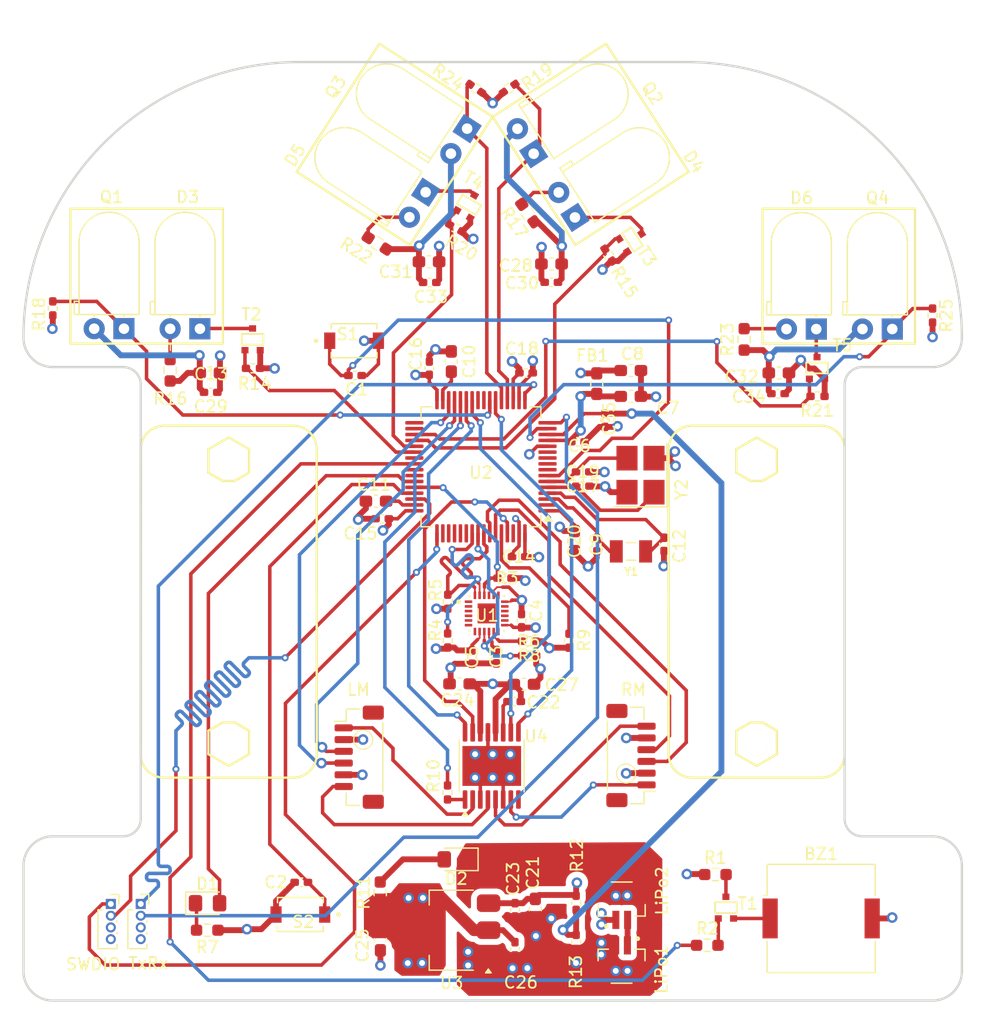
<source format=kicad_pcb>
(kicad_pcb (version 20240108) (generator "pcbnew") (generator_version "8.0")
  (layers (0 "F.Cu" signal) (1 "In1.Cu" power) (2 "In2.Cu" power) (31 "B.Cu" signal) (34 "B.Paste" user) (35 "F.Paste" user) (36 "B.SilkS" user "B.Silkscreen") (37 "F.SilkS" user "F.Silkscreen") (38 "B.Mask" user) (39 "F.Mask" user) (44 "Edge.Cuts" user))
  (net 0 "")
  (net 1 "Net-(BZ1-+)")
  (net 2 "NRST")
  (net 3 "DEBUG")
  (net 4 "Net-(U1-REGOUT)")
  (net 5 "+3.3V")
  (net 6 "+3.3VA")
  (net 7 "LSE_OSC_IN")
  (net 8 "Net-(U2-VCAP_1)")
  (net 9 "Net-(U2-VCAP_2)")
  (net 10 "LSE_OSC_OUT")
  (net 11 "HSE_OSC_IN")
  (net 12 "HSE_OSC_OUT")
  (net 13 "POW_IN")
  (net 14 "Net-(U4-VCP)")
  (net 15 "DEBUG_LED")
  (net 16 "Net-(D1-K)")
  (net 17 "TXD")
  (net 18 "RXD")
  (net 19 "SYS_JTMS_SWDIO")
  (net 20 "SYS_JTMS_SWCLK")
  (net 21 "Net-(D3-K)")
  (net 22 "Net-(D3-A)")
  (net 23 "IR_RES_1")
  (net 24 "IR_LED_1")
  (net 25 "IR_RES_2")
  (net 26 "IR_LED_2")
  (net 27 "IR_LED_3")
  (net 28 "IR_RES_3")
  (net 29 "IR_RES_4")
  (net 30 "IR_LED_4")
  (net 31 "Net-(R1-Pad2)")
  (net 32 "BUZZER_OP")
  (net 33 "Net-(R2-Pad2)")
  (net 34 "MPU_CS")
  (net 35 "MPU_SCK")
  (net 36 "MPU_MOSI")
  (net 37 "Net-(U1-FSYNC)")
  (net 38 "MPU_MISO")
  (net 39 "Net-(U2-BOOT0)")
  (net 40 "MOTOR_ENA")
  (net 41 "Net-(U4-~{SLEEP})")
  (net 42 "BAT_VOL")
  (net 48 "AIN2")
  (net 54 "BIN2")
  (net 56 "AIN1")
  (net 64 "BIN1")
  (net 69 "GND")
  (net 70 "Net-(D2-A)")
  (net 71 "Net-(J2-Pin_1)")
  (net 72 "Net-(J2-Pin_6)")
  (net 73 "ENC_A_C2")
  (net 74 "ENC_A_C1")
  (net 75 "ENC_B_C2")
  (net 76 "Net-(J4-Pin_1)")
  (net 77 "ENC_B_C1")
  (net 78 "Net-(J4-Pin_6)")
  (net 79 "Net-(D4-K)")
  (net 80 "Net-(D4-A)")
  (net 81 "Net-(D5-K)")
  (net 82 "Net-(D5-A)")
  (net 83 "Net-(D6-K)")
  (net 84 "Net-(D6-A)")
  (net 87 "Net-(J5-Pad1)")
  (footprint "ABS07-32.768KHZ-T:XTAL_ABS07-32.768KHZ-T" (layer "F.Cu") (at 162.28711 102.713141)
    (property "Reference" "Y1")
    (property "Value" "ABS07-32.768KHZ-T")
  )
  (footprint "Resistor_SMD:R_0402_1005Metric_Pad0.72x0.64mm_HandSolder" (layer "F.Cu") (at 151.5 104.991012 180)
    (property "Reference" "R3")
    (property "Value" "10k")
  )
  (footprint "Resistor_SMD:R_0603_1608Metric_Pad0.98x0.95mm_HandSolder" (layer "F.Cu") (at 140.913781 131.806749 90)
    (property "Reference" "R11")
    (property "Value" "220")
  )
  (footprint "LED_THT:LED_D5.0mm_Horizontal_O1.27mm_Z3.0mm_Clear" (layer "F.Cu") (at 178.084485 83.760772 180)
    (property "Reference" "D6")
    (property "Value" "INL-5AMIR15")
  )
  (footprint "Package_TO_SOT_SMD:SOT-223-3_TabPin2" (layer "F.Cu") (at 147 135 180)
    (property "Reference" "U3")
    (property "Value" "AMS1117-3.3")
  )
  (footprint "LED_SMD:LED_0805_2012Metric_Pad1.15x1.40mm_HandSolder" (layer "F.Cu") (at 147.39748 128.961511 180)
    (property "Reference" "D2")
    (property "Value" "LED")
  )
  (footprint "Resistor_SMD:R_0402_1005Metric_Pad0.72x0.64mm_HandSolder" (layer "F.Cu") (at 146.662899 110.307375 90)
    (property "Reference" "R4")
    (property "Value" "10k")
  )
  (footprint "Capacitor_SMD:C_0402_1005Metric_Pad0.74x0.62mm_HandSolder" (layer "F.Cu") (at 152.961695 108.619874 90)
    (property "Reference" "C4")
    (property "Value" "0.1uF")
  )
  (footprint "Capacitor_SMD:C_0402_1005Metric_Pad0.74x0.62mm_HandSolder" (layer "F.Cu") (at 141.079308 99.928826 180)
    (property "Reference" "C15")
    (property "Value" "0.1uF")
  )
  (footprint "Capacitor_SMD:C_0402_1005Metric_Pad0.74x0.62mm_HandSolder" (layer "F.Cu") (at 145.130664 79.790279 180)
    (property "Reference" "C33")
    (property "Value" "0.1uF")
  )
  (footprint "LED_THT:LED_D5.0mm_Horizontal_O1.27mm_Z3.0mm_Clear" (layer "F.Cu") (at 125.542794 83.736722 180)
    (property "Reference" "D3")
    (property "Value" "INL-5AMIR15")
  )
  (footprint "Resistor_SMD:R_0402_1005Metric_Pad0.72x0.64mm_HandSolder" (layer "F.Cu") (at 146.671225 107 -90)
    (property "Reference" "R5")
    (property "Value" "10k")
  )
  (footprint "Capacitor_SMD:C_0603_1608Metric_Pad1.08x0.95mm_HandSolder" (layer "F.Cu") (at 157.472547 101.837992 -90)
    (property "Reference" "C20")
    (property "Value" "10uF")
  )
  (footprint "Capacitor_SMD:C_0402_1005Metric_Pad0.74x0.62mm_HandSolder" (layer "F.Cu") (at 134.186765 130.919498 180)
    (property "Reference" "C2")
    (property "Value" "0.1uF")
  )
  (footprint "Capacitor_SMD:C_0402_1005Metric_Pad0.74x0.62mm_HandSolder" (layer "F.Cu") (at 152.40535 133.267115 -90)
    (property "Reference" "C23")
    (property "Value" "0.1uF")
  )
  (footprint "Resistor_SMD:R_0402_1005Metric_Pad0.72x0.64mm_HandSolder" (layer "F.Cu") (at 130.064306 87.105694)
    (property "Reference" "R14")
    (property "Value" "10k")
  )
  (footprint "Capacitor_SMD:C_0603_1608Metric_Pad1.08x0.95mm_HandSolder" (layer "F.Cu") (at 140.555668 98.432778 180)
    (property "Reference" "C11")
    (property "Value" "2.2uF")
  )
  (footprint "LED_THT:LED_D5.0mm_Horizontal_O1.27mm_Z3.0mm_IRBlack" (layer "F.Cu") (at 119.068594 83.72997 180)
    (property "Reference" "Q1")
    (property "Value" "SFH 313 FA-3/4")
  )
  (footprint "Capacitor_SMD:C_0603_1608Metric_Pad1.08x0.95mm_HandSolder" (layer "F.Cu") (at 162.277919 87.295515)
    (property "Reference" "C8")
    (property "Value" "1uF")
  )
  (footprint "MPU-6500:QFN40P300X300X95-25N" (layer "F.Cu") (at 149.986283 108)
    (property "Reference" "U1")
    (property "Value" "MPU-6500")
  )
  (footprint "Resistor_SMD:R_0402_1005Metric_Pad0.72x0.64mm_HandSolder" (layer "F.Cu") (at 157.615076 132.665693 90)
    (property "Reference" "R12")
    (property "Value" "4.7k")
  )
  (footprint "Resistor_SMD:R_0603_1608Metric_Pad0.98x0.95mm_HandSolder" (layer "F.Cu") (at 140.657484 76.45689 147.5)
    (property "Reference" "R22")
    (property "Value" "100")
  )
  (footprint "Inductor_SMD:L_0603_1608Metric_Pad1.05x0.95mm_HandSolder" (layer "F.Cu") (at 159.37181 88.412229 90)
    (property "Reference" "FB1")
    (property "Value" "120R")
  )
  (footprint "Resistor_SMD:R_0402_1005Metric_Pad0.72x0.64mm_HandSolder" (layer "F.Cu") (at 178.192685 89.496088)
    (property "Reference" "R21")
    (property "Value" "10k")
  )
  (footprint "Resistor_SMD:R_0603_1608Metric_Pad0.98x0.95mm_HandSolder" (layer "F.Cu") (at 123.003092 87.273426 90)
    (property "Reference" "R16")
    (property "Value" "100")
  )
  (footprint "Resistor_SMD:R_0402_1005Metric_Pad0.72x0.64mm_HandSolder" (layer "F.Cu") (at 157.008134 110.326784 -90)
    (property "Reference" "R9")
    (property "Value" "10K")
  )
  (footprint "Resistor_SMD:R_0603_1608Metric_Pad0.98x0.95mm_HandSolder" (layer "F.Cu") (at 169.485998 130.256259)
    (property "Reference" "R1")
    (property "Value" "10")
  )
  (footprint "Capacitor_SMD:C_0402_1005Metric_Pad0.74x0.62mm_HandSolder" (layer "F.Cu") (at 138.767006 87.720856)
    (property "Reference" "C1")
    (property "Value" "0.1uF")
  )
  (footprint "Capacitor_SMD:C_0603_1608Metric_Pad1.08x0.95mm_HandSolder" (layer "F.Cu") (at 126.389456 87.5 180)
    (property "Reference" "C13")
    (property "Value" "4.7uF")
  )
  (footprint "Resistor_SMD:R_0402_1005Metric_Pad0.72x0.64mm_HandSolder" (layer "F.Cu") (at 153.611953 111.602873)
    (property "Reference" "R8")
    (property "Value" "10k")
  )
  (footprint "Capacitor_SMD:C_0603_1608Metric_Pad1.08x0.95mm_HandSolder" (layer "F.Cu") (at 154.135343 133.194768 -90)
    (property "Reference" "C21")
    (property "Value" "10uF")
  )
  (footprint "Capacitor_SMD:C_0402_1005Metric_Pad0.74x0.62mm_HandSolder" (layer "F.Cu") (at 126.456798 89.156292 180)
    (property "Reference" "C29")
    (property "Value" "0.1uF")
  )
  (footprint "MountingHole:MountingHole_2.2mm_M2" (layer "F.Cu") (at 173 95)
    (property "Reference" "H3" (hide yes))
    (property "Value" "MotorMount")
  )
  (footprint "Capacitor_SMD:C_0402_1005Metric_Pad0.74x0.62mm_HandSolder" (layer "F.Cu") (at 152.716043 103.167472 180)
    (property "Reference" "C14")
    (property "Value" "0.1uF")
  )
  (footprint "DMN3065LW:SC70-3" (layer "F.Cu") (at 130.032401 84.634691)
    (property "Reference" "T2")
    (property "Value" "DMN3065LW")
  )
  (footprint "Crystal:Crystal_SMD_3225-4Pin_3.2x2.5mm_HandSoldering" (layer "F.Cu") (at 163.1 96.215811 90)
    (property "Reference" "Y2")
    (property "Value" "25Mhz")
  )
  (footprint "Capacitor_SMD:C_0402_1005Metric_Pad0.74x0.62mm_HandSolder" (layer "F.Cu") (at 157.767696 93.370531)
    (property "Reference" "C6")
    (property "Value" "0.01uF")
  )
  (footprint "DMN3065LW:SC70-3" (layer "F.Cu") (at 162.418714 76.12616 -57.5)
    (property "Reference" "T3")
    (property "Value" "DMN3065LW")
  )
  (footprint "Capacitor_SMD:C_0402_1005Metric_Pad0.74x0.62mm_HandSolder" (layer "F.Cu") (at 148.738874 111.722124 -90)
    (property "Reference" "C5")
    (property "Value" "0.01uF")
  )
  (footprint "Resistor_SMD:R_0603_1608Metric_Pad0.98x0.95mm_HandSolder" (layer "F.Cu") (at 153.5 73.872531 125)
    (property "Reference" "R17")
    (property "Value" "100")
  )
  (footprint "Connector_PinSocket_1.00mm:PinSocket_1x04_P1.00mm_Vertical" (layer "F.Cu") (at 117.948397 132.764819)
    (property "Reference" "SWDIO")
    (property "Value" "SWD")
  )
  (footprint "Capacitor_SMD:C_0603_1608Metric_Pad1.08x0.95mm_HandSolder" (layer "F.Cu") (at 147.684299 114.001382)
    (property "Reference" "C24")
    (property "Value" "2.2uF")
  )
  (footprint "Capacitor_SMD:C_0603_1608Metric_Pad1.08x0.95mm_HandSolder" (layer "F.Cu") (at 162.277919 89.5)
    (property "Reference" "C7")
    (property "Value" "1uF")
  )
  (footprint "Connector_PinSocket_1.00mm:PinSocket_1x04_P1.00mm_Vertical" (layer "F.Cu") (at 120.5 132.764464)
    (property "Reference" "TxRx")
    (property "Value" "BLE_Conn")
  )
  (footprint "Resistor_SMD:R_0402_1005Metric_Pad0.72x0.64mm_HandSolder" (layer "F.Cu") (at 149.062171 63.242523 -35)
    (property "Reference" "R24")
    (property "Value" "1.8k")
  )
  (footprint "Capacitor_SMD:C_0603_1608Metric_Pad1.08x0.95mm_HandSolder" (layer "F.Cu") (at 155.518033 78.210266)
    (property "Reference" "C28")
    (property "Value" "4.7uF")
  )
  (footprint "Capacitor_SMD:C_0402_1005Metric_Pad0.74x0.62mm_HandSolder" (layer "F.Cu") (at 155.499305 79.778177)
    (property "Reference" "C30")
    (property "Value" "0.1uF")
  )
  (footprint "MountingHole:MountingHole_2.2mm_M2" (layer "F.Cu") (at 128 119)
    (property "Reference" "H2" (hide yes))
    (property "Value" "MotorMount")
  )
  (footprint "LED_THT:LED_D5.0mm_Horizontal_O1.27mm_Z3.0mm_IRBlack" (layer "F.Cu") (at 148.320456 66.67744 -123)
    (property "Reference" "Q3")
    (property "Value" "SFH 313 FA-3/4")
  )
  (footprint "Capacitor_SMD:C_0603_1608Metric_Pad1.08x0.95mm_HandSolder" (layer "F.Cu") (at 146.976528 86.527614 -90)
    (property "Reference" "C10")
    (property "Value" "2.2uF")
  )
  (footprint "Package_SO:HTSSOP-16-1EP_4.4x5mm_P0.65mm_EP3.4x5mm_Mask2.46x2.31mm_ThermalVias" (layer "F.Cu") (at 150.42 121 90)
    (property "Reference" "U4")
    (property "Value" "DRV8833PWP")
  )
  (footprint "LED_THT:LED_D5.0mm_Horizontal_O1.27mm_Z3.0mm_Clear" (layer "F.Cu") (at 157.512301 74.244708 123)
    (property "Reference" "D4")
    (property "Value" "INL-5AMIR15")
  )
  (footprint "Capacitor_SMD:C_0603_1608Metric_Pad1.08x0.95mm_HandSolder" (layer "F.Cu") (at 145.07445 78.022842 180)
    (property "Reference" "C31")
    (property "Value" "4.7uF")
  )
  (footprint "LED_THT:LED_D5.0mm_Horizontal_O1.27mm_Z3.0mm_IRBlack" (layer "F.Cu") (at 153.995676 68.815242 123)
    (property "Reference" "Q2")
    (property "Value" "SFH 313 FA-3/4")
  )
  (footprint "Resistor_SMD:R_0402_1005Metric_Pad0.72x0.64mm_HandSolder" (layer "F.Cu") (at 147.35345 75.162698 -30)
    (property "Reference" "R20")
    (property "Value" "10k")
  )
  (footprint "Capacitor_SMD:C_0402_1005Metric_Pad0.74x0.62mm_HandSolder" (layer "F.Cu") (at 152.330519 115.512251)
    (property "Reference" "C22")
    (property "Value" "0.01uF")
  )
  (footprint "DMN3065LW:SC70-3" (layer "F.Cu") (at 178.15 87.075)
    (property "Reference" "T5")
    (property "Value" "DMN3065LW")
  )
  (footprint "LED_THT:LED_D5.0mm_Horizontal_O1.27mm_Z3.0mm_Clear" (layer "F.Cu") (at 144.783841 72.096772 -123)
    (property "Reference" "D5")
    (property "Value" "INL-5AMIR15")
  )
  (footprint "MountingHole:MountingHole_2.2mm_M2" (layer "F.Cu") (at 128 95)
    (property "Reference" "H1" (hide yes))
    (property "Value" "MotorMount")
  )
  (footprint "Buzzer_Beeper:Buzzer_Murata_PKMCS0909E" (layer "F.Cu") (at 178.5 134)
    (property "Reference" "BZ1")
    (property "Value" "Buzzer")
  )
  (footprint "Resistor_SMD:R_0402_1005Metric_Pad0.72x0.64mm_HandSolder" (layer "F.Cu") (at 157.613742 136 90)
    (property "Reference" "R13")
    (property "Value" "4.7k")
  )
  (footprint "Resistor_SMD:R_0402_1005Metric_Pad0.72x0.64mm_HandSolder" (layer "F.Cu") (at 146.651961 123.260505 90)
    (property "Reference" "R10")
    (property "Value" "4.7k")
  )
  (footprint "Capacitor_SMD:C_0402_1005Metric_Pad0.74x0.62mm_HandSolder" (layer "F.Cu") (at 160.070073 91.533638 -90)
    (property "Reference" "C35")
    (property "Value" "0.1uF")
  )
  (footprint "Capacitor_SMD:C_0402_1005Metric_Pad0.74x0.62mm_HandSolder" (layer "F.Cu") (at 152.400184 136.589446 -90)
    (property "Reference" "C26")
    (property "Value" "0.1uF")
  )
  (footprint "Resistor_SMD:R_0402_1005Metric_Pad0.72x0.64mm_HandSolder" (layer "F.Cu") (at 153.587741 110.367624)
    (property "Reference" "R6")
    (property "Value" "10k")
  )
  (footprint "TL1015AF160QG:SW_TL1015AF160QG" (layer "F.Cu") (at 138.684325 84.754232)
    (property "Reference" "S1")
    (property "Value" "RST_SW")
  )
  (footprint "Capacitor_SMD:C_0402_1005Metric_Pad0.74x0.62mm_HandSolder" (layer "F.Cu") (at 150.81825 111.69 -90)
    (property "Reference" "C3")
    (property "Value" "0.1uF")
  )
  (footprint "Capacitor_SMD:C_0402_1005Metric_Pad0.74x0.62mm_HandSolder" (layer "F.Cu") (at 158.16966 95.935227)
    (property "Reference" "C19")
    (property "Value" "20pF")
  )
  (footprint "Resistor_SMD:R_0402_1005Metric_Pad0.72x0.64mm_HandSolder" (layer "F.Cu") (at 151.903812 63.235125 -145)
    (property "Reference" "R19")
    (property "Value" "1.8k")
  )
  (footprint "Connector_JST:JST_SH_BM06B-SRSS-TB_1x06-1MP_P1.00mm_Vertical" (layer "F.Cu") (at 139.121824 120.254725 -90)
    (property "Reference" "LM")
    (property "Value" "Motor_A")
  )
  (footprint "Package_QFP:LQFP-64_10x10mm_P0.5mm" (layer "F.Cu") (at 149.5 95.5 180)
    (property "Reference" "U2")
    (property "Value" "STM32F405RGTx")
  )
  (footprint "LED_THT:LED_D5.0mm_Horizontal_O1.27mm_Z3.0mm_IRBlack" (layer "F.Cu") (at 184.564126 83.758981 180)
    (property "Reference" "Q4")
    (property "Value" "SFH 313 FA-3/4")
  )
  (footprint "Resistor_SMD:R_0603_1608Metric_Pad0.98x0.95mm_HandSolder" (layer "F.Cu") (at 126.169398 135 180)
    (property "Reference" "R7")
    (property "Value" "220")
  )
  (footprint "DMN3065LW:SC70-3" (layer "F.Cu") (at 148.489377 73.16112 -30)
    (property "Reference" "T4")
    (property "Value" "DMN3065LW")
  )
  (footprint "Capacitor_SMD:C_0603_1608Metric_Pad1.08x0.95mm_HandSolder" (layer "F.Cu") (at 140.92897 135.857938 -90)
    (property "Reference" "C25")
    (property "Value" "22uF")
  )
  (footprint "Capacitor_SMD:C_0402_1005Metric_Pad0.74x0.62mm_HandSolder" (layer "F.Cu") (at 158.18302 97.150481)
    (property "Reference" "C17")
    (property "Value" "20pF")
  )
  (footprint "Resistor_SMD:R_0603_1608Metric_Pad0.98x0.95mm_HandSolder" (layer "F.Cu") (at 168.797088 136.288286)
    (property "Reference" "R2")
    (property "Value" "150")
  )
  (footprint "MountingHole:MountingHole_2.2mm_M2" (layer "F.Cu") (at 173 119)
    (property "Reference" "H4" (hide yes))
    (property "Value" "MotorMount")
  )
  (footprint "Conn_BM02B-SRSS-TB:JST_BM02B-SRSS-TB_LF__SN_" (layer "F.Cu") (at 161.5 131.597811)
    (property "Reference" "LiPo2")
    (property "Value" "1s_Lipo_1")
  )
  (footprint "Capacitor_SMD:C_0402_1005Metric_Pad0.74x0.62mm_HandSolder" (layer "F.Cu") (at 145.098723 87.093717 90)
    (property "Reference" "C16")
    (property "Value" "0.1uF")
  )
  (footprint "Connector_JST:JST_SH_BM06B-SRSS-TB_1x06-1MP_P1.00mm_Vertical" (layer "F.Cu") (at 162.289771 120.113457 90)
    (property "Reference" "RM")
    (property "Value" "Motor_B")
  )
  (footprint "Resistor_SMD:R_0402_1005Metric_Pad0.72x0.64mm_HandSolder" (layer "F.Cu") (at 113 82 -90)
    (property "Reference" "R18")
    (property "Value" "1.8k")
  )
  (footprint "Capacitor_SMD:C_0402_1005Metric_Pad0.74x0.62mm_HandSolder" (layer "F.Cu") (at 165.098625 102.114894 -90)
    (property "Reference" "C12")
    (property "Value" "12pF")
  )
  (footprint "Capacitor_SMD:C_0603_1608Metric_Pad1.08x0.95mm_HandSolder" (layer "F.Cu") (at 174.898195 87.5 180)
    (property "Reference" "C32")
    (property "Value" "4.7uF")
  )
  (footprint "Capacitor_SMD:C_0603_1608Metric_Pad1.08x0.95mm_HandSolder" (layer "F.Cu") (at 153.1635 114.039432)
    (property "Reference" "C27")
    (property "Value" "10uF")
  )
  (footprint "Conn_BM02B-SRSS-TB:JST_BM02B-SRSS-TB_LF__SN_" (layer "F.Cu") (at 161.48548 138.821086 180)
    (property "Reference" "LiPo1")
    (property "Value" "1s_Lipo_2")
  )
  (footprint "Resistor_SMD:R_0402_1005Metric_Pad0.72x0.64mm_HandSolder" (layer "F.Cu") (at 160.380113 77.457322 -57.5)
    (property "Reference" "R15")
    (property "Value" "10k")
  )
  (footprint "Resistor_SMD:R_0603_1608Metric_Pad0.98x0.95mm_HandSolder" (layer "F.Cu") (at 171.936265 84.64141 90)
    (property "Reference" "R23")
    (property "Value" "100")
  )
  (footprint "TL1015AF160QG:SW_TL1015AF160QG" (layer "F.Cu") (at 134.104453 133.66485 180)
    (property "Reference" "S2")
    (property "Value" "DEBUG_SW")
  )
  (footprint "DMN3065LW:SC70-3" (layer "F.Cu") (at 170.382771 133.078533)
    (property "Reference" "T1")
    (property "Value" "DMN3065LW")
  )
  (footprint "LED_SMD:LED_0805_2012Metric_Pad1.15x1.40mm_HandSolder" (layer "F.Cu") (at 126.192583 132.703435)
    (property "Reference" "D1")
    (property "Value" "LED")
  )
  (footprint "Capacitor_SMD:C_0402_1005Metric_Pad0.74x0.62mm_HandSolder" (layer "F.Cu") (at 159.368457 102.141216 -90)
    (property "Reference" "C9")
    (property "Value" "12pF")
  )
  (footprint "Capacitor_SMD:C_0402_1005Metric_Pad0.74x0.62mm_HandSolder" (layer "F.Cu") (at 174.825248 89.268941 180)
    (property "Reference" "C34")
    (property "Value" "0.1uF")
  )
  (footprint "Resistor_SMD:R_0402_1005Metric_Pad0.72x0.64mm_HandSolder" (layer "F.Cu") (at 188 82.606735 -90)
    (property "Reference" "R25")
    (property "Value" "1.8k")
  )
  (footprint "Capacitor_SMD:C_0402_1005Metric_Pad0.74x0.62mm_HandSolder" (layer "F.Cu") (at 153.345894 87.5)
    (property "Reference" "C18")
    (property "Value" "0.1uF")
  )
  (gr_curve (pts (xy 172.4902 117.2943) (xy 171.9276 117.6192) (xy 171.2679 118) (xy 171.2679 118)) (stroke (width 0.2)) (layer "F.SilkS"))
  (gr_curve (pts (xy 135.5 117.8266) (xy 135.5 117.4696) (xy 135.5 117.4696) (xy 135.5 117.1432)) (stroke (width 0.2)) (layer "F.SilkS"))
  (gr_curve (pts (xy 120.5 97.90214) (xy 120.5 97.97546) (xy 120.5 97.97546) (xy 120.5 98)) (stroke (width 0.2)) (layer "F.SilkS"))
  (gr_curve (pts (xy 165.5 116.85156) (xy 165.5 116.59827) (xy 165.5 116.59827) (xy 165.5 116.38654)) (stroke (width 0.2)) (layer "F.SilkS"))
  (gr_arc (start 122.499999 122) (mid 121.085786 121.414214) (end 120.5 120.000002) (stroke (width 0.2)) (layer "F.SilkS"))
  (gr_line (start 128.5098 96.7057) (end 127.4902 96.7057) (stroke (width 0.2)) (layer "F.SilkS"))
  (gr_curve (pts (xy 165.5 109.00269) (xy 165.5 109.97251) (xy 165.5 109.97251) (xy 165.5 110.90495)) (stroke (width 0.2)) (layer "F.SilkS"))
  (gr_line (start 167.2113 70.357699) (end 157.54816 76.592599) (stroke (width 0.2)) (layer "F.SilkS"))
  (gr_curve (pts (xy 180.5 114.62052) (xy 180.5 115.10872) (xy 180.5 115.10872) (xy 180.5 115.49495)) (stroke (width 0.2)) (layer "F.SilkS"))
  (gr_curve (pts (xy 174.7321 118) (xy 174.7321 118.5788) (xy 174.7321 119.2403) (xy 174.7321 119.9032)) (stroke (width 0.2)) (layer "F.SilkS"))
  (gr_curve (pts (xy 180.5 116.21904) (xy 180.5 116.09786) (xy 180.5 116.09786) (xy 180.5 116.02454)) (stroke (width 0.2)) (layer "F.SilkS"))
  (gr_line (start 140.83688 59.434199) (end 133.7887 70.357699) (stroke (width 0.2)) (layer "F.SilkS"))
  (gr_line (start 171.2679 120) (end 171.2679 119.9032) (stroke (width 0.2)) (layer "F.SilkS"))
  (gr_curve (pts (xy 180.5 110.90495) (xy 180.5 111.78829) (xy 180.5 111.78829) (xy 180.5 112.61141)) (stroke (width 0.2)) (layer "F.SilkS"))
  (gr_curve (pts (xy 180.5 97.90214) (xy 180.5 97.97546) (xy 180.5 97.97546) (xy 180.5 98)) (stroke (width 0.2)) (layer "F.SilkS"))
  (gr_curve (pts (xy 120.5 98.05659) (xy 120.5 98) (xy 120.5 98) (xy 120.5 98)) (stroke (width 0.2)) (layer "F.SilkS"))
  (gr_curve (pts (xy 135.5 95.3859) (xy 135.5 95.7903) (xy 135.5 95.7903) (xy 135.5 96.1734)) (stroke (width 0.2)) (layer "F.SilkS"))
  (gr_curve (pts (xy 120.5 118.6141) (xy 120.5 118.2097) (xy 120.5 118.2097) (xy 120.5 117.8266)) (stroke (width 0.2)) (layer "F.SilkS"))
  (gr_curve (pts (xy 135.5 119.0347) (xy 135.5 118.6141) (xy 135.5 118.6141) (xy 135.5 118.2097)) (stroke (width 0.2)) (layer "F.SilkS"))
  (gr_curve (pts (xy 120.5 99.37948) (xy 120.5 98.89128) (xy 120.5 98.89128) (xy 120.5 98.50505)) (stroke (width 0.2)) (layer "F.SilkS"))
  (gr_arc (start 178.5 92) (mid 179.914214 92.585786) (end 180.5 94) (stroke (width 0.2)) (layer "F.SilkS"))
  (gr_curve (pts (xy 120.5 117.1432) (xy 120.5 116.85156) (xy 120.5 116.85156) (xy 120.5 116.59827)) (stroke (width 0.2)) (layer "F.SilkS"))
  (gr_curve (pts (xy 180.5 107) (xy 180.5 105.99232) (xy 180.5 105.99232) (xy 180.5 104.99731)) (stroke (width 0.2)) (layer "F.SilkS"))
  (gr_curve (pts (xy 135.5 97.14844) (xy 135.5 97.40173) (xy 135.5 97.40173) (xy 135.5 97.61346)) (stroke (width 0.2)) (layer "F.SilkS"))
  (gr_curve (pts (xy 129.7321 96) (xy 129.7321 95.4212) (xy 129.7321 94.7597) (xy 129.7321 94.0968)) (stroke (width 0.2)) (layer "F.SilkS"))
  (gr_circle (center 128 119) (end 129 119) (stroke (width 0.2)) (fill none) (layer "F.SilkS"))
  (gr_line (start 173.5098 96.7057) (end 172.4902 96.7057) (stroke (width 0.2)) (layer "F.SilkS"))
  (gr_curve (pts (xy 135.5 94.9653) (xy 135.5 95.3859) (xy 135.5 95.3859) (xy 135.5 95.7903)) (stroke (width 0.2)) (layer "F.SilkS"))
  (gr_curve (pts (xy 120.5 114.03648) (xy 120.5 114.62052) (xy 120.5 114.62052) (xy 120.5 115.10872)) (stroke (width 0.2)) (layer "F.SilkS"))
  (gr_curve (pts (xy 120.5 98.50505) (xy 120.5 98.22565) (xy 120.5 98.22565) (xy 120.5 98.05659)) (stroke (width 0.2)) (layer "F.SilkS"))
  (gr_curve (pts (xy 120.5 119.0347) (xy 120.5 118.6141) (xy 120.5 118.6141) (xy 120.5 118.2097)) (stroke (width 0.2)) (layer "F.SilkS"))
  (gr_curve (pts (xy 120.5 95.7903) (xy 120.5 96.1734) (xy 120.5 96.1734) (xy 120.5 96.5304)) (stroke (width 0.2)) (layer "F.SilkS"))
  (gr_circle (center 173 119) (end 174 119) (stroke (width 0.2)) (fill none) (layer "F.SilkS"))
  (gr_curve (pts (xy 120.5 108.00768) (xy 120.5 109.00269) (xy 120.5 109.00269) (xy 120.5 109.97251)) (stroke (width 0.2)) (layer "F.SilkS"))
  (gr_curve (pts (xy 120.5 105.99232) (xy 120.5 104.99731) (xy 120.5 104.99731) (xy 120.5 104.02749)) (stroke (width 0.2)) (layer "F.SilkS"))
  (gr_curve (pts (xy 120.5 110.90495) (xy 120.5 111.78829) (xy 120.5 111.78829) (xy 120.5 112.61141)) (stroke (width 0.2)) (layer "F.SilkS"))
  (gr_curve (pts (xy 120.5 98.22565) (xy 120.5 98.05659) (xy 120.5 98.05659) (xy 120.5 98)) (stroke (width 0.2)) (layer "F.SilkS"))
  (gr_curve (pts (xy 120.5 116.59827) (xy 120.5 116.38654) (xy 120.5 116.38654) (xy 120.5 116.21904)) (stroke (width 0.2)) (layer "F.SilkS"))
  (gr_line (start 174.7321 120) (end 173 121) (stroke (width 0.2)) (layer "F.SilkS"))
  (gr_curve (pts (xy 135.5 97.40173) (xy 135.5 97.61346) (xy 135.5 97.61346) (xy 135.5 97.78096)) (stroke (width 0.2)) (layer "F.SilkS"))
  (gr_curve (pts (xy 165.5 101.38859) (xy 165.5 100.63604) (xy 165.5 100.63604) (xy 165.5 99.96352)) (stroke (width 0.2)) (layer "F.SilkS"))
  (gr_line (start 172.4902 117.2943) (end 171.2679 118) (stroke (width 0.2)) (layer "F.SilkS"))
  (gr_curve (pts (xy 180.5 94.9653) (xy 180.5 95.3859) (xy 180.5 95.3859) (xy 180.5 95.7903)) (stroke (width 0.2)) (layer "F.SilkS"))
  (gr_curve (pts (xy 180.5 97.97546) (xy 180.5 98) (xy 180.5 98) (xy 180.5 98)) (stroke (width 0.2)) (layer "F.SilkS"))
  (gr_curve (pts (xy 180.5 105.99232) (xy 180.5 104.99731) (xy 180.5 104.99731) (xy 180.5 104.02749)) (stroke (width 0.2)) (layer "F.SilkS"))
  (gr_curve (pts (xy 120.5 94.9653) (xy 120.5 95.3859) (xy 120.5 95.3859) (xy 120.5 95.7903)) (stroke (width 0.2)) (layer "F.SilkS"))
  (gr_curve (pts (xy 120.5 117.8266) (xy 120.5 117.4696) (xy 120.5 117.4696) (xy 120.5 117.1432)) (stroke (width 0.2)) (layer "F.SilkS"))
  (gr_curve (pts (xy 171.2679 118) (xy 171.2679 118.5788) (xy 171.2679 119.2403) (xy 171.2679 119.9032)) (stroke (width 0.2)) (layer "F.SilkS"))
  (gr_line (start 174.7321 94) (end 173 93) (stroke (width 0.2)) (layer "F.SilkS"))
  (gr_curve (pts (xy 120.5 115.10872) (xy 120.5 115.49495) (xy 120.5 115.49495) (xy 120.5 115.77435)) (stroke (width 0.2)) (layer "F.SilkS"))
  (gr_curve (pts (xy 120.5 101.38859) (xy 120.5 100.63604) (xy 120.5 100.63604) (xy 120.5 99.96352)) (stroke (width 0.2)) (layer "F.SilkS"))
  (gr_curve (pts (xy 135.5 95.7903) (xy 135.5 96.1734) (xy 135.5 96.1734) (xy 135.5 96.5304)) (stroke (width 0.2)) (layer "F.SilkS"))
  (gr_curve (pts (xy 180.5 94.0968) (xy 180.5 94.5338) (xy 180.5 94.5338) (xy 180.5 94.9653)) (stroke (width 0.2)) (layer "F.SilkS"))
  (gr_curve (pts (xy 135.5 96.5304) (xy 135.5 96.8568) (xy 135.5 96.8568) (xy 135.5 97.14844)) (stroke (width 0.2)) (layer "F.SilkS"))
  (gr_line (start 127.5 73.499999) (end 114.5 73.499999) (stroke (width 0.2)) (layer "F.SilkS"))
  (gr_curve (pts (xy 180.5 108.00768) (xy 180.5 109.00269) (xy 180.5 109.00269) (xy 180.5 109.97251)) (stroke (width 0.2)) (layer "F.SilkS"))
  (gr_curve (pts (xy 135.5 111.78829) (xy 135.5 112.61141) (xy 135.5 112.61141) (xy 135.5 113.36396)) (stroke (width 0.2)) (layer "F.SilkS"))
  (gr_curve (pts (xy 165.5 115.49495) (xy 165.5 115.77435) (xy 165.5 115.77435) (xy 165.5 115.94341)) (stroke (width 0.2)) (layer "F.SilkS"))
  (gr_curve (pts (xy 135.5 116.02454) (xy 135.5 116) (xy 135.5 116) (xy 135.5 116)) (stroke (width 0.2)) (layer "F.SilkS"))
  (gr_curve (pts (xy 120.5 115.77435) (xy 120.5 115.94341) (xy 120.5 115.94341) (xy 120.5 116)) (stroke (width 0.2)) (layer "F.SilkS"))
  (gr_circle (center 173 95) (end 174 95) (stroke (width 0.2)) (fill none) (layer "F.SilkS"))
  (gr_line (start 180.5 119.9032) (end 180.5 120) (stroke (width 0.2)) (layer "F.SilkS"))
  (gr_curve (pts (xy 135.5 109.00269) (xy 135.5 109.97251) (xy 135.5 109.97251) (xy 135.5 110.90495)) (stroke (width 0.2)) (layer "F.SilkS"))
  (gr_arc (start 180.5 120) (mid 179.914214 121.414214) (end 178.5 122) (stroke (width 0.2)) (layer "F.SilkS"))
  (gr_line (start 133.7887 70.357699) (end 143.45184 76.592599) (stroke (width 0.2)) (layer "F.SilkS"))
  (gr_curve (pts (xy 120.5 103.09505) (xy 120.5 102.21171) (xy 120.5 102.21171) (xy 120.5 101.38859)) (stroke (width 0.2)) (layer "F.SilkS"))
  (gr_curve (pts (xy 165.5 105.99232) (xy 165.5 104.99731) (xy 165.5 104.99731) (xy 165.5 104.02749)) (stroke (width 0.2)) (layer "F.SilkS"))
  (gr_curve (pts (xy 180.5 115.49495) (xy 180.5 115.77435) (xy 180.5 115.77435) (xy 180.5 115.94341)) (stroke (width 0.2)) (layer "F.SilkS"))
  (gr_curve (pts (xy 165.5 115.94341) (xy 165.5 116) (xy 165.5 116) (xy 165.5 116)) (stroke (width 0.2)) (layer "F.SilkS"))
  (gr_curve (pts (xy 180.5 96.5304) (xy 180.5 96.8568) (xy 180.5 96.8568) (xy 180.5 97.14844)) (stroke (width 0.2)) (layer "F.SilkS"))
  (gr_line (start 171.2679 94) (end 171.2679 94.0968) (stroke (width 0.2)) (layer "F.SilkS"))
  (gr_curve (pts (xy 174.7321 118) (xy 174.0724 117.6192) (xy 173.5098 117.2943) (xy 173.5098 117.2943)) (stroke (width 0.2)) (layer "F.SilkS"))
  (gr_curve (pts (xy 135.5 98.89128) (xy 135.5 98.50505) (xy 135.5 98.50505) (xy 135.5 98.22565)) (stroke (width 0.2)) (layer "F.SilkS"))
  (gr_curve (pts (xy 165.5 99.96352) (xy 165.5 99.37948) (xy 165.5 99.37948) (xy 165.5 98.89128)) (stroke (width 0.2)) (layer "F.SilkS"))
  (gr_curve (pts (xy 165.5 117.4696) (xy 165.5 117.1432) (xy 165.5 117.1432) (xy 165.5 116.85156)) (stroke (width 0.2)) (layer "F.SilkS"))
  (gr_line (start 126.2679 120) (end 126.2679 119.9032) (stroke (width 0.2)) (layer "F.SilkS"))
  (gr_curve (pts (xy 129.7321 118) (xy 129.0724 117.6192) (xy 128.5098 117.2943) (xy 128.5098 117.2943)) (stroke (width 0.2)) (layer "F.SilkS"))
  (gr_curve (pts (xy 135.5 94.5338) (xy 135.5 94.9653) (xy 135.5 94.9653) (xy 135.5 95.3859)) (stroke (width 0.2)) (layer "F.SilkS"))
  (gr_curve (pts (xy 135.5 104.02749) (xy 135.5 103.09505) (xy 135.5 103.09505) (xy 135.5 102.21171)) (stroke (width 0.2)) (layer "F.SilkS"))
  (gr_curve (pts (xy 165.5 119.0347) (xy 165.5 118.6141) (xy 165.5 118.6141) (xy 165.5 118.2097)) (stroke (width 0.2)) (layer "F.SilkS"))
  (gr_curve (pts (xy 165.5 112.61141) (xy 165.5 113.36396) (xy 165.5 113.36396) (xy 165.5 114.03648)) (stroke (width 0.2)) (layer "F.SilkS"))
  (gr_curve (pts (xy 165.5 99.37948) (xy 165.5 98.89128) (xy 165.5 98.89128) (xy 165.5 98.50505)) (stroke (width 0.2)) (layer "F.SilkS"))
  (gr_curve (pts (xy 180.5 97.78096) (xy 180.5 97.90214) (xy 180.5 97.90214) (xy 180.5 97.97546)) (stroke (width 0.2)) (layer "F.SilkS"))
  (gr_curve (pts (xy 135.5 107) (xy 135.5 105.99232) (xy 135.5 105.99232) (xy 135.5 104.99731)) (stroke (width 0.2)) (layer "F.SilkS"))
  (gr_curve (pts (xy 165.5 94.0968) (xy 165.5 94.5338) (xy 165.5 94.5338) (xy 165.5 94.9653)) (stroke (width 0.2)) (layer "F.SilkS"))
  (gr_curve (pts (xy 180.5 115.94341) (xy 180.5 116) (xy 180.5 116) (xy 180.5 116)) (stroke (width 0.2)) (layer "F.SilkS"))
  (gr_curve (pts (xy 165.5 97.97546) (xy 165.5 98) (xy 165.5 98) (xy 165.5 98)) (stroke (width 0.2)) (layer "F.SilkS"))
  (gr_curve (pts (xy 120.5 115.49495) (xy 120.5 115.77435) (xy 120.5 115.77435) (xy 120.5 115.94341)) (stroke (width 0.2)) (layer "F.SilkS"))
  (gr_curve (pts (xy 165.5 98.89128) (xy 165.5 98.50505) (xy 165.5 98.50505) (xy 165.5 98.22565)) (stroke (width 0.2)) (layer "F.SilkS"))
  (gr_curve (pts (xy 180.5 111.78829) (xy 180.5 112.61141) (xy 180.5 112.61141) (xy 180.5 113.36396)) (stroke (width 0.2)) (layer "F.SilkS"))
  (gr_curve (pts (xy 126.2679 118) (xy 126.2679 118.5788) (xy 126.2679 119.2403) (xy 126.2679 119.9032)) (stroke (width 0.2)) (layer "F.SilkS"))
  (gr_curve (pts (xy 135.5 117.4696) (xy 135.5 117.1432) (xy 135.5 117.1432) (xy 135.5 116.85156)) (stroke (width 0.2)) (layer "F.SilkS"))
  (gr_curve (pts (xy 135.5 116.59827) (xy 135.5 116.38654) (xy 135.5 116.38654) (xy 135.5 116.21904)) (stroke (width 0.2)) (layer "F.SilkS"))
  (gr_curve (pts (xy 180.5 116.38654) (xy 180.5 116.21904) (xy 180.5 116.21904) (xy 180.5 116.09786)) (stroke (width 0.2)) (layer "F.SilkS"))
  (gr_curve (pts (xy 165.5 104.99731) (xy 165.5 104.02749) (xy 165.5 104.02749) (xy 165.5 103.09505)) (stroke (width 0.2)) (layer "F.SilkS"))
  (gr_curve (pts (xy 135.5 110.90495) (xy 135.5 111.78829) (xy 135.5 111.78829) (xy 135.5 112.61141)) (stroke (width 0.2)) (layer "F.SilkS"))
  (gr_curve (pts (xy 120.5 95.3859) (xy 120.5 95.7903) (xy 120.5 95.7903) (xy 120.5 96.1734)) (stroke (width 0.2)) (layer "F.SilkS"))
  (gr_line (start 129.7321 94.0968) (end 129.7321 94) (stroke (width 0.2)) (layer "F.SilkS"))
  (gr_line (start 127.4902 96.7057) (end 126.2679 96) (stroke (width 0.2)) (layer "F.SilkS"))
  (gr_line (start 173.5098 117.2943) (end 172.4902 117.2943) (stroke (width 0.2)) (layer "F.SilkS"))
  (gr_curve (pts (xy 120.5 111.78829) (xy 120.5 112.61141) (xy 120.5 112.61141) (xy 120.5 113.36396)) (stroke (width 0.2)) (layer "F.SilkS"))
  (gr_curve (pts (xy 165.5 98.22565) (xy 165.5 98.05659) (xy 165.5 98.05659) (xy 165.5 98)) (stroke (width 0.2)) (layer "F.SilkS"))
  (gr_curve (pts (xy 180.5 99.37948) (xy 180.5 98.89128) (xy 180.5 98.89128) (xy 180.5 98.50505)) (stroke (width 0.2)) (layer "F.SilkS"))
  (gr_curve (pts (xy 120.5 109.97251) (xy 120.5 110.90495) (xy 120.5 110.90495) (xy 120.5 111.78829)) (stroke (width 0.2)) (layer "F.SilkS"))
  (gr_curve (pts (xy 120.5 116.02454) (xy 120.5 116) (xy 120.5 116) (xy 120.5 116)) (stroke (width 0.2)) (layer "F.SilkS"))
  (gr_curve (pts (xy 120.5 99.96352) (xy 120.5 99.37948) (xy 120.5 99.37948) (xy 120.5 98.89128)) (stroke (width 0.2)) (layer "F.SilkS"))
  (gr_line (start 165.5 94.0968) (end 165.5 94) (stroke (width 0.2)) (layer "F.SilkS"))
  (gr_curve (pts (xy 180.5 117.1432) (xy 180.5 116.85156) (xy 180.5 116.85156) (xy 180.5 116.59827)) (stroke (width 0.2)) (layer "F.SilkS"))
  (gr_arc (start 167.5 122) (mid 166.085786 121.414214) (end 165.5 120) (stroke (width 0.2)) (layer "F.SilkS"))
  (gr_line (start 128.5098 117.2943) (end 127.4902 117.2943) (stroke (width 0.2)) (layer "F.SilkS"))
  (gr_curve (pts (xy 180.5 107) (xy 180.5 108.00768) (xy 180.5 108.00768) (xy 180.5 109.00269)) (stroke (width 0.2)) (layer "F.SilkS"))
  (gr_curve (pts (xy 180.5 116.09786) (xy 180.5 116.02454) (xy 180.5 116.02454) (xy 180.5 116)) (stroke (width 0.2)) (layer "F.SilkS"))
  (gr_curve (pts (xy 165.5 114.62052) (xy 165.5 115.10872) (xy 165.5 115.10872) (xy 165.5 115.49495)) (stroke (width 0.2)) (layer "F.SilkS"))
  (gr_curve (pts (xy 165.5 115.10872) (xy 165.5 115.49495) (xy 165.5 115.49495) (xy 165.5 115.77435)) (stroke (width 0.2)) (layer "F.SilkS"))
  (gr_curve (pts (xy 180.5 97.40173) (xy 180.5 97.61346) (xy 180.5 97.61346) (xy 180.5 97.78096)) (stroke (width 0.2)) (layer "F.SilkS"))
  (gr_curve (pts (xy 180.5 104.02749) (xy 180.5 103.09505) (xy 180.5 103.09505) (xy 180.5 102.21171)) (stroke (width 0.2)) (layer "F.SilkS"))
  (gr_line (start 167.5 122) (end 178.5 122) (stroke (width 0.2)) (layer "F.SilkS"))
  (gr_arc (start 165.5 94) (mid 166.085786 92.585786) (end 167.5 92) (stroke (width 0.2)) (layer "F.SilkS"))
  (gr_line (start 143.45184 76.592599) (end 150.5 65.669099) (stroke (width 0.2)) (layer "F.SilkS"))
  (gr_curve (pts (xy 135.5 119.4662) (xy 135.5 119.0347) (xy 135.5 119.0347) (xy 135.5 118.6141)) (stroke (width 0.2)) (layer "F.SilkS"))
  (gr_curve (pts (xy 180.5 98.22565) (xy 180.5 98.05659) (xy 180.5 98.05659) (xy 180.5 98)) (stroke (width 0.2)) (layer "F.SilkS"))
  (gr_curve (pts (xy 135.5 116.09786) (xy 135.5 116.02454) (xy 135.5 116.02454) (xy 135.5 116)) (stroke (width 0.2)) (layer "F.SilkS"))
  (gr_arc (start 120.5 93.999998) (mid 121.085786 92.585786) (end 122.499998 92) (stroke (width 0.2)) (layer "F.SilkS"))
  (gr_curve (pts (xy 165.5 100.63604) (xy 165.5 99.96352) (xy 165.5 99.96352) (xy 165.5 99.37948)) (stroke (width 0.2)) (layer "F.SilkS"))
  (gr_curve (pts (xy 135.5 115.94341) (xy 135.5 116) (xy 135.5 116) (xy 135.5 116)) (stroke (width 0.2)) (layer "F.SilkS"))
  (gr_curve (pts (xy 120.5 119.4662) (xy 120.5 119.0347) (xy 120.5 119.0347) (xy 120.5 118.6141)) (stroke (width 0.2)) (layer "F.SilkS"))
  (gr_curve (pts (xy 120.5 96.8568) (xy 120.5 97.14844) (xy 120.5 97.14844) (xy 120.5 97.40173)) (stroke (width 0.2)) (layer "F.SilkS"))
  (gr_curve (pts (xy 165.5 98.50505) (xy 165.5 98.22565) (xy 165.5 98.22565) (xy 165.5 98.05659)) (stroke (width 0.2)) (layer "F.SilkS"))
  (gr_line (start 129.7321 96) (end 128.5098 96.7057) (stroke (width 0.2)) (layer "F.SilkS"))
  (gr_curve (pts (xy 165.5 116.21904) (xy 165.5 116.09786) (xy 165.5 116.09786) (xy 165.5 116.02454)) (stroke (width 0.2)) (layer "F.SilkS"))
  (gr_curve (pts (xy 180.5 99.96352) (xy 180.5 99.37948) (xy 180.5 99.37948) (xy 180.5 98.89128)) (stroke (width 0.2)) (layer "F.SilkS"))
  (gr_curve (pts (xy 165.5 95.7903) (xy 165.5 96.1734) (xy 165.5 96.1734) (xy 165.5 96.5304)) (stroke (width 0.2)) (layer "F.SilkS"))
  (gr_curve (pts (xy 120.5 104.99731) (xy 120.5 104.02749) (xy 120.5 104.02749) (xy 120.5 103.09505)) (stroke (width 0.2)) (layer "F.SilkS"))
  (gr_curve (pts (xy 126.2679 96) (xy 126.2679 95.4212) (xy 126.2679 94.7597) (xy 126.2679 94.0968)) (stroke (width 0.2)) (layer "F.SilkS"))
  (gr_curve (pts (xy 180.5 98.05659) (xy 180.5 98) (xy 180.5 98) (xy 180.5 98)) (stroke (width 0.2)) (layer "F.SilkS"))
  (gr_line (start 135.5 94.0968) (end 135.5 93.999999) (stroke (width 0.2)) (layer "F.SilkS"))
  (gr_line (start 174.7321 94.0968) (end 174.7321 94) (stroke (width 0.2)) (layer "F.SilkS"))
  (gr_curve (pts (xy 135.5 115.49495) (xy 135.5 115.77435) (xy 135.5 115.77435) (xy 135.5 115.94341)) (stroke (width 0.2)) (layer "F.SilkS"))
  (gr_line (start 122.499998 92) (end 133.500001 92) (stroke (width 0.2)) (layer "F.SilkS"))
  (gr_curve (pts (xy 165.5 116.09786) (xy 165.5 116.02454) (xy 165.5 116.02454) (xy 165.5 116)) (stroke (width 0.2)) (layer "F.SilkS"))
  (gr_line (start 123.022093 85.594593) (end 123.022093 85.094593) (stroke (width 0.1)) (layer "F.SilkS"))
  (gr_curve (pts (xy 165.5 119.9032) (xy 165.5 119.4662) (xy 165.5 119.4662) (xy 165.5 119.0347)) (stroke (width 0.2)) (layer "F.SilkS"))
  (gr_curve (pts (xy 180.5 96.1734) (xy 180.5 96.5304) (xy 180.5 96.5304) (xy 180.5 96.8568)) (stroke (width 0.2)) (layer "F.SilkS"))
  (gr_curve (pts (xy 165.5 116.38654) (xy 165.5 116.21904) (xy 165.5 116.21904) (xy 165.5 116.09786)) (stroke (width 0.2)) (layer "F.SilkS"))
  (gr_curve (pts (xy 165.5 95.3859) (xy 165.5 95.7903) (xy 165.5 95.7903) (xy 165.5 96.1734)) (stroke (width 0.2)) (layer "F.SilkS"))
  (gr_circle (center 161.874819 121.643729) (end 161.139136 121.302803) (stroke (width 0.1)) (fill none) (layer "F.SilkS"))
  (gr_curve (pts (xy 180.5 100.63604) (xy 180.5 99.96352) (xy 180.5 99.96352) (xy 180.5 99.37948)) (stroke (width 0.2)) (layer "F.SilkS"))
  (gr_curve (pts (xy 135.5 117.1432) (xy 135.5 116.85156) (xy 135.5 116.85156) (xy 135.5 116.59827)) (stroke (width 0.2)) (layer "F.SilkS"))
  (gr_line (start 160.16312 59.434199) (end 167.2113 70.357699) (stroke (width 0.2)) (layer "F.SilkS"))
  (gr_curve (pts (xy 120.5 117.4696) (xy 120.5 117.1432) (xy 120.5 117.1432) (xy 120.5 116.85156)) (stroke (width 0.2)) (layer "F.SilkS"))
  (gr_curve (pts (xy 180.5 119.4662) (xy 180.5 119.0347) (xy 180.5 119.0347) (xy 180.5 118.6141)) (stroke (width 0.2)) (layer "F.SilkS"))
  (gr_curve (pts (xy 180.5 98.50505) (xy 180.5 98.22565) (xy 180.5 98.22565) (xy 180.5 98.05659)) (stroke (width 0.2)) (layer "F.SilkS"))
  (gr_curve (pts (xy 135.5 114.62052) (xy 135.5 115.10872) (xy 135.5 115.10872) (xy 135.5 115.49495)) (stroke (width 0.2)) (layer "F.SilkS"))
  (gr_curve (pts (xy 120.5 107) (xy 120.5 105.99232) (xy 120.5 105.99232) (xy 120.5 104.99731)) (stroke (width 0.2)) (layer "F.SilkS"))
  (gr_line (start 167.5 92) (end 178.5 92) (stroke (width 0.2)) (layer "F.SilkS"))
  (gr_line (start 174.7321 96) (end 173.5098 96.7057) (stroke (width 0.2)) (layer "F.SilkS"))
  (gr_curve (pts (xy 180.5 116.85156) (xy 180.5 116.59827) (xy 180.5 116.59827) (xy 180.5 116.38654)) (stroke (width 0.2)) (layer "F.SilkS"))
  (gr_curve (pts (xy 180.5 103.09505) (xy 180.5 102.21171) (xy 180.5 102.21171) (xy 180.5 101.38859)) (stroke (width 0.2)) (layer "F.SilkS"))
  (gr_curve (pts (xy 180.5 97.61346) (xy 180.5 97.78096) (xy 180.5 97.78096) (xy 180.5 97.90214)) (stroke (width 0.2)) (layer "F.SilkS"))
  (gr_curve (pts (xy 165.5 110.90495) (xy 165.5 111.78829) (xy 165.5 111.78829) (xy 165.5 112.61141)) (stroke (width 0.2)) (layer "F.SilkS"))
  (gr_curve (pts (xy 135.5 118.2097) (xy 135.5 117.8266) (xy 135.5 117.8266) (xy 135.5 117.4696)) (stroke (width 0.2)) (layer "F.SilkS"))
  (gr_curve (pts (xy 165.5 102.21171) (xy 165.5 101.38859) (xy 165.5 101.38859) (xy 165.5 100.63604)) (stroke (width 0.2)) (layer "F.SilkS"))
  (gr_curve (pts (xy 135.5 94.0968) (xy 135.5 94.5338) (xy 135.5 94.5338) (xy 135.5 94.9653)) (stroke (width 0.2)) (layer "F.SilkS"))
  (gr_curve (pts (xy 165.5 107) (xy 165.5 105.99232) (xy 165.5 105.99232) (xy 165.5 104.99731)) (stroke (width 0.2)) (layer "F.SilkS"))
  (gr_curve (pts (xy 180.5 97.14844) (xy 180.5 97.40173) (xy 180.5 97.40173) (xy 180.5 97.61346)) (stroke (width 0.2)) (layer "F.SilkS"))
  (gr_curve (pts (xy 135.5 114.03648) (xy 135.5 114.62052) (xy 135.5 114.62052) (xy 135.5 115.10872)) (stroke (width 0.2)) (layer "F.SilkS"))
  (gr_curve (pts (xy 135.5 105.99232) (xy 135.5 104.99731) (xy 135.5 104.99731) (xy 135.5 104.02749)) (stroke (width 0.2)) (layer "F.SilkS"))
  (gr_curve (pts (xy 180.5 119.9032) (xy 180.5 119.4662) (xy 180.5 119.4662) (xy 180.5 119.0347)) (stroke (width 0.2)) (layer "F.SilkS"))
  (gr_curve (pts (xy 180.5 102.21171) (xy 180.5 101.38859) (xy 180.5 101.38859) (xy 180.5 100.63604)) (stroke (width 0.2)) (layer "F.SilkS"))
  (gr_curve (pts (xy 135.5 96.1734) (xy 135.5 96.5304) (xy 135.5 96.5304) (xy 135.5 96.8568)) (stroke (width 0.2)) (layer "F.SilkS"))
  (gr_curve (pts (xy 135.5 98.22565) (xy 135.5 98.05659) (xy 135.5 98.05659) (xy 135.5 98)) (stroke (width 0.2)) (layer "F.SilkS"))
  (gr_curve (pts (xy 135.5 112.61141) (xy 135.5 113.36396) (xy 135.5 113.36396) (xy 135.5 114.03648)) (stroke (width 0.2)) (layer "F.SilkS"))
  (gr_curve (pts (xy 174.7321 96) (xy 174.7321 95.4212) (xy 174.7321 94.7597) (xy 174.7321 94.0968)) (stroke (width 0.2)) (layer "F.SilkS"))
  (gr_curve (pts (xy 120.5 96.1734) (xy 120.5 96.5304) (xy 120.5 96.5304) (xy 120.5 96.8568)) (stroke (width 0.2)) (layer "F.SilkS"))
  (gr_curve (pts (xy 180.5 113.36396) (xy 180.5 114.03648) (xy 180.5 114.03648) (xy 180.5 114.62052)) (stroke (width 0.2)) (layer "F.SilkS"))
  (gr_curve (pts (xy 180.5 119.0347) (xy 180.5 118.6141) (xy 180.5 118.6141) (xy 180.5 118.2097)) (stroke (width 0.2)) (layer "F.SilkS"))
  (gr_curve (pts (xy 180.5 98.89128) (xy 180.5 98.50505) (xy 180.5 98.50505) (xy 180.5 98.22565)) (stroke (width 0.2)) (layer "F.SilkS"))
  (gr_curve (pts (xy 165.5 114.03648) (xy 165.5 114.62052) (xy 165.5 114.62052) (xy 165.5 115.10872)) (stroke (width 0.2)) (layer "F.SilkS"))
  (gr_line (start 114.5 84.999999) (end 127.5 84.999999) (stroke (width 0.2)) (layer "F.SilkS"))
  (gr_curve (pts (xy 165.5 97.78096) (xy 165.5 97.90214) (xy 165.5 97.90214) (xy 165.5 97.97546)) (stroke (width 0.2)) (layer "F.SilkS"))
  (gr_curve (pts (xy 135.5 109.97251) (xy 135.5 110.90495) (xy 135.5 110.90495) (xy 135.5 111.78829)) (stroke (width 0.2)) (layer "F.SilkS"))
  (gr_curve (pts (xy 135.5 115.10872) (xy 135.5 115.49495) (xy 135.5 115.49495) (xy 135.5 115.77435)) (stroke (width 0.2)) (layer "F.SilkS"))
  (gr_curve (pts (xy 135.5 119.9032) (xy 135.5 119.4662) (xy 135.5 119.4662) (xy 135.5 119.0347)) (stroke (width 0.2)) (layer "F.SilkS"))
  (gr_curve (pts (xy 120.5 97.97546) (xy 120.5 98) (xy 120.5 98) (xy 120.5 98)) (stroke (width 0.2)) (layer "F.SilkS"))
  (gr_curve (pts (xy 180.5 96.8568) (xy 180.5 97.14844) (xy 180.5 97.14844) (xy 180.5 97.40173)) (stroke (width 0.2)) (layer "F.SilkS"))
  (gr_line (start 129.7321 119.9032) (end 129.7321 120) (stroke (width 0.2)) (layer "F.SilkS"))
  (gr_line (start 110.5 84.5) (end 110.5 84.49) (stroke (width 0.2)) (layer "F.SilkS"))
  (gr_curve (pts (xy 180.5 114.03648) (xy 180.5 114.62052) (xy 180.5 114.62052) (xy 180.5 115.10872)) (stroke (width 0.2)) (layer "F.SilkS"))
  (gr_curve (pts (xy 135.5 103.09505) (xy 135.5 102.21171) (xy 135.5 102.21171) (xy 135.5 101.38859)) (stroke (width 0.2)) (layer "F.SilkS"))
  (gr_curve (pts (xy 120.5 109.00269) (xy 120.5 109.97251) (xy 120.5 109.97251) (xy 120.5 110.90495)) (stroke (width 0.2)) (layer "F.SilkS"))
  (gr_curve (pts (xy 129.7321 96) (xy 129.0724 96.3808) (xy 128.5098 96.7057) (xy 128.5098 96.7057)) (stroke (width 0.2)) (layer "F.SilkS"))
  (gr_curve (pts (xy 135.5 97.97546) (xy 135.5 98) (xy 135.5 98) (xy 135.5 98)) (stroke (width 0.2)) (layer "F.SilkS"))
  (gr_line (start 120.5 119.9032) (end 120.5 120.000002) (stroke (width 0.2)) (layer "F.SilkS"))
  (gr_curve (pts (xy 120.5 115.94341) (xy 120.5 116) (xy 120.5 116) (xy 120.5 116)) (stroke (width 0.2)) (layer "F.SilkS"))
  (gr_line (start 128 121) (end 126.2679 120) (stroke (width 0.2)) (layer "F.SilkS"))
  (gr_curve (pts (xy 120.5 112.61141) (xy 120.5 113.36396) (xy 120.5 113.36396) (xy 120.5 114.03648)) (stroke (width 0.2)) (layer "F.SilkS"))
  (gr_curve (pts (xy 120.5 96.5304) (xy 120.5 96.8568) (xy 120.5 96.8568) (xy 120.5 97.14844)) (stroke (width 0.2)) (layer "F.SilkS"))
  (gr_curve (pts (xy 120.5 94.0968) (xy 120.5 94.5338) (xy 120.5 94.5338) (xy 120.5 94.9653)) (stroke (width 0.2)) (layer "F.SilkS"))
  (gr_curve (pts (xy 135.5 116.85156) (xy 135.5 116.59827) (xy 135.5 116.59827) (xy 135.5 116.38654)) (stroke (width 0.2)) (layer "F.SilkS"))
  (gr_curve (pts (xy 165.5 97.14844) (xy 165.5 97.40173) (xy 165.5 97.40173) (xy 165.5 97.61346)) (stroke (width 0.2)) (layer "F.SilkS"))
  (gr_curve (pts (xy 180.5 116.59827) (xy 180.5 116.38654) (xy 180.5 116.38654) (xy 180.5 116.21904)) (stroke (width 0.2)) (layer "F.SilkS"))
  (gr_circle (center 128 95) (end 129 95) (stroke (width 0.2)) (fill none) (layer "F.SilkS"))
  (gr_curve (pts (xy 180.5 101.38859) (xy 180.5 100.63604) (xy 180.5 100.63604) (xy 180.5 99.96352)) (stroke (width 0.2)) (layer "F.SilkS"))
  (gr_curve (pts (xy 180.5 95.3859) (xy 180.5 95.7903) (xy 180.5 95.7903) (xy 180.5 96.1734)) (stroke (width 0.2)) (layer "F.SilkS"))
  (gr_arc (start 135.5 120) (mid 134.914214 121.414214) (end 133.500001 122) (stroke (width 0.2)) (layer "F.SilkS"))
  (gr_curve (pts (xy 165.5 115.77435) (xy 165.5 115.94341) (xy 165.5 115.94341) (xy 165.5 116)) (stroke (width 0.2)) (layer "F.SilkS"))
  (gr_curve (pts (xy 165.5 107) (xy 165.5 108.00768) (xy 165.5 108.00768) (xy 165.5 109.00269)) (stroke (width 0.2)) (layer "F.SilkS"))
  (gr_curve (pts (xy 165.5 117.1432) (xy 165.5 116.85156) (xy 165.5 116.85156) (xy 165.5 116.59827)) (stroke (width 0.2)) (layer "F.SilkS"))
  (gr_line (start 173.5 73.499999) (end 186.5 73.499999) (stroke (width 0.2)) (layer "F.SilkS"))
  (gr_line (start 186.5 84.999999) (end 173.5 84.999999) (stroke (width 0.2)) (layer "F.SilkS"))
  (gr_curve (pts (xy 165.5 108.00768) (xy 165.5 109.00269) (xy 165.5 109.00269) (xy 165.5 109.97251)) (stroke (width 0.2)) (layer "F.SilkS"))
  (gr_curve (pts (xy 135.5 107) (xy 135.5 108.00768) (xy 135.5 108.00768) (xy 135.5 109.00269)) (stroke (width 0.2)) (layer "F.SilkS"))
  (gr_curve (pts (xy 180.5 116.02454) (xy 180.5 116) (xy 180.5 116) (xy 180.5 116)) (stroke (width 0.2)) (layer "F.SilkS"))
  (gr_curve (pts (xy 120.5 97.61346) (xy 120.5 97.78096) (xy 120.5 97.78096) (xy 120.5 97.90214)) (stroke (width 0.2)) (layer "F.SilkS"))
  (gr_curve (pts (xy 129.7321 118) (xy 129.7321 118.5788) (xy 129.7321 119.2403) (xy 129.7321 119.9032)) (stroke (width 0.2)) (layer "F.SilkS"))
  (gr_curve (pts (xy 120.5 114.62052) (xy 120.5 115.10872) (xy 120.5 115.10872) (xy 120.5 115.49495)) (stroke (width 0.2)) (layer "F.SilkS"))
  (gr_curve (pts (xy 165.5 97.40173) (xy 165.5 97.61346) (xy 165.5 97.61346) (xy 165.5 97.78096)) (stroke (width 0.2)) (layer "F.SilkS"))
  (gr_line (start 127.5 84.999999) (end 127.5 73.499999) (stroke (width 0.2)) (layer "F.SilkS"))
  (gr_curve (pts (xy 120.5 119.9032) (xy 120.5 119.4662) (xy 120.5 119.4662) (xy 120.5 119.0347)) (stroke (width 0.2)) (layer "F.SilkS"))
  (gr_curve (pts (xy 180.5 104.99731) (xy 180.5 104.02749) (xy 180.5 104.02749) (xy 180.5 103.09505)) (stroke (width 0.2)) (layer "F.SilkS"))
  (gr_curve (pts (xy 180.5 115.10872) (xy 180.5 115.49495) (xy 180.5 115.49495) (xy 180.5 115.77435)) (stroke (width 0.2)) (layer "F.SilkS"))
  (gr_curve (pts (xy 135.5 99.37948) (xy 135.5 98.89128) (xy 135.5 98.89128) (xy 135.5 98.50505)) (stroke (width 0.2)) (layer "F.SilkS"))
  (gr_curve (pts (xy 120.5 116.38654) (xy 120.5 116.21904) (xy 120.5 116.21904) (xy 120.5 116.09786)) (stroke (width 0.2)) (layer "F.SilkS"))
  (gr_line (start 126.2679 94) (end 126.2679 94.0968) (stroke (width 0.2)) (layer "F.SilkS"))
  (gr_curve (pts (xy 180.5 115.77435) (xy 180.5 115.94341) (xy 180.5 115.94341) (xy 180.5 116)) (stroke (width 0.2)) (layer "F.SilkS"))
  (gr_line (start 173 93) (end 171.2679 94) (stroke (width 0.2)) (layer "F.SilkS"))
  (gr_line (start 135.5 119.9032) (end 135.5 120) (stroke (width 0.2)) (layer "F.SilkS"))
  (gr_line (start 174.7321 118) (end 173.5098 117.2943) (stroke (width 0.2)) (layer "F.SilkS"))
  (gr_curve (pts (xy 120.5 97.78096) (xy 120.5 97.90214) (xy 120.5 97.90214) (xy 120.5 97.97546)) (stroke (width 0.2)) (layer "F.SilkS"))
  (gr_curve (pts (xy 127.4902 96.7057) (xy 126.9276 96.3808) (xy 126.2679 96) (xy 126.2679 96)) (stroke (width 0.2)) (layer "F.SilkS"))
  (gr_curve (pts (xy 165.5 111.78829) (xy 165.5 112.61141) (xy 165.5 112.61141) (xy 165.5 113.36396)) (stroke (width 0.2)) (layer "F.SilkS"))
  (gr_curve (pts (xy 165.5 98.05659) (xy 165.5 98) (xy 165.5 98) (xy 165.5 98)) (stroke (width 0.2)) (layer "F.SilkS"))
  (gr_line (start 172.4902 96.7057) (end 171.2679 96) (stroke (width 0.2)) (layer "F.SilkS"))
  (gr_curve (pts (xy 135.5 113.36396) (xy 135.5 114.03648) (xy 135.5 114.03648) (xy 135.5 114.62052)) (stroke (width 0.2)) (layer "F.SilkS"))
  (gr_curve (pts (xy 180.5 109.00269) (xy 180.5 109.97251) (xy 180.5 109.97251) (xy 180.5 110.90495)) (stroke (width 0.2)) (layer "F.SilkS"))
  (gr_line (start 165.5 119.9032) (end 165.5 120) (stroke (width 0.2)) (layer "F.SilkS"))
  (gr_curve (pts (xy 165.5 118.6141) (xy 165.5 118.2097) (xy 165.5 118.2097) (xy 165.5 117.8266)) (stroke (width 0.2)) (layer "F.SilkS"))
  (gr_curve (pts (xy 165.5 96.8568) (xy 165.5 97.14844) (xy 165.5 97.14844) (xy 165.5 97.40173)) (stroke (width 0.2)) (layer "F.SilkS"))
  (gr_curve (pts (xy 165.5 104.02749) (xy 165.5 103.09505) (xy 165.5 103.09505) (xy 165.5 102.21171)) (stroke (width 0.2)) (layer "F.SilkS"))
  (gr_curve (pts (xy 165.5 97.90214) (xy 165.5 97.97546) (xy 165.5 97.97546) (xy 165.5 98)) (stroke (width 0.2)) (layer "F.SilkS"))
  (gr_line (start 150.5 65.669099) (end 160.16312 59.434199) (stroke (width 0.2)) (layer "F.SilkS"))
  (gr_curve (pts (xy 165.5 94.9653) (xy 165.5 95.3859) (xy 165.5 95.3859) (xy 165.5 95.7903)) (stroke (width 0.2)) (layer "F.SilkS"))
  (gr_curve (pts (xy 174.7321 96) (xy 174.0724 96.3808) (xy 173.5098 96.7057) (xy 173.5098 96.7057)) (stroke (width 0.2)) (layer "F.SilkS"))
  (gr_curve (pts (xy 120.5 113.36396) (xy 120.5 114.03648) (xy 120.5 114.03648) (xy 120.5 114.62052)) (stroke (width 0.2)) (layer "F.SilkS"))
  (gr_curve (pts (xy 172.4902 96.7057) (xy 171.9276 96.3808) (xy 171.2679 96) (xy 171.2679 96)) (stroke (width 0.2)) (layer "F.SilkS"))
  (gr_curve (pts (xy 165.5 97.61346) (xy 165.5 97.78096) (xy 165.5 97.78096) (xy 165.5 97.90214)) (stroke (width 0.2)) (layer "F.SilkS"))
  (gr_curve (pts (xy 135.5 115.77435) (xy 135.5 115.94341) (xy 135.5 115.94341) (xy 135.5 116)) (stroke (width 0.2)) (layer "F.SilkS"))
  (gr_curve (pts (xy 135.5 104.99731) (xy 135.5 104.02749) (xy 135.5 104.02749) (xy 135.5 103.09505)) (stroke (width 0.2)) (layer "F.SilkS"))
  (gr_line (start 129.7321 120) (end 128 121) (stroke (width 0.2)) (layer "F.SilkS"))
  (gr_curve (pts (xy 135.5 118.6141) (xy 135.5 118.2097) (xy 135.5 118.2097) (xy 135.5 117.8266)) (stroke (width 0.2)) (layer "F.SilkS"))
  (gr_line (start 128 93) (end 126.2679 94) (stroke (width 0.2)) (layer "F.SilkS"))
  (gr_curve (pts (xy 135.5 100.63604) (xy 135.5 99.96352) (xy 135.5 99.96352) (xy 135.5 99.37948)) (stroke (width 0.2)) (layer "F.SilkS"))
  (gr_curve (pts (xy 165.5 103.09505) (xy 165.5 102.21171) (xy 165.5 102.21171) (xy 165.5 101.38859)) (stroke (width 0.2)) (layer "F.SilkS"))
  (gr_curve (pts (xy 165.5 117.8266) (xy 165.5 117.4696) (xy 165.5 117.4696) (xy 165.5 117.1432)) (stroke (width 0.2)) (layer "F.SilkS"))
  (gr_curve (pts (xy 165.5 116.59827) (xy 165.5 116.38654) (xy 165.5 116.38654) (xy 165.5 116.21904)) (stroke (width 0.2)) (layer "F.SilkS"))
  (gr_curve (pts (xy 120.5 107) (xy 120.5 108.00768) (xy 120.5 108.00768) (xy 120.5 109.00269)) (stroke (width 0.2)) (layer "F.SilkS"))
  (gr_arc (start 133.500001 92) (mid 134.914214 92.585786) (end 135.5 93.999999) (stroke (width 0.2)) (layer "F.SilkS"))
  (gr_curve (pts (xy 120.5 116.21904) (xy 120.5 116.09786) (xy 120.5 116.09786) (xy 120.5 116.02454)) (stroke (width 0.2)) (layer "F.SilkS"))
  (gr_curve (pts (xy 120.5 116.85156) (xy 120.5 116.59827) (xy 120.5 116.59827) (xy 120.5 116.38654)) (stroke (width 0.2)) (layer "F.SilkS"))
  (gr_curve (pts (xy 135.5 116.21904) (xy 135.5 116.09786) (xy 135.5 116.09786) (xy 135.5 116.02454)) (stroke (width 0.2)) (layer "F.SilkS"))
  (gr_line (start 122.499999 122) (end 133.500001 122) (stroke (width 0.2)) (layer "F.SilkS"))
  (gr_curve (pts (xy 165.5 94.5338) (xy 165.5 94.9653) (xy 165.5 94.9653) (xy 165.5 95.3859)) (stroke (width 0.2)) (layer "F.SilkS"))
  (gr_curve (pts (xy 135.5 97.61346) (xy 135.5 97.78096) (xy 135.5 97.78096) (xy 135.5 97.90214)) (stroke (width 0.2)) (layer "F.SilkS"))
  (gr_line (start 150.5 65.669099) (end 140.83688 59.434199) (stroke (width 0.2)) (layer "F.SilkS"))
  (gr_curve (pts (xy 120.5 118.2097) (xy 120.5 117.8266) (xy 120.5 117.8266) (xy 120.5 117.4696)) (stroke (width 0.2)) (layer "F.SilkS"))
  (gr_curve (pts (xy 120.5 97.40173) (xy 120.5 97.61346) (xy 120.5 97.61346) (xy 120.5 97.78096)) (stroke (width 0.2)) (layer "F.SilkS"))
  (gr_curve (pts (xy 135.5 116.38654) (xy 135.5 116.21904) (xy 135.5 116.21904) (xy 135.5 116.09786)) (stroke (width 0.2)) (layer "F.SilkS"))
  (gr_curve (pts (xy 171.2679 96) (xy 171.2679 95.4212) (xy 171.2679 94.7597) (xy 171.2679 94.0968)) (stroke (width 0.2)) (layer "F.SilkS"))
  (gr_line (start 114.5 73.499999) (end 114.5 84.999999) (stroke (width 0.2)) (layer "F.SilkS"))
  (gr_line (start 174.7321 119.9032) (end 174.7321 120) (stroke (width 0.2)) (layer "F.SilkS"))
  (gr_curve (pts (xy 180.5 117.4696) (xy 180.5 117.1432) (xy 180.5 117.1432) (xy 180.5 116.85156)) (stroke (width 0.2)) (layer "F.SilkS"))
  (gr_line (start 120.5 94.0968) (end 120.5 93.999998) (stroke (width 0.2)) (layer "F.SilkS"))
  (gr_curve (pts (xy 135.5 108.00768) (xy 135.5 109.00269) (xy 135.5 109.00269) (xy 135.5 109.97251)) (stroke (width 0.2)) (layer "F.SilkS"))
  (gr_curve (pts (xy 135.5 98.50505) (xy 135.5 98.22565) (xy 135.5 98.22565) (xy 135.5 98.05659)) (stroke (width 0.2)) (layer "F.SilkS"))
  (gr_line (start 129.7321 94) (end 128 93) (stroke (width 0.2)) (layer "F.SilkS"))
  (gr_curve (pts (xy 120.5 100.63604) (xy 120.5 99.96352) (xy 120.5 99.96352) (xy 120.5 99.37948)) (stroke (width 0.2)) (layer "F.SilkS"))
  (gr_curve (pts (xy 120.5 97.14844) (xy 120.5 97.40173) (xy 120.5 97.40173) (xy 120.5 97.61346)) (stroke (width 0.2)) (layer "F.SilkS"))
  (gr_line (start 157.54816 76.592599) (end 150.5 65.669099) (stroke (width 0.2)) (layer "F.SilkS"))
  (gr_curve (pts (xy 135.5 99.96352) (xy 135.5 99.37948) (xy 135.5 99.37948) (xy 135.5 98.89128)) (stroke (width 0.2)) (layer "F.SilkS"))
  (gr_curve (pts (xy 180.5 94.5338) (xy 180.5 94.9653) (xy 180.5 94.9653) (xy 180.5 95.3859)) (stroke (width 0.2)) (layer "F.SilkS"))
  (gr_line (start 190.5 84.489999) (end 190.5 84.499999) (stroke (width 0.2)) (layer "F.SilkS"))
  (gr_line (start 127.4902 117.2943) (end 126.2679 118) (stroke (width 0.2)) (layer "F.SilkS"))
  (gr_curve (pts (xy 135.5 102.21171) (xy 135.5 101.38859) (xy 135.5 101.38859) (xy 135.5 100.63604)) (stroke (width 0.2)) (layer "F.SilkS"))
  (gr_curve (pts (xy 180.5 109.97251) (xy 180.5 110.90495) (xy 180.5 110.90495) (xy 180.5 111.78829)) (stroke (width 0.2)) (layer "F.SilkS"))
  (gr_curve (pts (xy 135.5 97.90214) (xy 135.5 97.97546) (xy 135.5 97.97546) (xy 135.5 98)) (stroke (width 0.2)) (layer "F.SilkS"))
  (gr_curve (pts (xy 135.5 96.8568) (xy 135.5 97.14844) (xy 135.5 97.14844) (xy 135.5 97.40173)) (stroke (width 0.2)) (layer "F.SilkS"))
  (gr_curve (pts (xy 120.5 98.89128) (xy 120.5 98.50505) (xy 120.5 98.50505) (xy 120.5 98.22565)) (stroke (width 0.2)) (layer "F.SilkS"))
  (gr_curve (pts (xy 180.5 95.7903) (xy 180.5 96.1734) (xy 180.5 96.1734) (xy 180.5 96.5304)) (stroke (width 0.2)) (layer "F.SilkS"))
  (gr_curve (pts (xy 165.5 109.97251) (xy 165.5 110.90495) (xy 165.5 110.90495) (xy 165.5 111.78829)) (stroke (width 0.2)) (layer "F.SilkS"))
  (gr_line (start 173 121) (end 171.2679 120) (stroke (width 0.2)) (layer "F.SilkS"))
  (gr_curve (pts (xy 120.5 94.5338) (xy 120.5 94.9653) (xy 120.5 94.9653) (xy 120.5 95.3859)) (stroke (width 0.2)) (layer "F.SilkS"))
  (gr_curve (pts (xy 135.5 101.38859) (xy 135.5 100.63604) (xy 135.5 100.63604) (xy 135.5 99.96352)) (stroke (width 0.2)) (layer "F.SilkS"))
  (gr_curve (pts (xy 127.4902 117.2943) (xy 126.9276 117.6192) (xy 126.2679 118) (xy 126.2679 118)) (stroke (width 0.2)) (layer "F.SilkS"))
  (gr_curve (pts (xy 120.5 102.21171) (xy 120.5 101.38859) (xy 120.5 101.38859) (xy 120.5 100.63604)) (stroke (width 0.2)) (layer "F.SilkS"))
  (gr_line (start 129.7321 118) (end 128.5098 117.2943) (stroke (width 0.2)) (layer "F.SilkS"))
  (gr_curve (pts (xy 120.5 116.09786) (xy 120.5 116.02454) (xy 120.5 116.02454) (xy 120.5 116)) (stroke (width 0.2)) (layer "F.SilkS"))
  (gr_curve (pts (xy 180.5 118.6141) (xy 180.5 118.2097) (xy 180.5 118.2097) (xy 180.5 117.8266)) (stroke (width 0.2)) (layer "F.SilkS"))
  (gr_curve (pts (xy 165.5 118.2097) (xy 165.5 117.8266) (xy 165.5 117.8266) (xy 165.5 117.4696)) (stroke (width 0.2)) (layer "F.SilkS"))
  (gr_line (start 173.5 84.999999) (end 173.5 73.499999) (stroke (width 0.2)) (layer "F.SilkS"))
  (gr_curve (pts (xy 165.5 96.1734) (xy 165.5 96.5304) (xy 165.5 96.5304) (xy 165.5 96.8568)) (stroke (width 0.2)) (layer "F.SilkS"))
  (gr_curve (pts (xy 135.5 98.05659) (xy 135.5 98) (xy 135.5 98) (xy 135.5 98)) (stroke (width 0.2)) (layer "F.SilkS"))
  (gr_line (start 186.5 73.499999) (end 186.5 84.999999) (stroke (width 0.2)) (layer "F.SilkS"))
  (gr_curve (pts (xy 135.5 97.78096) (xy 135.5 97.90214) (xy 135.5 97.90214) (xy 135.5 97.97546)) (stroke (width 0.2)) (layer "F.SilkS"))
  (gr_curve (pts (xy 165.5 116.02454) (xy 165.5 116) (xy 165.5 116) (xy 165.5 116)) (stroke (width 0.2)) (layer "F.SilkS"))
  (gr_circle (center 139.464113 118.76577) (end 138.72843 118.424844) (stroke (width 0.1)) (fill none) (layer "F.SilkS"))
  (gr_curve (pts (xy 180.5 112.61141) (xy 180.5 113.36396) (xy 180.5 113.36396) (xy 180.5 114.03648)) (stroke (width 0.2)) (layer "F.SilkS"))
  (gr_curve (pts (xy 165.5 119.4662) (xy 165.5 119.0347) (xy 165.5 119.0347) (xy 165.5 118.6141)) (stroke (width 0.2)) (layer "F.SilkS"))
  (gr_curve (pts (xy 180.5 118.2097) (xy 180.5 117.8266) (xy 180.5 117.8266) (xy 180.5 117.4696)) (stroke (width 0.2)) (layer "F.SilkS"))
  (gr_curve (pts (xy 165.5 113.36396) (xy 165.5 114.03648) (xy 165.5 114.03648) (xy 165.5 114.62052)) (stroke (width 0.2)) (layer "F.SilkS"))
  (gr_curve (pts (xy 165.5 96.5304) (xy 165.5 96.8568) (xy 165.5 96.8568) (xy 165.5 97.14844)) (stroke (width 0.2)) (layer "F.SilkS"))
  (gr_curve (pts (xy 120.5 104.02749) (xy 120.5 103.09505) (xy 120.5 103.09505) (xy 120.5 102.21171)) (stroke (width 0.2)) (layer "F.SilkS"))
  (gr_curve (pts (xy 180.5 117.8266) (xy 180.5 117.4696) (xy 180.5 117.4696) (xy 180.5 117.1432)) (stroke (width 0.2)) (layer "F.SilkS"))
  (gr_arc (start 180.5 88.500001) (mid 180.93934 87.439341) (end 182 87.000001) (stroke (width 0.2)) (layer "Edge.Cuts"))
  (gr_arc (start 182 127.000001) (mid 180.93934 126.560661) (end 180.5 125.500001) (stroke (width 0.2)) (layer "Edge.Cuts"))
  (gr_line (start 190.5 129.500001) (end 190.5 138.500001) (stroke (width 0.2)) (layer "Edge.Cuts"))
  (gr_arc (start 113 87.000001) (mid 111.232233 86.267768) (end 110.5 84.500002) (stroke (width 0.2)) (layer "Edge.Cuts"))
  (gr_line (start 113 87.000001) (end 118.999999 87.000001) (stroke (width 0.2)) (layer "Edge.Cuts"))
  (gr_arc (start 110.5 84.490002) (mid 117.380062 67.880063) (end 133.990001 61.000001) (stroke (width 0.2)) (layer "Edge.Cuts"))
  (gr_line (start 190.5 84.490001) (end 190.5 84.500001) (stroke (width 0.2)) (layer "Edge.Cuts"))
  (gr_line (start 110.5 84.500002) (end 110.5 84.490002) (stroke (width 0.2)) (layer "Edge.Cuts"))
  (gr_arc (start 190.5 138.500001) (mid 189.767767 140.267768) (end 188 141.000001) (stroke (width 0.2)) (layer "Edge.Cuts"))
  (gr_arc (start 188 127.000001) (mid 189.767767 127.732234) (end 190.5 129.500001) (stroke (width 0.2)) (layer "Edge.Cuts"))
  (gr_line (start 110.5 138.500001) (end 110.5 129.500001) (stroke (width 0.2)) (layer "Edge.Cuts"))
  (gr_line (start 180.5 125.500001) (end 180.5 88.500001) (stroke (width 0.2)) (layer "Edge.Cuts"))
  (gr_arc (start 110.5 129.500001) (mid 111.232233 127.732234) (end 113 127.000001) (stroke (width 0.2)) (layer "Edge.Cuts"))
  (gr_line (start 118.999999 127.000001) (end 113 127.000001) (stroke (width 0.2)) (layer "Edge.Cuts"))
  (gr_line (start 120.5 88.500002) (end 120.5 125.5) (stroke (width 0.2)) (layer "Edge.Cuts"))
  (gr_arc (start 167.01 61.000001) (mid 183.619938 67.880063) (end 190.5 84.490001) (stroke (width 0.2)) (layer "Edge.Cuts"))
  (gr_arc (start 113.000001 141.000001) (mid 111.232233 140.267768) (end 110.5 138.500001) (stroke (width 0.2)) (layer "Edge.Cuts"))
  (gr_line (start 188 141.000001) (end 113.000001 141.000001) (stroke (width 0.2)) (layer "Edge.Cuts"))
  (gr_line (start 133.990001 61.000001) (end 167.01 61.000001) (stroke (width 0.2)) (layer "Edge.Cuts"))
  (gr_line (start 188 127.000001) (end 182 127.000001) (stroke (width 0.2)) (layer "Edge.Cuts"))
  (gr_arc (start 118.999999 87.000001) (mid 120.06066 87.439341) (end 120.5 88.500002) (stroke (width 0.2)) (layer "Edge.Cuts"))
  (gr_line (start 182 87.000001) (end 188 87.000001) (stroke (width 0.2)) (layer "Edge.Cuts"))
  (gr_arc (start 120.5 125.5) (mid 120.06066 126.560661) (end 118.999999 127.000001) (stroke (width 0.2)) (layer "Edge.Cuts"))
  (gr_arc (start 190.5 84.500001) (mid 189.767767 86.267768) (end 188 87.000001) (stroke (width 0.2)) (layer "Edge.Cuts"))
  (segment (start 171.036304 134) (end 171.032771 134.003533) (width 0.3) (layer "F.Cu") (net 1))
  (segment (start 174.15 134) (end 171.036304 134) (width 0.3) (layer "F.Cu") (net 1))
  (segment (start 165.5 89.983729) (end 165.5 83) (width 0.3) (layer "F.Cu") (net 2))
  (segment (start 137.581659 87.720856) (end 136.609325 86.748522) (width 0.3) (layer "F.Cu") (net 2))
  (segment (start 162.411961 93.071768) (end 165.5 89.983729) (width 0.3) (layer "F.Cu") (net 2))
  (segment (start 136.609325 86.748522) (end 136.609325 84.754232) (width 0.3) (layer "F.Cu") (net 2))
  (segment (start 155.175 96.25) (end 156.156964 96.25) (width 0.3) (layer "F.Cu") (net 2))
  (segment (start 138.577373 86.860827) (end 138.199506 87.238694) (width 0.3) (layer "F.Cu") (net 2))
  (segment (start 158.297661 94.109303) (end 159.640697 94.109303) (width 0.3) (layer "F.Cu") (net 2))
  (segment (start 156.156964 96.25) (end 158.297661 94.109303) (width 0.3) (layer "F.Cu") (net 2))
  (segment (start 159.640697 94.109303) (end 160.678232 93.071768) (width 0.3) (layer "F.Cu") (net 2))
  (segment (start 138.199506 87.720856) (end 137.581659 87.720856) (width 0.3) (layer "F.Cu") (net 2))
  (segment (start 160.678232 93.071768) (end 162.411961 93.071768) (width 0.3) (layer "F.Cu") (net 2))
  (segment (start 138.199506 87.238694) (end 138.199506 87.720856) (width 0.3) (layer "F.Cu") (net 2))
  (via (at 138.577373 86.860827) (size 0.6) (drill 0.3) (layers "F.Cu" "B.Cu") (net 2))
  (via (at 165.5 83) (size 0.6) (drill 0.3) (layers "F.Cu" "B.Cu") (net 2))
  (segment (start 138.577373 86.860827) (end 142.4382 83) (width 0.3) (layer "B.Cu") (net 2))
  (segment (start 142.4382 83) (end 165.5 83) (width 0.3) (layer "B.Cu") (net 2))
  (segment (start 136.179453 132.344686) (end 134.754265 130.919498) (width 0.3) (layer "F.Cu") (net 3))
  (segment (start 138.483559 97.016441) (end 131.5 104) (width 0.3) (layer "F.Cu") (net 3))
  (segment (start 142.775835 97.75) (end 142.042276 97.016441) (width 0.3) (layer "F.Cu") (net 3))
  (segment (start 131.5 127.665233) (end 134.754265 130.919498) (width 0.3) (layer "F.Cu") (net 3))
  (segment (start 143.825 97.75) (end 142.775835 97.75) (width 0.3) (layer "F.Cu") (net 3))
  (segment (start 142.042276 97.016441) (end 138.483559 97.016441) (width 0.3) (layer "F.Cu") (net 3))
  (segment (start 136.179453 133.66485) (end 136.179453 132.344686) (width 0.3) (layer "F.Cu") (net 3))
  (segment (start 131.5 104) (end 131.5 127.665233) (width 0.3) (layer "F.Cu") (net 3))
  (segment (start 150.186282 110.083548) (end 150.186282 109.545) (width 0.15) (layer "F.Cu") (net 4))
  (segment (start 150.437833 110.335099) (end 150.186282 110.083548) (width 0.15) (layer "F.Cu") (net 4))
  (segment (start 150.437833 110.5) (end 150.437833 110.335099) (width 0.15) (layer "F.Cu") (net 4))
  (segment (start 150.81825 111.1225) (end 150.437833 110.742083) (width 0.3) (layer "F.Cu") (net 4))
  (segment (start 150.437833 110.742083) (end 150.437833 110.412839) (width 0.3) (layer "F.Cu") (net 4))
  (segment (start 156.380533 76.695566) (end 156.388955 76.687144) (width 0.5) (layer "F.Cu") (net 5))
  (segment (start 152.153092 86.509544) (end 152.778394 87.134846) (width 0.5) (layer "F.Cu") (net 5))
  (segment (start 174.035695 87.5) (end 174.035695 86.15257) (width 0.5) (layer "F.Cu") (net 5))
  (segment (start 153.25 101.175) (end 153.25 103.133929) (width 0.3) (layer "F.Cu") (net 5))
  (segment (start 153.206373 105.206373) (end 152.991012 104.991012) (width 0.5) (layer "F.Cu") (net 5))
  (segment (start 144.21195 76.677265) (end 144.238999 76.650216) (width 0.5) (layer "F.Cu") (net 5))
  (segment (start 146.562939 111.004835) (end 146.662899 110.904875) (width 0.5) (layer "F.Cu") (net 5))
  (segment (start 143.94204 76.947175) (end 144.238999 76.650216) (width 0.5) (layer "F.Cu") (net 5))
  (segment (start 140.913781 134.980249) (end 140.92897 134.995438) (width 0.5) (layer "F.Cu") (net 5))
  (segment (start 144.21195 78.022842) (end 144.21195 79.439065) (width 0.5) (layer "F.Cu") (net 5))
  (segment (start 125.526956 88.79395) (end 125.889298 89.156292) (width 0.5) (layer "F.Cu") (net 5))
  (segment (start 157.472095 100.472095) (end 157.472095 100.6375) (width 0.3) (layer "F.Cu") (net 5))
  (segment (start 155.175 99.25) (end 156.25 99.25) (width 0.3) (layer "F.Cu") (net 5))
  (segment (start 154.321817 74.620006) (end 156.388955 76.687144) (width 0.5) (layer "F.Cu") (net 5))
  (segment (start 155.192294 99.267294) (end 155.175 99.25) (width 0.3) (layer "F.Cu") (net 5))
  (segment (start 147.232693 110.904875) (end 147.482442 111.154624) (width 0.5) (layer "F.Cu") (net 5))
  (segment (start 146.671225 107.5975) (end 145.715812 107.5975) (width 0.5) (layer "F.Cu") (net 5))
  (segment (start 145.75 89.825) (end 145.75 88.955375) (width 0.3) (layer "F.Cu") (net 5))
  (segment (start 174.035695 87.5) (end 174.035695 89.046888) (width 0.5) (layer "F.Cu") (net 5))
  (segment (start 125.526956 87.5) (end 125.526956 88.79395) (width 0.5) (layer "F.Cu") (net 5))
  (segment (start 151.531283 109) (end 152.077636 109) (width 0.15) (layer "F.Cu") (net 5))
  (segment (start 125.526956 87.5) (end 125.526956 86.026956) (width 0.5) (layer "F.Cu") (net 5))
  (segment (start 143.825 99.25) (end 143.069774 99.25) (width 0.3) (layer "F.Cu") (net 5))
  (segment (start 152.991012 104.991012) (end 152.0975 104.991012) (width 0.5) (layer "F.Cu") (net 5))
  (segment (start 161.886543 118.613457) (end 163.614771 118.613457) (width 0.5) (layer "F.Cu") (net 5))
  (segment (start 141.716172 99.928826) (end 141.744749 99.900249) (width 0.3) (layer "F.Cu") (net 5))
  (segment (start 158.037229 87.537229) (end 158 87.5) (width 0.5) (layer "F.Cu") (net 5))
  (segment (start 154.023389 74.620006) (end 154.321817 74.620006) (width 0.5) (layer "F.Cu") (net 5))
  (segment (start 146.157927 132.2535) (end 148.904427 135) (width 1) (layer "F.Cu") (net 5))
  (segment (start 153.25 103.133929) (end 153.306715 103.190644) (width 0.3) (layer "F.Cu") (net 5))
  (segment (start 149.386283 110.086649) (end 149.386283 109.545) (width 0.15) (layer "F.Cu") (net 5))
  (segment (start 124.5 87.5) (end 125.526956 87.5) (width 0.5) (layer "F.Cu") (net 5))
  (segment (start 152.989642 109.215321) (end 152.961695 109.187374) (width 0.3) (layer "F.Cu") (net 5))
  (segment (start 156.380533 78.210266) (end 156.380533 79.464449) (width 0.5) (layer "F.Cu") (net 5))
  (segment (start 154.159497 109.207346) (end 152.981667 109.207346) (width 0.5) (layer "F.Cu") (net 5))
  (segment (start 156.25 99.25) (end 157.472095 100.472095) (width 0.3) (layer "F.Cu") (net 5))
  (segment (start 141.646808 99.928826) (end 141.716172 99.928826) (width 0.3) (layer "F.Cu") (net 5))
  (segment (start 159.613524 87.295515) (end 159.37181 87.537229) (width 0.5) (layer "F.Cu") (net 5))
  (segment (start 145.75 88.955375) (end 145.098723 88.304098) (width 0.3) (layer "F.Cu") (net 5))
  (segment (start 141.145965 100.92339) (end 141.646808 100.422547) (width 0.5) (layer "F.Cu") (net 5))
  (segment (start 142.390948 99.928826) (end 141.646808 99.928826) (width 0.3) (layer "F.Cu") (net 5))
  (segment (start 154.438618 103.199372) (end 153.315443 103.199372) (width 0.5) (layer "F.Cu") (net 5))
  (segment (start 145.66989 111.004835) (end 146.562939 111.004835) (width 0.5) (layer "F.Cu") (net 5))
  (segment (start 144.21195 79.439065) (end 144.563164 79.790279) (width 0.5) (layer "F.Cu") (net 5))
  (segment (start 151.378238 135) (end 152.400184 136.021946) (width 0.5) (layer "F.Cu") (net 5))
  (segment (start 145.08981 87.67013) (end 145.098723 87.661217) (width 0.5) (layer "F.Cu") (net 5))
  (segment (start 171.936265 85.55391) (end 173.539243 85.55391) (width 0.5) (layer "F.Cu") (net 5))
  (segment (start 152.961695 109.187374) (end 152.26501 109.187374) (width 0.3) (layer "F.Cu") (net 5))
  (segment (start 150.15 135) (end 151.378238 135) (width 0.5) (layer "F.Cu") (net 5))
  (segment (start 143.925567 87.67013) (end 145.08981 87.67013) (width 0.5) (layer "F.Cu") (net 5))
  (segment (start 152.981667 109.207346) (end 152.961695 109.187374) (width 0.5) (layer "F.Cu") (net 5))
  (segment (start 123.003092 88.185926) (end 123.814074 88.185926) (width 0.5) (layer "F.Cu") (net 5))
  (segment (start 144.550266 132.2535) (end 146.157927 132.2535) (width 1) (layer "F.Cu") (net 5))
  (segment (start 139.388351 121.754725) (end 137.796824 121.754725) (width 0.5) (layer "F.Cu") (net 5))
  (segment (start 148.904427 135) (end 150.15 135) (width 1) (layer "F.Cu") (net 5))
  (segment (start 144.21195 78.022842) (end 144.21195 76.677265) (width 0.5) (layer "F.Cu") (net 5))
  (segment (start 148.738874 110.702037) (end 149.225911 110.215) (width 0.3) (layer "F.Cu") (net 5))
  (segment (start 147.482442 111.154624) (end 148.738874 111.154624) (width 0.5) (layer "F.Cu") (net 5))
  (segment (start 152.077636 109) (end 152.078779 109.001143) (width 0.15) (layer "F.Cu") (net 5))
  (segment (start 174.035695 86.15257) (end 174.086799 86.101466) (width 0.5) (layer "F.Cu") (net 5))
  (segment (start 140.92897 134.995438) (end 140.92897 132.734438) (width 0.5) (layer "F.Cu") (net 5))
  (segment (start 156.380533 78.210266) (end 156.380533 76.695566) (width 0.5) (layer "F.Cu") (net 5))
  (segment (start 123.814074 88.185926) (end 124.5 87.5) (width 0.5) (layer "F.Cu") (net 5))
  (segment (start 173.539243 85.55391) (end 174.086799 86.101466) (width 0.5) (layer "F.Cu") (net 5))
  (segment (start 157.472547 100.975492) (end 156.578695 100.975492) (width 0.5) (layer "F.Cu") (net 5))
  (segment (start 149.270077 110.202855) (end 149.386283 110.086649) (width 0.15) (layer "F.Cu") (net 5))
  (segment (start 145.098723 88.304098) (end 145.098723 87.661217) (width 0.3) (layer "F.Cu") (net 5))
  (segment (start 141.646808 100.422547) (end 141.646808 99.928826) (width 0.5) (layer "F.Cu") (net 5))
  (segment (start 153.315443 103.199372) (end 153.283543 103.167472) (width 0.5) (layer "F.Cu") (net 5))
  (segment (start 153.279843 105.206373) (end 153.206373 105.206373) (width 0.5) (layer "F.Cu") (net 5))
  (segment (start 152.778394 87.134846) (end 152.778394 87.5) (width 0.5) (layer "F.Cu") (net 5))
  (segment (start 156.578695 100.975492) (end 156.217017 100.613814) (width 0.5) (layer "F.Cu") (net 5))
  (segment (start 143.069774 99.25) (end 142.390948 99.928826) (width 0.3) (layer "F.Cu") (net 5))
  (segment (start 148.738874 111.154624) (end 148.738874 110.702037) (width 0.3) (layer "F.Cu") (net 5))
  (segment (start 141.427078 76.947175) (end 143.94204 76.947175) (width 0.5) (layer "F.Cu") (net 5))
  (segment (start 152.26501 109.187374) (end 152.077636 109) (width 0.3) (layer "F.Cu") (net 5))
  (segment (start 146.662899 110.904875) (end 147.232693 110.904875) (width 0.5) (layer "F.Cu") (net 5))
  (segment (start 145.715812 107.5975) (end 145.705777 107.607535) (width 0.5) (layer "F.Cu") (net 5))
  (segment (start 156.380533 79.464449) (end 156.066805 79.778177) (width 0.5) (layer "F.Cu") (net 5))
  (segment (start 159.37181 87.537229) (end 158.037229 87.537229) (width 0.5) (layer "F.Cu") (net 5))
  (segment (start 140.933532 135) (end 140.92897 134.995438) (width 0.5) (layer "F.Cu") (net 5))
  (segment (start 125.526956 86.026956) (end 125.5 86) (width 0.5) (layer "F.Cu") (net 5))
  (segment (start 161.415419 87.295515) (end 159.613524 87.295515) (width 0.5) (layer "F.Cu") (net 5))
  (segment (start 140.92897 132.734438) (end 140.913781 132.719249) (width 0.5) (layer "F.Cu") (net 5))
  (segment (start 152.25 88.028394) (end 152.25 89.825) (width 0.3) (layer "F.Cu") (net 5))
  (segment (start 152.778394 87.5) (end 152.25 88.028394) (width 0.3) (layer "F.Cu") (net 5))
  (segment (start 174.035695 89.046888) (end 174.257748 89.268941) (width 0.5) (layer "F.Cu") (net 5))
  (via (at 144.238999 76.650216) (size 0.9) (drill 0.5) (layers "F.Cu" "B.Cu") (net 5))
  (via (at 154.438618 103.199372) (size 0.9) (drill 0.5) (layers "F.Cu" "B.Cu") (net 5))
  (via (at 158 87.5) (size 0.9) (drill 0.5) (layers "F.Cu" "B.Cu") (net 5))
  (via (at 145.705777 107.607535) (size 0.9) (drill 0.5) (layers "F.Cu" "B.Cu") (net 5))
  (via (at 161.886543 118.613457) (size 0.9) (drill 0.5) (layers "F.Cu" "B.Cu") (net 5))
  (via (at 156.217017 100.613814) (size 0.9) (drill 0.5) (layers "F.Cu" "B.Cu") (net 5))
  (via (at 143.925567 87.67013) (size 0.9) (drill 0.5) (layers "F.Cu" "B.Cu") (net 5))
  (via (at 143.330109 132.2535) (size 0.9) (drill 0.5) (layers "F.Cu" "B.Cu") (net 5))
  (via (at 144.550266 132.2535) (size 0.9) (drill 0.5) (layers "F.Cu" "B.Cu") (net 5))
  (via (at 154.159497 109.207346) (size 0.9) (drill 0.5) (layers "F.Cu" "B.Cu") (net 5))
  (via (at 125.5 86) (size 0.9) (drill 0.5) (layers "F.Cu" "B.Cu") (net 5))
  (via (at 152.153092 86.509544) (size 0.9) (drill 0.5) (layers "F.Cu" "B.Cu") (net 5))
  (via (at 153.279843 105.206373) (size 0.9) (drill 0.5) (layers "F.Cu" "B.Cu") (net 5))
  (via (at 143.260753 137.808602) (size 0.9) (drill 0.5) (layers "F.Cu" "B.Cu") (net 5))
  (via (at 144.48091 137.79664) (size 0.9) (drill 0.5) (layers "F.Cu" "B.Cu") (net 5))
  (via (at 141.145965 100.92339) (size 0.9) (drill 0.5) (layers "F.Cu" "B.Cu") (net 5))
  (via (at 139.388351 121.754725) (size 0.9) (drill 0.5) (layers "F.Cu" "B.Cu") (net 5))
  (via (at 174.086799 86.101466) (size 0.9) (drill 0.5) (layers "F.Cu" "B.Cu") (net 5))
  (via (at 145.66989 111.004835) (size 0.9) (drill 0.5) (layers "F.Cu" "B.Cu") (net 5))
  (via (at 156.388955 76.687144) (size 0.9) (drill 0.5) (layers "F.Cu" "B.Cu") (net 5))
  (segment (start 174.688265 85.5) (end 180 85.5) (width 0.5) (layer "B.Cu") (net 5))
  (segment (start 156.388955 76.687144) (end 156.388955 75.524505) (width 0.5) (layer "B.Cu") (net 5))
  (segment (start 181.741019 83.758981) (end 182.024126 83.758981) (width 0.5) (layer "B.Cu") (net 5))
  (segment (start 144.238999 76.650216) (end 146.937073 73.952142) (width 0.5) (layer "B.Cu") (net 5))
  (segment (start 151.712293 67.585019) (end 152.612293 66.685019) (width 0.5) (layer "B.Cu") (net 5))
  (segment (start 174.086799 86.101466) (end 174.688265 85.5) (width 0.5) (layer "B.Cu") (net 5))
  (segment (start 156.388955 75.524505) (end 151.712293 70.847843) (width 0.5) (layer "B.Cu") (net 5))
  (segment (start 146.937073 73.952142) (end 146.937073 68.807663) (width 0.5) (layer "B.Cu") (net 5))
  (segment (start 118.798624 86) (end 116.528594 83.72997) (width 0.5) (layer "B.Cu") (net 5))
  (segment (start 125.5 86) (end 118.798624 86) (width 0.5) (layer "B.Cu") (net 5))
  (segment (start 151.712293 70.847843) (end 151.712293 67.585019) (width 0.5) (layer "B.Cu") (net 5))
  (segment (start 180 85.5) (end 181.741019 83.758981) (width 0.5) (layer "B.Cu") (net 5))
  (segment (start 159.584581 89.5) (end 159.37181 89.287229) (width 0.5) (layer "F.Cu") (net 6))
  (segment (start 157.150574 93.25) (end 157.213893 93.186681) (width 0.3) (layer "F.Cu") (net 6))
  (segment (start 161.415419 89.5) (end 159.584581 89.5) (width 0.5) (layer "F.Cu") (net 6))
  (segment (start 158.212771 89.287229) (end 159.37181 89.287229) (width 0.5) (layer "F.Cu") (net 6))
  (segment (start 158 92.400574) (end 157.213893 93.186681) (width 0.5) (layer "F.Cu") (net 6))
  (segment (start 155.175 93.25) (end 157.150574 93.25) (width 0.3) (layer "F.Cu") (net 6))
  (segment (start 158 89.5) (end 158.212771 89.287229) (width 0.5) (layer "F.Cu") (net 6))
  (via (at 158 92.400574) (size 0.9) (drill 0.5) (layers "F.Cu" "B.Cu") (net 6))
  (via (at 158 89.5) (size 0.9) (drill 0.5) (layers "F.Cu" "B.Cu") (net 6))
  (segment (start 158 92.400574) (end 158 89.5) (width 0.5) (layer "B.Cu") (net 6))
  (segment (start 160.507882 102.713141) (end 159.368457 101.573716) (width 0.3) (layer "F.Cu") (net 7))
  (segment (start 155.175 98.25) (end 156.101518 98.25) (width 0.3) (layer "F.Cu") (net 7))
  (segment (start 159.392987 101.049186) (end 159.392987 101.727745) (width 0.3) (layer "F.Cu") (net 7))
  (segment (start 157.343801 99) (end 159.392987 101.049186) (width 0.3) (layer "F.Cu") (net 7))
  (segment (start 156.101518 98.25) (end 156.851518 99) (width 0.3) (layer "F.Cu") (net 7))
  (segment (start 156.851518 99) (end 157.343801 99) (width 0.3) (layer "F.Cu") (net 7))
  (segment (start 161.037111 102.713141) (end 160.507882 102.713141) (width 0.3) (layer "F.Cu") (net 7))
  (segment (start 146.25 88.94688) (end 146.976528 88.220352) (width 0.3) (layer "F.Cu") (net 8))
  (segment (start 146.25 89.825) (end 146.25 88.94688) (width 0.3) (layer "F.Cu") (net 8))
  (segment (start 146.976528 88.220352) (end 146.976528 87.390114) (width 0.3) (layer "F.Cu") (net 8))
  (segment (start 142.503606 98.432778) (end 141.418168 98.432778) (width 0.3) (layer "F.Cu") (net 9))
  (segment (start 142.820828 98.75) (end 142.503606 98.432778) (width 0.3) (layer "F.Cu") (net 9))
  (segment (start 143.825 98.75) (end 142.820828 98.75) (width 0.3) (layer "F.Cu") (net 9))
  (segment (start 159.401248 100) (end 163.551231 100) (width 0.3) (layer "F.Cu") (net 10))
  (segment (start 157.498406 98.097158) (end 159.401248 100) (width 0.3) (layer "F.Cu") (net 10))
  (segment (start 156.308624 97.75) (end 156.655782 98.097158) (width 0.3) (layer "F.Cu") (net 10))
  (segment (start 156.655782 98.097158) (end 157.498406 98.097158) (width 0.3) (layer "F.Cu") (net 10))
  (segment (start 163.551231 100) (end 165.098625 101.547394) (width 0.3) (layer "F.Cu") (net 10))
  (segment (start 163.932878 102.713141) (end 165.098625 101.547394) (width 0.3) (layer "F.Cu") (net 10))
  (segment (start 163.537109 102.713141) (end 163.932878 102.713141) (width 0.3) (layer "F.Cu") (net 10))
  (segment (start 155.175 97.75) (end 156.308624 97.75) (width 0.3) (layer "F.Cu") (net 10))
  (segment (start 157.61552 97.150481) (end 159.670767 99.205728) (width 0.3) (layer "F.Cu") (net 11))
  (segment (start 159.670767 99.205728) (end 162.860083 99.205728) (width 0.3) (layer "F.Cu") (net 11))
  (segment (start 157.516001 97.25) (end 157.61552 97.150481) (width 0.3) (layer "F.Cu") (net 11))
  (segment (start 164.25 97.515811) (end 164.25 97.665811) (width 0.3) (layer "F.Cu") (net 11))
  (segment (start 162.860083 99.205728) (end 164.25 97.815811) (width 0.3) (layer "F.Cu") (net 11))
  (segment (start 164.25 97.815811) (end 164.25 97.665811) (width 0.3) (layer "F.Cu") (net 11))
  (segment (start 155.175 97.25) (end 157.516001 97.25) (width 0.3) (layer "F.Cu") (net 11))
  (segment (start 158.734189 94.765811) (end 161.95 94.765811) (width 0.3) (layer "F.Cu") (net 12))
  (segment (start 156.75 96.75) (end 158.734189 94.765811) (width 0.3) (layer "F.Cu") (net 12))
  (segment (start 155.175 96.75) (end 156.75 96.75) (width 0.3) (layer "F.Cu") (net 12))
  (segment (start 152.404965 132.7) (end 152.40535 132.699615) (width 0.5) (layer "F.Cu") (net 13))
  (segment (start 154.467611 132) (end 157.546883 132) (width 0.5) (layer "F.Cu") (net 13))
  (segment (start 157.546883 132) (end 157.615076 132.068193) (width 0.5) (layer "F.Cu") (net 13))
  (segment (start 159.773473 133.731947) (end 160.164337 134.122811) (width 0.5) (layer "F.Cu") (net 13))
  (segment (start 148.915375 114.102577) (end 149.445 114.632202) (width 0.5) (layer "F.Cu") (net 13))
  (segment (start 152.898019 114.636451) (end 152.301 114.039432) (width 0.5) (layer "F.Cu") (net 13))
  (segment (start 154.135343 132.332268) (end 153.451473 132.332268) (width 0.5) (layer "F.Cu") (net 13))
  (segment (start 149.445 114.632202) (end 149.445 118.1375) (width 0.5) (layer "F.Cu") (net 13))
  (segment (start 152.301 114.039432) (end 152.008444 114.039432) (width 0.5) (layer "F.Cu") (net 13))
  (segment (start 150.15 132.7) (end 152.404965 132.7) (width 0.5) (layer "F.Cu") (net 13))
  (segment (start 150.745 115.302876) (end 150.745 118.1375) (width 0.5) (layer "F.Cu") (net 13))
  (segment (start 160.164337 134.122811) (end 159.773473 134.513675) (width 0.5) (layer "F.Cu") (net 13))
  (segment (start 152.898019 115.512251) (end 152.898019 114.636451) (width 0.5) (layer "F.Cu") (net 13))
  (segment (start 150.539432 114.039432) (end 150.5 114) (width 0.5) (layer "F.Cu") (net 13))
  (segment (start 168.533666 130.216427) (end 168.573498 130.256259) (width 0.5) (layer "F.Cu") (net 13))
  (segment (start 161 134.122811) (end 160.164337 134.122811) (width 0.5) (layer "F.Cu") (net 13))
  (segment (start 157.615076 131.021645) (end 157.680722 130.955999) (width 0.5) (layer "F.Cu") (net 13))
  (segment (start 154.135343 132.332268) (end 154.467611 132) (width 0.5) (layer "F.Cu") (net 13))
  (segment (start 153.451473 132.332268) (end 153.084126 132.699615) (width 0.5) (layer "F.Cu") (net 13))
  (segment (start 152.301 114.039432) (end 150.539432 114.039432) (width 0.5) (layer "F.Cu") (net 13))
  (segment (start 159.773473 133.562424) (end 159.773473 133.731947) (width 0.5) (layer "F.Cu") (net 13))
  (segment (start 157.615076 132.068193) (end 157.615076 131.021645) (width 0.5) (layer "F.Cu") (net 13))
  (segment (start 167.053528 130.216427) (end 168.533666 130.216427) (width 0.5) (layer "F.Cu") (net 13))
  (segment (start 152.008444 114.039432) (end 150.745 115.302876) (width 0.5) (layer "F.Cu") (net 13))
  (segment (start 153.084126 132.699615) (end 152.40535 132.699615) (width 0.5) (layer "F.Cu") (net 13))
  (segment (start 148.546799 114.001382) (end 150.498618 114.001382) (width 0.5) (layer "F.Cu") (net 13))
  (segment (start 150.498618 114.001382) (end 150.5 114) (width 0.5) (layer "F.Cu") (net 13))
  (via (at 157.680722 130.955999) (size 0.9) (drill 0.5) (layers "F.Cu" "B.Cu") (net 13))
  (via (at 167.053528 130.216427) (size 0.9) (drill 0.5) (layers "F.Cu" "B.Cu") (net 13))
  (via (at 159.773473 134.513675) (size 0.9) (drill 0.5) (layers "F.Cu" "B.Cu") (net 13))
  (via (at 159.773473 133.562424) (size 0.9) (drill 0.5) (layers "F.Cu" "B.Cu") (net 13))
  (via (at 150.5 114) (size 0.9) (drill 0.5) (layers "F.Cu" "B.Cu") (net 13))
  (segment (start 151.395 115.88027) (end 151.395 118.1375) (width 0.3) (layer "F.Cu") (net 14))
  (segment (start 151.763019 115.512251) (end 151.395 115.88027) (width 0.3) (layer "F.Cu") (net 14))
  (segment (start 142.94688 96.75) (end 142.45948 96.2626) (width 0.3) (layer "F.Cu") (net 15))
  (segment (start 126.263894 106.301173) (end 126.263894 129.764373) (width 0.3) (layer "F.Cu") (net 15))
  (segment (start 143.825 96.75) (end 142.94688 96.75) (width 0.3) (layer "F.Cu") (net 15))
  (segment (start 136.302467 96.2626) (end 126.263894 106.301173) (width 0.3) (layer "F.Cu") (net 15))
  (segment (start 142.45948 96.2626) (end 136.302467 96.2626) (width 0.3) (layer "F.Cu") (net 15))
  (segment (start 126.263894 129.764373) (end 127.217583 130.718062) (width 0.3) (layer "F.Cu") (net 15))
  (segment (start 127.217583 130.718062) (end 127.217583 132.703435) (width 0.3) (layer "F.Cu") (net 15))
  (segment (start 125.256898 135) (end 125.256898 132.79275) (width 0.3) (layer "F.Cu") (net 16))
  (segment (start 125.256898 132.79275) (end 125.167583 132.703435) (width 0.3) (layer "F.Cu") (net 16))
  (segment (start 153.999999 88.499999) (end 153.25 89.249998) (width 0.3) (layer "F.Cu") (net 17))
  (segment (start 153.25 89.249998) (end 153.25 89.825) (width 0.3) (layer "F.Cu") (net 17))
  (via (at 153.999999 88.499999) (size 0.6) (drill 0.3) (layers "F.Cu" "B.Cu") (net 17))
  (segment (start 122 105.668992) (end 139.168993 88.499999) (width 0.3) (layer "B.Cu") (net 17))
  (segment (start 122 129) (end 122 105.668992) (width 0.3) (layer "B.Cu") (net 17))
  (segment (start 122 131.264464) (end 122 131) (width 0.3) (layer "B.Cu") (net 17))
  (segment (start 139.168993 88.499999) (end 153.999999 88.499999) (width 0.3) (layer "B.Cu") (net 17))
  (segment (start 121 130.52) (end 121 130.4) (width 0.3) (layer "B.Cu") (net 17))
  (segment (start 122 129.32) (end 122 129.2) (width 0.3) (layer "B.Cu") (net 17))
  (segment (start 121.76 130.16) (end 122.76 130.16) (width 0.3) (layer "B.Cu") (net 17))
  (segment (start 120.5 132.764464) (end 122 131.264464) (width 0.3) (layer "B.Cu") (net 17))
  (segment (start 121.24 130.16) (end 121.76 130.16) (width 0.3) (layer "B.Cu") (net 17))
  (segment (start 123 129.92) (end 123 129.8) (width 0.3) (layer "B.Cu") (net 17))
  (segment (start 121.76 130.76) (end 121.24 130.76) (width 0.3) (layer "B.Cu") (net 17))
  (segment (start 122 129.2) (end 122 129) (width 0.3) (layer "B.Cu") (net 17))
  (segment (start 122.76 129.56) (end 122.24 129.56) (width 0.3) (layer "B.Cu") (net 17))
  (arc (start 121.24 130.76) (mid 121.070294 130.689706) (end 121 130.52) (width 0.3) (layer "B.Cu") (net 17))
  (arc (start 122 131) (mid 121.929706 130.830294) (end 121.76 130.76) (width 0.3) (layer "B.Cu") (net 17))
  (arc (start 121 130.4) (mid 121.070294 130.230294) (end 121.24 130.16) (width 0.3) (layer "B.Cu") (net 17))
  (arc (start 123 129.8) (mid 122.929706 129.630294) (end 122.76 129.56) (width 0.3) (layer "B.Cu") (net 17))
  (arc (start 122.24 129.56) (mid 122.070294 129.489706) (end 122 129.32) (width 0.3) (layer "B.Cu") (net 17))
  (arc (start 122.76 130.16) (mid 122.929706 130.089706) (end 123 129.92) (width 0.3) (layer "B.Cu") (net 17))
  (segment (start 156.311669 91.75) (end 156.790498 91.271171) (width 0.3) (layer "F.Cu") (net 18))
  (segment (start 155.175 91.75) (end 156.311669 91.75) (width 0.3) (layer "F.Cu") (net 18))
  (via (at 156.790498 91.271171) (size 0.6) (drill 0.3) (layers "F.Cu" "B.Cu") (net 18))
  (segment (start 149.232943 127.074513) (end 142.925487 127.074513) (width 0.3) (layer "B.Cu") (net 18))
  (segment (start 142.925487 127.074513) (end 136.235536 133.764464) (width 0.3) (layer "B.Cu") (net 18))
  (segment (start 156.790498 96.790498) (end 159.430658 99.430658) (width 0.3) (layer "B.Cu") (net 18))
  (segment (start 159.430658 99.430658) (end 159.430658 116.876798) (width 0.3) (layer "B.Cu") (net 18))
  (segment (start 136.235536 133.764464) (end 120.5 133.764464) (width 0.3) (layer "B.Cu") (net 18))
  (segment (start 156.790498 91.271171) (end 156.790498 96.790498) (width 0.3) (layer "B.Cu") (net 18))
  (segment (start 159.430658 116.876798) (end 149.232943 127.074513) (width 0.3) (layer "B.Cu") (net 18))
  (segment (start 118.297589 133.764819) (end 117.948397 133.764819) (width 0.3) (layer "F.Cu") (net 19))
  (segment (start 144.70312 98.25) (end 143.825 98.25) (width 0.3) (layer "F.Cu") (net 19))
  (segment (start 119.6347 132.427708) (end 118.297589 133.764819) (width 0.3) (layer "F.Cu") (net 19))
  (segment (start 123.499999 126.519291) (end 119.6347 130.38459) (width 0.3) (layer "F.Cu") (net 19))
  (segment (start 119.6347 130.38459) (end 119.6347 132.427708) (width 0.3) (layer "F.Cu") (net 19))
  (segment (start 132.801687 111.78226) (end 145.126356 99.457591) (width 0.3) (layer "F.Cu") (net 19))
  (segment (start 132.801686 111.78226) (end 132.801687 111.78226) (width 0.3) (layer "F.Cu") (net 19))
  (segment (start 145.126356 98.673236) (end 144.70312 98.25) (width 0.3) (layer "F.Cu") (net 19))
  (segment (start 123.499999 121.270083) (end 123.499999 126.519291) (width 0.3) (layer "F.Cu") (net 19))
  (segment (start 145.126356 99.457591) (end 145.126356 98.673236) (width 0.3) (layer "F.Cu") (net 19))
  (via (at 123.499999 121.270083) (size 0.6) (drill 0.3) (layers "F.Cu" "B.Cu") (net 19))
  (via (at 132.801686 111.78226) (size 0.6) (drill 0.3) (layers "F.Cu" "B.Cu") (net 19))
  (segment (start 124.971535 116.528465) (end 124.431306 115.988236) (width 0.3) (layer "B.Cu") (net 19))
  (segment (start 127.891886 113.608114) (end 128.432115 114.148343) (width 0.3) (layer "B.Cu") (net 19))
  (segment (start 123.499999 118.000001) (end 123.970272 117.529728) (width 0.3) (layer "B.Cu") (net 19))
  (segment (start 129.31034 112.189656) (end 129.39378 112.106219) (width 0.3) (layer "B.Cu") (net 19))
  (segment (start 125.388728 116.111272) (end 125.928957 116.651501) (width 0.3) (layer "B.Cu") (net 19))
  (segment (start 125.805919 115.694077) (end 125.805921 115.694079) (width 0.3) (layer "B.Cu") (net 19))
  (segment (start 128.765869 114.148343) (end 128.849307 114.064904) (width 0.3) (layer "B.Cu") (net 19))
  (segment (start 126.346149 116.234307) (end 125.805919 115.694077) (width 0.3) (layer "B.Cu") (net 19))
  (segment (start 128.186044 112.2335) (end 128.726274 112.77373) (width 0.3) (layer "B.Cu") (net 19))
  (segment (start 127.931483 114.982729) (end 128.014921 114.89929) (width 0.3) (layer "B.Cu") (net 19))
  (segment (start 126.223114 115.276886) (end 126.763343 115.817115) (width 0.3) (layer "B.Cu") (net 19))
  (segment (start 128.726274 112.77373) (end 128.726272 112.773728) (width 0.3) (layer "B.Cu") (net 19))
  (segment (start 127.351658 113.067886) (end 127.891888 113.608116) (width 0.3) (layer "B.Cu") (net 19))
  (segment (start 124.431306 115.654482) (end 124.514746 115.571043) (width 0.3) (layer "B.Cu") (net 19))
  (segment (start 125.265692 114.820096) (end 125.349132 114.736657) (width 0.3) (layer "B.Cu") (net 19))
  (segment (start 124.971533 116.528463) (end 124.971535 116.528465) (width 0.3) (layer "B.Cu") (net 19))
  (segment (start 126.640305 114.859691) (end 126.640307 114.859693) (width 0.3) (layer "B.Cu") (net 19))
  (segment (start 128.014921 114.565535) (end 127.474691 114.025305) (width 0.3) (layer "B.Cu") (net 19))
  (segment (start 128.893149 112.940605) (end 129.266501 113.313957) (width 0.3) (layer "B.Cu") (net 19))
  (segment (start 125.38873 116.111274) (end 125.388728 116.111272) (width 0.3) (layer "B.Cu") (net 19))
  (segment (start 128.726272 112.773728) (end 128.893149 112.940605) (width 0.3) (layer "B.Cu") (net 19))
  (segment (start 125.805921 115.694079) (end 125.265692 115.15385) (width 0.3) (layer "B.Cu") (net 19))
  (segment (start 127.180535 115.399921) (end 126.640305 114.859691) (width 0.3) (layer "B.Cu") (net 19))
  (segment (start 127.474693 114.025307) (end 126.934464 113.485078) (width 0.3) (layer "B.Cu") (net 19))
  (segment (start 126.100078 113.98571) (end 126.183518 113.902271) (width 0.3) (layer "B.Cu") (net 19))
  (segment (start 129.60887 111.89113) (end 129.71774 111.78226) (width 0.3) (layer "B.Cu") (net 19))
  (segment (start 127.097097 115.817115) (end 127.180535 115.733676) (width 0.3) (layer "B.Cu") (net 19))
  (segment (start 125.428325 117.485887) (end 125.511763 117.402448) (width 0.3) (layer "B.Cu") (net 19))
  (segment (start 123.970272 117.195974) (end 123.59692 116.822622) (width 0.3) (layer "B.Cu") (net 19))
  (segment (start 123.499999 121.270083) (end 123.499999 118.000001) (width 0.3) (layer "B.Cu") (net 19))
  (segment (start 129.71774 111.78226) (end 132.801686 111.78226) (width 0.3) (layer "B.Cu") (net 19))
  (segment (start 126.517272 113.902272) (end 127.057502 114.442502) (width 0.3) (layer "B.Cu") (net 19))
  (segment (start 129.39378 112.106219) (end 129.60887 111.89113) (width 0.3) (layer "B.Cu") (net 19))
  (segment (start 128.849307 113.731149) (end 128.309077 113.190919) (width 0.3) (layer "B.Cu") (net 19))
  (segment (start 126.640307 114.859693) (end 126.100078 114.319464) (width 0.3) (layer "B.Cu") (net 19))
  (segment (start 124.014114 116.40543) (end 124.387467 116.778783) (width 0.3) (layer "B.Cu") (net 19))
  (segment (start 125.511763 117.068693) (end 124.971533 116.528463) (width 0.3) (layer "B.Cu") (net 19))
  (segment (start 127.891888 113.608116) (end 127.891886 113.608114) (width 0.3) (layer "B.Cu") (net 19))
  (segment (start 128.309079 113.190921) (end 127.76885 112.650692) (width 0.3) (layer "B.Cu") (net 19))
  (segment (start 126.934464 113.151324) (end 127.017904 113.067885) (width 0.3) (layer "B.Cu") (net 19))
  (segment (start 127.76885 112.316938) (end 127.85229 112.233499) (width 0.3) (layer "B.Cu") (net 19))
  (segment (start 124.554344 116.94566) (end 124.554342 116.945658) (width 0.3) (layer "B.Cu") (net 19))
  (segment (start 125.682886 114.736658) (end 126.223116 115.276888) (width 0.3) (layer "B.Cu") (net 19))
  (segment (start 124.8485 115.571044) (end 125.38873 116.111274) (width 0.3) (layer "B.Cu") (net 19))
  (segment (start 127.0575 114.4425) (end 127.597729 114.982729) (width 0.3) (layer "B.Cu") (net 19))
  (segment (start 126.223116 115.276888) (end 126.223114 115.276886) (width 0.3) (layer "B.Cu") (net 19))
  (segment (start 127.474691 114.025305) (end 127.474693 114.025307) (width 0.3) (layer "B.Cu") (net 19))
  (segment (start 126.262711 116.651501) (end 126.346149 116.568062) (width 0.3) (layer "B.Cu") (net 19))
  (segment (start 129.683693 112.896763) (end 129.31034 112.52341) (width 0.3) (layer "B.Cu") (net 19))
  (segment (start 123.59692 116.488868) (end 123.68036 116.405429) (width 0.3) (layer "B.Cu") (net 19))
  (segment (start 129.600255 113.313957) (end 129.683693 113.230518) (width 0.3) (layer "B.Cu") (net 19))
  (segment (start 128.309077 113.190919) (end 128.309079 113.190921) (width 0.3) (layer "B.Cu") (net 19))
  (segment (start 124.554342 116.945658) (end 125.094571 117.485887) (width 0.3) (layer "B.Cu") (net 19))
  (segment (start 124.387467 116.778783) (end 124.554344 116.94566) (width 0.3) (layer "B.Cu") (net 19))
  (segment (start 127.057502 114.442502) (end 127.0575 114.4425) (width 0.3) (layer "B.Cu") (net 19))
  (arc (start 124.514746 115.571043) (mid 124.681623 115.501921) (end 124.8485 115.571044) (width 0.3) (layer "B.Cu") (net 19))
  (arc (start 125.265692 115.15385) (mid 125.196569 114.986973) (end 125.265692 114.820096) (width 0.3) (layer "B.Cu") (net 19))
  (arc (start 128.432115 114.148343) (mid 128.598992 114.217466) (end 128.765869 114.148343) (width 0.3) (layer "B.Cu") (net 19))
  (arc (start 127.017904 113.067885) (mid 127.184781 112.998763) (end 127.351658 113.067886) (width 0.3) (layer "B.Cu") (net 19))
  (arc (start 125.349132 114.736657) (mid 125.516009 114.667535) (end 125.682886 114.736658) (width 0.3) (layer "B.Cu") (net 19))
  (arc (start 126.763343 115.817115) (mid 126.93022 115.886238) (end 127.097097 115.817115) (width 0.3) (layer "B.Cu") (net 19))
  (arc (start 129.31034 112.52341) (mid 129.241217 112.356533) (end 129.31034 112.189656) (width 0.3) (layer "B.Cu") (net 19))
  (arc (start 127.85229 112.233499) (mid 128.019167 112.164377) (end 128.186044 112.2335) (width 0.3) (layer "B.Cu") (net 19))
  (arc (start 129.683693 113.230518) (mid 129.752816 113.06364) (end 129.683693 112.896763) (width 0.3) (layer "B.Cu") (net 19))
  (arc (start 125.928957 116.651501) (mid 126.095834 116.720624) (end 126.262711 116.651501) (width 0.3) (layer "B.Cu") (net 19))
  (arc (start 129.266501 113.313957) (mid 129.433378 113.38308) (end 129.600255 113.313957) (width 0.3) (layer "B.Cu") (net 19))
  (arc (start 127.180535 115.733676) (mid 127.249658 115.566798) (end 127.180535 115.399921) (width 0.3) (layer "B.Cu") (net 19))
  (arc (start 123.68036 116.405429) (mid 123.847237 116.336307) (end 124.014114 116.40543) (width 0.3) (layer "B.Cu") (net 19))
  (arc (start 128.849307 114.064904) (mid 128.91843 113.898026) (end 128.849307 113.731149) (width 0.3) (layer "B.Cu") (net 19))
  (arc (start 125.511763 117.402448) (mid 125.580886 117.23557) (end 125.511763 117.068693) (width 0.3) (layer "B.Cu") (net 19))
  (arc (start 123.59692 116.822622) (mid 123.527797 116.655745) (end 123.59692 116.488868) (width 0.3) (layer "B.Cu") (net 19))
  (arc (start 127.597729 114.982729) (mid 127.764606 115.051852) (end 127.931483 114.982729) (width 0.3) (layer "B.Cu") (net 19))
  (arc (start 128.014921 114.89929) (mid 128.084044 114.732412) (end 128.014921 114.565535) (width 0.3) (layer "B.Cu") (net 19))
  (arc (start 124.431306 115.988236) (mid 124.362183 115.821359) (end 124.431306 115.654482) (width 0.3) (layer "B.Cu") (net 19))
  (arc (start 123.970272 117.529728) (mid 124.039395 117.362851) (end 123.970272 117.195974) (width 0.3) (layer "B.Cu") (net 19))
  (arc (start 127.76885 112.650692) (mid 127.699727 112.483815) (end 127.76885 112.316938) (width 0.3) (layer "B.Cu") (net 19))
  (arc (start 125.094571 117.485887) (mid 125.261448 117.55501) (end 125.428325 117.485887) (width 0.3) (layer "B.Cu") (net 19))
  (arc (start 126.100078 114.319464) (mid 126.030955 114.152587) (end 126.100078 113.98571) (width 0.3) (layer "B.Cu") (net 19))
  (arc (start 126.346149 116.568062) (mid 126.415272 116.401184) (end 126.346149 116.234307) (width 0.3) (layer "B.Cu") (net 19))
  (arc (start 126.934464 113.485078) (mid 126.865341 113.318201) (end 126.934464 113.151324) (width 0.3) (layer "B.Cu") (net 19))
  (arc (start 126.183518 113.902271) (mid 126.350395 113.833149) (end 126.517272 113.902272) (width 0.3) (layer "B.Cu") (net 19))
  (segment (start 116.117014 133.870893) (end 117.223088 132.764819) (width 0.3) (layer "F.Cu") (net 20))
  (segment (start 117.223088 132.764819) (end 117.948397 132.764819) (width 0.3) (layer "F.Cu") (net 20))
  (segment (start 132.836179 115.663821) (end 132.836179 125.138645) (width 0.3) (layer "F.Cu") (net 20))
  (segment (start 117.470271 137.970271) (end 116.117014 136.617014) (width 0.3) (layer "F.Cu") (net 20))
  (segment (start 145.75 101.175) (end 145.75 102.511901) (width 0.3) (layer "F.Cu") (net 20))
  (segment (start 145.75 102.511901) (end 145.73156 102.530341) (width 0.3) (layer "F.Cu") (net 20))
  (segment (start 132.836179 125.138645) (end 138.725248 131.027714) (width 0.3) (layer "F.Cu") (net 20))
  (segment (start 144 104.5) (end 132.836179 115.663821) (width 0.3) (layer "F.Cu") (net 20))
  (segment (start 138.725248 131.027714) (end 138.725248 135.148988) (width 0.3) (layer "F.Cu") (net 20))
  (segment (start 116.117014 136.617014) (end 116.117014 133.870893) (width 0.3) (layer "F.Cu") (net 20))
  (segment (start 135.903965 137.970271) (end 117.470271 137.970271) (width 0.3) (layer "F.Cu") (net 20))
  (segment (start 138.725248 135.148988) (end 135.903965 137.970271) (width 0.3) (layer "F.Cu") (net 20))
  (via (at 144 104.5) (size 0.6) (drill 0.3) (layers "F.Cu" "B.Cu") (net 20))
  (via (at 145.73156 102.530341) (size 0.6) (drill 0.3) (layers "F.Cu" "B.Cu") (net 20))
  (segment (start 145.73156 102.76844) (end 144 104.5) (width 0.3) (layer "B.Cu") (net 20))
  (segment (start 145.73156 102.530341) (end 145.73156 102.76844) (width 0.3) (layer "B.Cu") (net 20))
  (segment (start 130.032401 83.709691) (end 125.569825 83.709691) (width 0.3) (layer "F.Cu") (net 21))
  (segment (start 125.569825 83.709691) (end 125.542794 83.736722) (width 0.3) (layer "F.Cu") (net 21))
  (segment (start 123.003092 86.360926) (end 123.003092 83.73702) (width 0.3) (layer "F.Cu") (net 22))
  (segment (start 123.003092 83.73702) (end 123.002794 83.736722) (width 0.3) (layer "F.Cu") (net 22))
  (segment (start 124.088231 91.088231) (end 120.994059 87.994059) (width 0.3) (layer "F.Cu") (net 23))
  (segment (start 150.065238 91.099113) (end 150.25 90.914351) (width 0.3) (layer "F.Cu") (net 23))
  (segment (start 120.994059 87.994059) (end 120.994059 85.655435) (width 0.3) (layer "F.Cu") (net 23))
  (segment (start 113 81.4025) (end 116.741124 81.4025) (width 0.3) (layer "F.Cu") (net 23))
  (segment (start 120.994059 85.655435) (end 119.068594 83.72997) (width 0.3) (layer "F.Cu") (net 23))
  (segment (start 137.5 91.088231) (end 124.088231 91.088231) (width 0.3) (layer "F.Cu") (net 23))
  (segment (start 150.25 90.914351) (end 150.25 89.825) (width 0.3) (layer "F.Cu") (net 23))
  (segment (start 116.741124 81.4025) (end 119.068594 83.72997) (width 0.3) (layer "F.Cu") (net 23))
  (via (at 137.5 91.088231) (size 0.6) (drill 0.3) (layers "F.Cu" "B.Cu") (net 23))
  (via (at 150.065238 91.099113) (size 0.6) (drill 0.3) (layers "F.Cu" "B.Cu") (net 23))
  (segment (start 137.5 91.088231) (end 150.054356 91.088231) (width 0.3) (layer "B.Cu") (net 23))
  (segment (start 150.054356 91.088231) (end 150.065238 91.099113) (width 0.3) (layer "B.Cu") (net 23))
  (segment (start 142.25 94.25) (end 143.825 94.25) (width 0.3) (layer "F.Cu") (net 24))
  (segment (start 131.472928 89) (end 137 89) (width 0.3) (layer "F.Cu") (net 24))
  (segment (start 137 89) (end 142.25 94.25) (width 0.3) (layer "F.Cu") (net 24))
  (segment (start 129.382401 85.559691) (end 129.382401 87.021289) (width 0.3) (layer "F.Cu") (net 24))
  (segment (start 129.578622 87.105694) (end 131.472928 89) (width 0.3) (layer "F.Cu") (net 24))
  (segment (start 129.382401 87.021289) (end 129.466806 87.105694) (width 0.3) (layer "F.Cu") (net 24))
  (segment (start 129.466806 87.105694) (end 129.578622 87.105694) (width 0.3) (layer "F.Cu") (net 24))
  (segment (start 149.998726 87.498726) (end 151.25 88.75) (width 0.3) (layer "F.Cu") (net 25))
  (segment (start 148.320456 66.67744) (end 148.320456 63.152083) (width 0.3) (layer "F.Cu") (net 25))
  (segment (start 149.998726 68.35571) (end 149.998726 87.498726) (width 0.3) (layer "F.Cu") (net 25))
  (segment (start 151.25 88.75) (end 151.25 89.825) (width 0.3) (layer "F.Cu") (net 25))
  (segment (start 148.320456 63.152083) (end 148.572728 62.899811) (width 0.3) (layer "F.Cu") (net 25))
  (segment (start 148.320456 66.67744) (end 149.998726 68.35571) (width 0.3) (layer "F.Cu") (net 25))
  (segment (start 142.024048 92.827168) (end 142.94688 93.75) (width 0.3) (layer "F.Cu") (net 26))
  (segment (start 142.94688 93.75) (end 143.825 93.75) (width 0.3) (layer "F.Cu") (net 26))
  (segment (start 142.038807 85.790643) (end 142.038807 90.985241) (width 0.3) (layer "F.Cu") (net 26))
  (segment (start 142.038807 90.985241) (end 142.024048 91) (width 0.3) (layer "F.Cu") (net 26))
  (segment (start 147 75.027948) (end 147 80.82945) (width 0.3) (layer "F.Cu") (net 26))
  (segment (start 146.835999 74.863947) (end 146.835999 74.265156) (width 0.3) (layer "F.Cu") (net 26))
  (segment (start 147 80.82945) (end 142.056375 85.773075) (width 0.3) (layer "F.Cu") (net 26))
  (segment (start 146.835999 74.863947) (end 147 75.027948) (width 0.3) (layer "F.Cu") (net 26))
  (segment (start 142.024048 91) (end 142.024048 92.532854) (width 0.3) (layer "F.Cu") (net 26))
  (segment (start 146.835999 74.265156) (end 147.463961 73.637194) (width 0.3) (layer "F.Cu") (net 26))
  (segment (start 142.024048 92.5) (end 142.024048 92.827168) (width 0.3) (layer "F.Cu") (net 26))
  (segment (start 155.793068 81.632403) (end 155.793068 89.706932) (width 0.3) (layer "F.Cu") (net 27))
  (segment (start 145.627618 93.890757) (end 144.986861 93.25) (width 0.3) (layer "F.Cu") (net 27))
  (segment (start 161.289334 76.07496) (end 160.937511 76.07496) (width 0.3) (layer "F.Cu") (net 27))
  (segment (start 144.986861 93.25) (end 143.825 93.25) (width 0.3) (layer "F.Cu") (net 27))
  (segment (start 155.793068 89.706932) (end 151.609243 93.890757) (width 0.3) (layer "F.Cu") (net 27))
  (segment (start 151.609243 93.890757) (end 145.627618 93.890757) (width 0.3) (layer "F.Cu") (net 27))
  (segment (start 160.059076 77.366395) (end 155.793068 81.632403) (width 0.3) (layer "F.Cu") (net 27))
  (segment (start 160.937511 76.07496) (end 160.059076 76.953395) (width 0.3) (layer "F.Cu") (net 27))
  (segment (start 160.059076 76.953395) (end 160.059076 77.366395) (width 0.3) (layer "F.Cu") (net 27))
  (segment (start 154.5 68.310918) (end 154.5 65) (width 0.3) (layer "F.Cu") (net 28))
  (segment (start 151.02403 71.786888) (end 151.02403 87.325506) (width 0.3) (layer "F.Cu") (net 28))
  (segment (start 154.5 65) (end 152.393255 62.893255) (width 0.3) (layer "F.Cu") (net 28))
  (segment (start 153.995676 68.815242) (end 154.5 68.310918) (width 0.3) (layer "F.Cu") (net 28))
  (segment (start 151.02403 87.325506) (end 151.75 88.051476) (width 0.3) (layer "F.Cu") (net 28))
  (segment (start 152.393255 62.893255) (end 152.393255 62.892413) (width 0.3) (layer "F.Cu") (net 28))
  (segment (start 151.75 88.051476) (end 151.75 89.825) (width 0.3) (layer "F.Cu") (net 28))
  (segment (start 153.995676 68.815242) (end 151.02403 71.786888) (width 0.3) (layer "F.Cu") (net 28))
  (segment (start 154.29688 92.25) (end 155.175 92.25) (width 0.3) (layer "F.Cu") (net 29))
  (segment (start 182.542656 86.117695) (end 181.78154 86.117695) (width 0.3) (layer "F.Cu") (net 29))
  (segment (start 153.683398 93.003446) (end 153.683398 92.863482) (width 0.3) (layer "F.Cu") (net 29))
  (segment (start 153.683398 92.863482) (end 154.29688 92.25) (width 0.3) (layer "F.Cu") (net 29))
  (segment (start 184.564126 83.758981) (end 184.564126 84.096225) (width 0.3) (layer "F.Cu") (net 29))
  (segment (start 186.313872 82.009235) (end 184.564126 83.758981) (width 0.3) (layer "F.Cu") (net 29))
  (segment (start 188 82.009235) (end 186.313872 82.009235) (width 0.3) (layer "F.Cu") (net 29))
  (segment (start 184.564126 84.096225) (end 182.542656 86.117695) (width 0.3) (layer "F.Cu") (net 29))
  (via (at 181.78154 86.117695) (size 0.6) (drill 0.3) (layers "F.Cu" "B.Cu") (net 29))
  (via (at 153.683398 93.003446) (size 0.6) (drill 0.3) (layers "F.Cu" "B.Cu") (net 29))
  (segment (start 180.437004 86.117695) (end 181.78154 86.117695) (width 0.3) (layer "B.Cu") (net 29))
  (segment (start 178.054699 88.5) (end 180.437004 86.117695) (width 0.3) (layer "B.Cu") (net 29))
  (segment (start 156.551478 88.5) (end 178.054699 88.5) (width 0.3) (layer "B.Cu") (net 29))
  (segment (start 153.683398 93.003446) (end 153.683398 91.36808) (width 0.3) (layer "B.Cu") (net 29))
  (segment (start 153.683398 91.36808) (end 156.551478 88.5) (width 0.3) (layer "B.Cu") (net 29))
  (segment (start 155.025739 84.802209) (end 155.025739 89.551447) (width 0.3) (layer "F.Cu") (net 30))
  (segment (start 145.969531 93.125523) (end 145.594008 92.75) (width 0.3) (layer "F.Cu") (net 30))
  (segment (start 169.612669 86.612669) (end 169.612669 84.820299) (width 0.3) (layer "F.Cu") (net 30))
  (segment (start 145.594008 92.75) (end 143.825 92.75) (width 0.3) (layer "F.Cu") (net 30))
  (segment (start 177.5 89.400903) (end 177.595185 89.496088) (width 0.3) (layer "F.Cu") (net 30))
  (segment (start 173.307375 90.307375) (end 169.612669 86.612669) (width 0.3) (layer "F.Cu") (net 30))
  (segment (start 151.451663 93.125523) (end 145.969531 93.125523) (width 0.3) (layer "F.Cu") (net 30))
  (segment (start 177.595185 89.496088) (end 176.783898 90.307375) (width 0.3) (layer "F.Cu") (net 30))
  (segment (start 176.783898 90.307375) (end 173.307375 90.307375) (width 0.3) (layer "F.Cu") (net 30))
  (segment (start 155.025739 89.551447) (end 151.451663 93.125523) (width 0.3) (layer "F.Cu") (net 30))
  (segment (start 177.5 88) (end 177.5 89.400903) (width 0.3) (layer "F.Cu") (net 30))
  (via (at 169.612669 84.820299) (size 0.6) (drill 0.3) (layers "F.Cu" "B.Cu") (net 30))
  (via (at 155.025739 84.802209) (size 0.6) (drill 0.3) (layers "F.Cu" "B.Cu") (net 30))
  (segment (start 169.594579 84.802209) (end 169.612669 84.820299) (width 0.3) (layer "B.Cu") (net 30))
  (segment (start 155.025739 84.802209) (end 169.594579 84.802209) (width 0.3) (layer "B.Cu") (net 30))
  (segment (start 170.382771 132.153533) (end 170.382771 130.271986) (width 0.3) (layer "F.Cu") (net 31))
  (segment (start 170.382771 130.271986) (end 170.398498 130.256259) (width 0.3) (layer "F.Cu") (net 31))
  (segment (start 123 130.517776) (end 123 136) (width 0.3) (layer "F.Cu") (net 32))
  (segment (start 134.14627 95.25) (end 124.767 104.62927) (width 0.3) (layer "F.Cu") (net 32))
  (segment (start 166.233191 136.297491) (end 166.242396 136.288286) (width 0.3) (layer "F.Cu") (net 32))
  (segment (start 124.767 104.62927) (end 124.767 128.750776) (width 0.3) (layer "F.Cu") (net 32))
  (segment (start 124.767 128.750776) (end 123 130.517776) (width 0.3) (layer "F.Cu") (net 32))
  (segment (start 143.825 95.25) (end 134.14627 95.25) (width 0.3) (layer "F.Cu") (net 32))
  (segment (start 166.242396 136.288286) (end 167.884588 136.288286) (width 0.3) (layer "F.Cu") (net 32))
  (via (at 123 136) (size 0.6) (drill 0.3) (layers "F.Cu" "B.Cu") (net 32))
  (via (at 166.233191 136.297491) (size 0.6) (drill 0.3) (layers "F.Cu" "B.Cu") (net 32))
  (segment (start 163.263682 139.267) (end 126.267 139.267) (width 0.3) (layer "B.Cu") (net 32))
  (segment (start 166.233191 136.297491) (end 163.263682 139.267) (width 0.3) (layer "B.Cu") (net 32))
  (segment (start 126.267 139.267) (end 123 136) (width 0.3) (layer "B.Cu") (net 32))
  (segment (start 169.732771 136.287002) (end 169.727748 136.292025) (width 0.3) (layer "F.Cu") (net 33))
  (segment (start 169.732771 134.003533) (end 169.732771 136.287002) (width 0.3) (layer "F.Cu") (net 33))
  (segment (start 143.825 97.25) (end 146.239875 97.25) (width 0.3) (layer "F.Cu") (net 34))
  (segment (start 149.811283 105.494475) (end 149.811283 105.774221) (width 0.3) (layer "F.Cu") (net 34))
  (segment (start 150.314747 104.991012) (end 149.902879 105.402879) (width 0.3) (layer "F.Cu") (net 34))
  (segment (start 149.902879 105.402879) (end 149.811283 105.494475) (width 0.3) (layer "F.Cu") (net 34))
  (segment (start 146.239875 97.25) (end 146.271726 97.281851) (width 0.3) (layer "F.Cu") (net 34))
  (segment (start 149.902879 105.402879) (end 149.811283 105.494476) (width 0.3) (layer "F.Cu") (net 34))
  (segment (start 150.314747 104.991012) (end 150.545001 104.991012) (width 0.3) (layer "F.Cu") (net 34))
  (segment (start 149.786284 106.455) (end 149.786284 105.774221) (width 0.15) (layer "F.Cu") (net 34))
  (segment (start 150.9025 104.991012) (end 150.9025 104.06075) (width 0.3) (layer "F.Cu") (net 34))
  (via (at 146.271726 97.281851) (size 0.6) (drill 0.3) (layers "F.Cu" "B.Cu") (net 34))
  (via (at 150.898533 104.018607) (size 0.6) (drill 0.3) (layers "F.Cu" "B.Cu") (net 34))
  (segment (start 146.271726 97.281851) (end 150.898533 101.908658) (width 0.3) (layer "B.Cu") (net 34))
  (segment (start 150.898533 101.908658) (end 150.898533 104.018607) (width 0.3) (layer "B.Cu") (net 34))
  (segment (start 148.75 102.05312) (end 148.75 101.175) (width 0.3) (layer "F.Cu") (net 35))
  (segment (start 149.311283 105.425) (end 149.386283 105.5) (width 0.15) (layer "F.Cu") (net 35))
  (segment (start 147.045249 102.548546) (end 148.254574 102.548546) (width 0.3) (layer "F.Cu") (net 35))
  (segment (start 149.222858 105.336575) (end 149.311283 105.425) (width 0.3) (layer "F.Cu") (net 35))
  (segment (start 149.222858 105.07179) (end 149.222858 105.336575) (width 0.3) (layer "F.Cu") (net 35))
  (segment (start 148.254574 102.548546) (end 148.75 102.05312) (width 0.3) (layer "F.Cu") (net 35))
  (segment (start 146.662899 108.730908) (end 146.657837 108.725846) (width 0.3) (layer "F.Cu") (net 35))
  (segment (start 149.386283 105.5) (end 149.386283 106.455) (width 0.15) (layer "F.Cu") (net 35))
  (segment (start 146.662899 109.709875) (end 146.662899 108.730908) (width 0.3) (layer "F.Cu") (net 35))
  (via (at 149.222858 105.07179) (size 0.6) (drill 0.3) (layers "F.Cu" "B.Cu") (net 35))
  (via (at 146.657837 108.725846) (size 0.6) (drill 0.3) (layers "F.Cu" "B.Cu") (net 35))
  (via (at 147.045249 102.548546) (size 0.6) (drill 0.3) (layers "F.Cu" "B.Cu") (net 35))
  (segment (start 147.53925 103.824434) (end 148.280298 103.083387) (width 0.3) (layer "B.Cu") (net 35))
  (segment (start 148.22501 104.872232) (end 148.266826 104.914048) (width 0.3) (layer "B.Cu") (net 35))
  (segment (start 147.047351 103.694573) (end 147.177212 103.824434) (width 0.3) (layer "B.Cu") (net 35))
  (segment (start 148.732846 103.535935) (end 147.991797 104.276981) (width 0.3) (layer "B.Cu") (net 35))
  (segment (start 148.082308 104.72953) (end 148.22501 104.872232) (width 0.3) (layer "B.Cu") (net 35))
  (segment (start 146.6522 108.720209) (end 146.657837 108.725846) (width 0.3) (layer "B.Cu") (net 35))
  (segment (start 149.222858 105.07179) (end 146.6522 107.642448) (width 0.3) (layer "B.Cu") (net 35))
  (segment (start 147.047351 102.550648) (end 147.047351 103.694573) (width 0.3) (layer "B.Cu") (net 35))
  (segment (start 147.991798 104.639021) (end 148.082308 104.72953) (width 0.3) (layer "B.Cu") (net 35))
  (segment (start 148.642336 103.083386) (end 148.732845 103.173895) (width 0.3) (layer "B.Cu") (net 35))
  (segment (start 149.065116 104.914048) (end 148.266826 104.914048) (width 0.3) (layer "B.Cu") (net 35))
  (segment (start 147.045249 102.548546) (end 147.047351 102.550648) (width 0.3) (layer "B.Cu") (net 35))
  (segment (start 149.222858 105.07179) (end 149.065116 104.914048) (width 0.3) (layer "B.Cu") (net 35))
  (segment (start 146.6522 107.642448) (end 146.6522 108.720209) (width 0.3) (layer "B.Cu") (net 35))
  (segment (start 148.585951 104.914048) (end 148.266826 104.914048) (width 0.3) (layer "B.Cu") (net 35))
  (arc (start 147.177212 103.824434) (mid 147.358231 103.899415) (end 147.53925 103.824434) (width 0.3) (layer "B.Cu") (net 35))
  (arc (start 147.991797 104.276981) (mid 147.916816 104.458) (end 147.991798 104.639021) (width 0.3) (layer "B.Cu") (net 35))
  (arc (start 148.280298 103.083387) (mid 148.461317 103.008406) (end 148.642336 103.083386) (width 0.3) (layer "B.Cu") (net 35))
  (arc (start 148.732845 103.173895) (mid 148.807825 103.354915) (end 148.732846 103.535935) (width 0.3) (layer "B.Cu") (net 35))
  (segment (start 148.615528 104.807804) (end 148.532089 104.891244) (width 0.3) (layer "F.Cu") (net 36))
  (segment (start 149.38645 103.338482) (end 148.161518 103.338482) (width 0.3) (layer "F.Cu") (net 36))
  (segment (start 149.75 102.080761) (end 150 102.330761) (width 0.3) (layer "F.Cu") (net 36))
  (segment (start 147.570425 104.263333) (end 146.608757 103.301665) (width 0.3) (layer "F.Cu") (net 36))
  (segment (start 149.75 101.175) (end 149.75 102.080761) (width 0.3) (layer "F.Cu") (net 36))
  (segment (start 150 102.724932) (end 149.38645 103.338482) (width 0.3) (layer "F.Cu") (net 36))
  (segment (start 146.275003 103.301665) (end 146.191564 103.385103) (width 0.3) (layer "F.Cu") (net 36))
  (segment (start 148.795653 105.619499) (end 148.961283 105.785129) (width 0.3) (layer "F.Cu") (net 36))
  (segment (start 148.161518 103.338482) (end 147.987617 103.512383) (width 0.3) (layer "F.Cu") (net 36))
  (segment (start 146.671225 104.828775) (end 146.671225 105) (width 0.3) (layer "F.Cu") (net 36))
  (segment (start 146.671225 105) (end 146.671225 106.4025) (width 0.3) (layer "F.Cu") (net 36))
  (segment (start 146.736037 104.763962) (end 146.671225 104.828775) (width 0.3) (layer "F.Cu") (net 36))
  (segment (start 147.618377 105.619499) (end 148.795653 105.619499) (width 0.3) (layer "F.Cu") (net 36))
  (segment (start 146.191564 103.718858) (end 146.819474 104.346768) (width 0.3) (layer "F.Cu") (net 36))
  (segment (start 146.671225 106.566651) (end 147.618377 105.619499) (width 0.3) (layer "F.Cu") (net 36))
  (segment (start 147.987616 103.846139) (end 148.615527 104.47405) (width 0.3) (layer "F.Cu") (net 36))
  (segment (start 148.986283 105.785129) (end 148.986283 106.455) (width 0.15) (layer "F.Cu") (net 36))
  (segment (start 148.198335 104.891243) (end 147.570425 104.263333) (width 0.3) (layer "F.Cu") (net 36))
  (segment (start 150 102.330761) (end 150 102.724932) (width 0.3) (layer "F.Cu") (net 36))
  (segment (start 146.819474 104.680523) (end 146.736037 104.763962) (width 0.3) (layer "F.Cu") (net 36))
  (arc (start 148.615527 104.47405) (mid 148.68465 104.640927) (end 148.615528 104.807804) (width 0.3) (layer "F.Cu") (net 36))
  (arc (start 147.987617 103.512383) (mid 147.918493 103.679262) (end 147.987616 103.846139) (width 0.3) (layer "F.Cu") (net 36))
  (arc (start 148.532089 104.891244) (mid 148.365212 104.960367) (end 148.198335 104.891243) (width 0.3) (layer "F.Cu") (net 36))
  (arc (start 146.819474 104.346768) (mid 146.888596 104.513646) (end 146.819474 104.680523) (width 0.3) (layer "F.Cu") (net 36))
  (arc (start 146.608757 103.301665) (mid 146.44188 103.232542) (end 146.275003 103.301665) (width 0.3) (layer "F.Cu") (net 36))
  (arc (start 146.191564 103.385103) (mid 146.122441 103.55198) (end 146.191564 103.718858) (width 0.3) (layer "F.Cu") (net 36))
  (segment (start 150.586283 109.948564) (end 150.586283 109.545) (width 0.15) (layer "F.Cu") (net 37))
  (segment (start 150.874517 110.236798) (end 150.586283 109.948564) (width 0.15) (layer "F.Cu") (net 37))
  (segment (start 150.937833 110.236798) (end 150.874517 110.236798) (width 0.15) (layer "F.Cu") (net 37))
  (segment (start 150.937833 110.236798) (end 151.068659 110.367624) (width 0.3) (layer "F.Cu") (net 37))
  (segment (start 151.068659 110.367624) (end 152.990241 110.367624) (width 0.3) (layer "F.Cu") (net 37))
  (segment (start 149.787833 110.127666) (end 149.786284 110.127666) (width 0.15) (layer "F.Cu") (net 38))
  (segment (start 153.014453 111.602873) (end 152.141701 111.602873) (width 0.3) (layer "F.Cu") (net 38))
  (segment (start 149.25 102.5) (end 149.25 101.175) (width 0.3) (layer "F.Cu") (net 38))
  (segment (start 149.787833 110.775166) (end 149.787833 110.28614) (width 0.3) (layer "F.Cu") (net 38))
  (segment (start 149.786284 110.045882) (end 149.786284 110.027904) (width 0.15) (layer "F.Cu") (net 38))
  (segment (start 149.786284 110.127666) (end 149.786284 110.045882) (width 0.15) (layer "F.Cu") (net 38))
  (segment (start 149.786284 110.027904) (end 149.786284 109.545) (width 0.15) (layer "F.Cu") (net 38))
  (via (at 149.25 102.5) (size 0.6) (drill 0.3) (layers "F.Cu" "B.Cu") (net 38))
  (via (at 149.787833 110.775166) (size 0.6) (drill 0.3) (layers "F.Cu" "B.Cu") (net 38))
  (via (at 151.996161 111.626226) (size 0.6) (drill 0.3) (layers "F.Cu" "B.Cu") (net 38))
  (segment (start 150.91855 106.600474) (end 150.91855 109.644449) (width 0.3) (layer "B.Cu") (net 38))
  (segment (start 149.25 102.5) (end 150.157549 103.407549) (width 0.3) (layer "B.Cu") (net 38))
  (segment (start 151.996161 111.626226) (end 150.638893 111.626226) (width 0.3) (layer "B.Cu") (net 38))
  (segment (start 150.638893 111.626226) (end 149.787833 110.775166) (width 0.3) (layer "B.Cu") (net 38))
  (segment (start 150.157549 105.839473) (end 150.91855 106.600474) (width 0.3) (layer "B.Cu") (net 38))
  (segment (start 150.91855 109.644449) (end 149.787833 110.775166) (width 0.3) (layer "B.Cu") (net 38))
  (segment (start 150.157549 103.407549) (end 150.157549 105.839473) (width 0.3) (layer "B.Cu") (net 38))
  (segment (start 151.25 103.44468) (end 151.925416 104.120096) (width 0.3) (layer "F.Cu") (net 39))
  (segment (start 153.620096 104.120096) (end 157.008134 107.508134) (width 0.3) (layer "F.Cu") (net 39))
  (segment (start 151.925416 104.120096) (end 153.620096 104.120096) (width 0.3) (layer "F.Cu") (net 39))
  (segment (start 157.008134 107.508134) (end 157.008134 109.729284) (width 0.3) (layer "F.Cu") (net 39))
  (segment (start 151.25 101.175) (end 151.25 103.44468) (width 0.3) (layer "F.Cu") (net 39))
  (segment (start 146.651263 122.662307) (end 146.651961 122.663005) (width 0.3) (layer "F.Cu") (net 40))
  (segment (start 147.75 92.00311) (end 147.75 89.825) (width 0.3) (layer "F.Cu") (net 40))
  (segment (start 146.651263 121.172971) (end 146.651263 122.662307) (width 0.3) (layer "F.Cu") (net 40))
  (via (at 146.651263 121.172971) (size 0.6) (drill 0.3) (layers "F.Cu" "B.Cu") (net 40))
  (via (at 147.75 92.00311) (size 0.6) (drill 0.3) (layers "F.Cu" "B.Cu") (net 40))
  (segment (start 141.307456 101.915118) (end 141.307456 114.307456) (width 0.3) (layer "B.Cu") (net 40))
  (segment (start 147.75 92.00311) (end 143.862923 95.890187) (width 0.3) (layer "B.Cu") (net 40))
  (segment (start 143.862923 95.890187) (end 143.862923 99.359651) (width 0.3) (layer "B.Cu") (net 40))
  (segment (start 143.862923 99.359651) (end 141.307456 101.915118) (width 0.3) (layer "B.Cu") (net 40))
  (segment (start 141.307456 114.307456) (end 146.651263 119.651263) (width 0.3) (layer "B.Cu") (net 40))
  (segment (start 146.651263 119.651263) (end 146.651263 121.172971) (width 0.3) (layer "B.Cu") (net 40))
  (segment (start 146.656456 123.8625) (end 146.651961 123.858005) (width 0.3) (layer "F.Cu") (net 41))
  (segment (start 148.145 123.8625) (end 146.656456 123.8625) (width 0.3) (layer "F.Cu") (net 41))
  (segment (start 157.2 92.069203) (end 158.303065 90.966138) (width 0.3) (layer "F.Cu") (net 42))
  (segment (start 157.2 92.071905) (end 157.2 92.069203) (width 0.3) (layer "F.Cu") (net 42))
  (segment (start 156.921931 135.4025) (end 157.613742 135.4025) (width 0.5) (layer "F.Cu") (net 42))
  (segment (start 157.615076 133.263193) (end 157.615076 135.401166) (width 0.5) (layer "F.Cu") (net 42))
  (segment (start 155.175 92.75) (end 156.521905 92.75) (width 0.3) (layer "F.Cu") (net 42))
  (segment (start 162.352314 90.966138) (end 160.070073 90.966138) (width 0.5) (layer "F.Cu") (net 42))
  (segment (start 156.521905 92.75) (end 157.2 92.071905) (width 0.3) (layer "F.Cu") (net 42))
  (segment (start 156.493257 134.973826) (end 156.921931 135.4025) (width 0.5) (layer "F.Cu") (net 42))
  (segment (start 158.303065 90.966138) (end 160.070073 90.966138) (width 0.3) (layer "F.Cu") (net 42))
  (segment (start 157.615076 135.401166) (end 157.613742 135.4025) (width 0.5) (layer "F.Cu") (net 42))
  (via (at 156.493257 134.973826) (size 0.9) (drill 0.5) (layers "F.Cu" "B.Cu") (net 42))
  (via (at 162.352314 90.966138) (size 0.9) (drill 0.5) (layers "F.Cu" "B.Cu") (net 42))
  (segment (start 170 121.467082) (end 156.493257 134.973825) (width 0.5) (layer "B.Cu") (net 42))
  (segment (start 156.493257 134.973825) (end 156.493257 134.973826) (width 0.5) (layer "B.Cu") (net 42))
  (segment (start 164.076924 90.966138) (end 170 96.889214) (width 0.5) (layer "B.Cu") (net 42))
  (segment (start 170 96.889214) (end 170 121.467082) (width 0.5) (layer "B.Cu") (net 42))
  (segment (start 162.352314 90.966138) (end 164.076924 90.966138) (width 0.5) (layer "B.Cu") (net 42))
  (segment (start 148.972295 98.5) (end 147 98.5) (width 0.3) (layer "F.Cu") (net 48))
  (segment (start 148.795 116.795) (end 148.795 118.1375) (width 0.3) (layer "F.Cu") (net 48))
  (segment (start 151.4 99.900345) (end 151.75 100.250345) (width 0.3) (layer "F.Cu") (net 48))
  (segment (start 147.5 115.5) (end 148.795 116.795) (width 0.3) (layer "F.Cu") (net 48))
  (segment (start 151.75 100.250345) (end 151.75 101.175) (width 0.3) (layer "F.Cu") (net 48))
  (segment (start 147 98.5) (end 144.703932 100.796068) (width 0.3) (layer "F.Cu") (net 48))
  (segment (start 146.5 115.5) (end 147.5 115.5) (width 0.3) (layer "F.Cu") (net 48))
  (segment (start 144.703932 113.703932) (end 146.5 115.5) (width 0.3) (layer "F.Cu") (net 48))
  (segment (start 144.703932 100.796068) (end 144.703932 113.703932) (width 0.3) (layer "F.Cu") (net 48))
  (via (at 151.4 99.900345) (size 0.6) (drill 0.3) (layers "F.Cu" "B.Cu") (net 48))
  (via (at 148.972295 98.5) (size 0.6) (drill 0.3) (layers "F.Cu" "B.Cu") (net 48))
  (segment (start 149.999655 98.5) (end 151.4 99.900345) (width 0.3) (layer "B.Cu") (net 48))
  (segment (start 148.972295 98.5) (end 149.999655 98.5) (width 0.3) (layer "B.Cu") (net 48))
  (segment (start 152.045 116.528945) (end 152.045 118.1375) (width 0.3) (layer "F.Cu") (net 54))
  (segment (start 148.75 91.038042) (end 148.75 89.825) (width 0.3) (layer "F.Cu") (net 54))
  (segment (start 149.450189 91.738231) (end 148.75 91.038042) (width 0.3) (layer "F.Cu") (net 54))
  (via (at 152.045 116.528945) (size 0.6) (drill 0.3) (layers "F.Cu" "B.Cu") (net 54))
  (via (at 149.450189 91.738231) (size 0.6) (drill 0.3) (layers "F.Cu" "B.Cu") (net 54))
  (segment (start 149.450189 91.738231) (end 149.450189 91.754112) (width 0.3) (layer "B.Cu") (net 54))
  (segment (start 155.322982 99.822982) (end 155.322982 109.829582) (width 0.3) (layer "B.Cu") (net 54))
  (segment (start 149.450189 91.738231) (end 149.450189 93.950189) (width 0.3) (layer "B.Cu") (net 54))
  (segment (start 149.450189 93.950189) (end 155.322982 99.822982) (width 0.3) (layer "B.Cu") (net 54))
  (segment (start 152.045 113.107564) (end 152.045 116.528945) (width 0.3) (layer "B.Cu") (net 54))
  (segment (start 155.322982 109.829582) (end 152.045 113.107564) (width 0.3) (layer "B.Cu") (net 54))
  (segment (start 148.145 117.33454) (end 148.145 118.1375) (width 0.3) (layer "F.Cu") (net 56))
  (segment (start 147.463818 116.653358) (end 148.145 117.33454) (width 0.3) (layer "F.Cu") (net 56))
  (segment (start 148.145 118.1375) (end 148.145 117.441921) (width 0.3) (layer "F.Cu") (net 56))
  (segment (start 148.668343 92.002214) (end 148.25 91.583871) (width 0.3) (layer "F.Cu") (net 56))
  (segment (start 148.25 91.583871) (end 148.25 89.825) (width 0.3) (layer "F.Cu") (net 56))
  (segment (start 148.668343 92.002215) (end 148.668343 92.002214) (width 0.3) (layer "F.Cu") (net 56))
  (via (at 148.668343 92.002215) (size 0.6) (drill 0.3) (layers "F.Cu" "B.Cu") (net 56))
  (via (at 147.463818 116.653358) (size 0.6) (drill 0.3) (layers "F.Cu" "B.Cu") (net 56))
  (segment (start 148.668343 92.465321) (end 145.037291 96.096373) (width 0.3) (layer "B.Cu") (net 56))
  (segment (start 145.037291 96.096373) (end 145.037291 100.04657) (width 0.3) (layer "B.Cu") (net 56))
  (segment (start 148.668343 92.002215) (end 148.668343 92.465321) (width 0.3) (layer "B.Cu") (net 56))
  (segment (start 145.037291 100.04657) (end 143.343343 101.740518) (width 0.3) (layer "B.Cu") (net 56))
  (segment (start 145.810853 116.653358) (end 147.463818 116.653358) (width 0.3) (layer "B.Cu") (net 56))
  (segment (start 143.343343 114.185848) (end 145.810853 116.653358) (width 0.3) (layer "B.Cu") (net 56))
  (segment (start 143.343343 101.740518) (end 143.343343 114.185848) (width 0.3) (layer "B.Cu") (net 56))
  (segment (start 150.75 89.825) (end 150.75 90.966982) (width 0.3) (layer "F.Cu") (net 64))
  (segment (start 150.75 90.966982) (end 151.237992 91.454974) (width 0.3) (layer "F.Cu") (net 64))
  (segment (start 152.695 118.1375) (end 152.695 117.370824) (width 0.3) (layer "F.Cu") (net 64))
  (segment (start 152.695 117.370824) (end 153.498286 116.567538) (width 0.3) (layer "F.Cu") (net 64))
  (via (at 151.237992 91.454974) (size 0.6) (drill 0.3) (layers "F.Cu" "B.Cu") (net 64))
  (via (at 153.498286 116.567538) (size 0.6) (drill 0.3) (layers "F.Cu" "B.Cu") (net 64))
  (segment (start 151.237992 94.057893) (end 157.229827 100.049728) (width 0.3) (layer "B.Cu") (net 64))
  (segment (start 157.229827 100.049728) (end 157.229827 112.835997) (width 0.3) (layer "B.Cu") (net 64))
  (segment (start 157.229827 112.835997) (end 153.498286 116.567538) (width 0.3) (layer "B.Cu") (net 64))
  (segment (start 151.237992 91.454974) (end 151.237992 94.057893) (width 0.3) (layer "B.Cu") (net 64))
  (segment (start 154.577119 112.707346) (end 154.209453 112.33968) (width 0.5) (layer "F.Cu") (net 69))
  (segment (start 145.93695 78.022842) (end 145.93695 79.551493) (width 0.5) (layer "F.Cu") (net 69))
  (segment (start 161.197937 77.961249) (end 161.987819 77.171367) (width 0.5) (layer "F.Cu") (net 69))
  (segment (start 152.987189 106.868288) (end 152.146743 106.868288) (width 0.3) (layer "F.Cu") (net 69))
  (segment (start 147.261317 112.289624) (end 146.917621 112.63332) (width 0.5) (layer "F.Cu") (net 69))
  (segment (start 127.251956 87.5) (end 127.251956 86.044728) (width 0.5) (layer "F.Cu") (net 69))
  (segment (start 154.577119 112.707346) (end 154.577119 113.488313) (width 0.5) (layer "F.Cu") (net 69))
  (segment (start 159.368457 103.249766) (end 158.630658 103.987565) (width 0.5) (layer "F.Cu") (net 69))
  (segment (start 165.098625 102.682394) (end 165.098625 103.938441) (width 0.5) (layer "F.Cu") (net 69))
  (segment (start 139.771425 87.720856) (end 139.334506 87.720856) (width 0.3) (layer "F.Cu") (net 69))
  (segment (start 152.10916 106.905871) (end 152.015031 107) (width 0.15) (layer "F.Cu") (net 69))
  (segment (start 129.464112 135) (end 129.547849 134.916263) (width 0.5) (layer "F.Cu") (net 69))
  (segment (start 157.472547 102.700492) (end 157.472547 102.829454) (width 0.5) (layer "F.Cu") (net 69))
  (segment (start 153.921953 87.491441) (end 153.913394 87.5) (width 0.5) (layer "F.Cu") (net 69))
  (segment (start 154.655533 78.210266) (end 154.655533 79.501905) (width 0.5) (layer "F.Cu") (net 69))
  (segment (start 157.472547 102.829454) (end 158.630658 103.987565) (width 0.5) (layer "F.Cu") (net 69))
  (segment (start 148.589793 74.287194) (end 148.589793 74.742557) (width 0.5) (layer "F.Cu") (net 69))
  (segment (start 165.45449 94.765811) (end 166.029147 94.191154) (width 0.5) (layer "F.Cu") (net 69))
  (segment (start 166.087442 95.422639) (end 166.087442 95.398763) (width 0.5) (layer "F.Cu") (net 69))
  (segment (start 148.589793 74.742557) (end 147.870901 75.461449) (width 0.5) (layer "F.Cu") (net 69))
  (segment (start 154.185241 110.367624) (end 154.733917 110.367624) (width 0.5) (layer "F.Cu") (net 69))
  (segment (start 139.033638 99.714115) (end 139.033638 99.999999) (width 0.5) (layer "F.Cu") (net 69))
  (segment (start 152.75 89.825) (end 152.75 88.663394) (width 0.3) (layer "F.Cu") (net 69))
  (segment (start 139.693168 99.054585) (end 139.033638 99.714115) (width 0.5) (layer "F.Cu") (net 69))
  (segment (start 164.25 94.765811) (end 165.45449 94.765811) (width 0.5) (layer "F.Cu") (net 69))
  (segment (start 152.75 100.2071) (end 152.75 101.175) (width 0.3) (layer "F.Cu") (net 69))
  (segment (start 130.77804 134.916263) (end 132.029453 133.66485) (width 0.5) (layer "F.Cu") (net 69))
  (segment (start 140.511808 99.928826) (end 139.104811 99.928826) (width 0.5) (layer "F.Cu") (net 69))
  (segment (start 161.95 97.665811) (end 160.568285 97.665811) (width 0.5) (layer "F.Cu") (net 69))
  (segment (start 151.879913 105.761012) (end 151.343345 105.761012) (width 0.3) (layer "F.Cu") (net 69))
  (segment (start 150.293054 137.156946) (end 150.15 137.3) (width 0.5) (layer "F.Cu") (net 69))
  (segment (start 160.70115 77.961249) (end 161.197937 77.961249) (width 0.5) (layer "F.Cu") (net 69))
  (segment (start 131.900251 87.105694) (end 131.908353 87.113796) (width 0.5) (layer "F.Cu") (net 69))
  (segment (start 160.070073 92.101138) (end 161.082007 92.101138) (width 0.5) (layer "F.Cu") (net 69))
  (segment (start 153.623877 94.423003) (end 153.623877 94.431622) (width 0.3) (layer "F.Cu") (net 69))
  (segment (start 145.796458 85.665114) (end 145.623404 85.49206) (width 0.5) (layer "F.Cu") (net 69))
  (segment (start 127.251956 87.5) (end 127.251956 88.928634) (width 0.5) (layer "F.Cu") (net 69))
  (segment (start 161.901116 121.613457) (end 161.878551 121.636022) (width 0.5) (layer "F.Cu") (net 69))
  (segment (start 150.586283 106.051436) (end 150.876707 105.761012) (width 0.15) (layer "F.Cu") (net 69))
  (segment (start 148.770998 112.2575) (end 148.738874 112.289624) (width 0.5) (layer "F.Cu") (net 69))
  (segment (start 152.961695 106.893782) (end 152.987189 106.868288) (width 0.5) (layer "F.Cu") (net 69))
  (segment (start 151.395 122.605) (end 152 122) (width 0.3) (layer "F.Cu") (net 69))
  (segment (start 152.146743 106.868288) (end 152.10916 106.905871) (width 0.3) (layer "F.Cu") (net 69))
  (segment (start 139.693168 98.432778) (end 139.693168 99.054585) (width 0.5) (layer "F.Cu") (net 69))
  (segment (start 177.493426 87.122281) (end 177.922281 87.122281) (width 0.5) (layer "F.Cu") (net 69))
  (segment (start 149.551614 63.585235) (end 149.585235 63.585235) (width 0.5) (layer "F.Cu") (net 69))
  (segment (start 175.760695 88.900994) (end 175.392748 89.268941) (width 0.5) (layer "F.Cu") (net 69))
  (segment (start 154.655533 79.501905) (end 154.931805 79.778177) (width 0.5) (layer "F.Cu") (net 69))
  (segment (start 139.104811 99.928826) (end 139.033638 99.999999) (width 0.5) (layer "F.Cu") (net 69))
  (segment (start 127.081898 135) (end 129.464112 135) (width 0.5) (layer "F.Cu") (net 69))
  (segment (start 149.445 121.975) (end 149 122) (width 0.3) (layer "F.Cu") (net 69))
  (segment (start 132.029453 132.50931) (end 133.619265 130.919498) (width 0.5) (layer "F.Cu") (net 69))
  (segment (start 130.682401 87.085099) (end 130.661806 87.105694) (width 0.5) (layer "F.Cu") (net 69))
  (segment (start 150.586283 106.455) (end 150.586283 106.051436) (width 0.15) (layer "F.Cu") (net 69))
  (segment (start 176.771145 86.4) (end 176.771145 86.48955) (width 0.5) (layer "F.Cu") (net 69))
  (segment (start 155.359651 110.924284) (end 155.325114 110.958821) (width 0.5) (layer "F.Cu") (net 69))
  (segment (start 188 84.438632) (end 188 83.204235) (width 0.5) (layer "F.Cu") (net 69))
  (segment (start 153.921953 86.460355) (end 153.921953 87.491441) (width 0.5) (layer "F.Cu") (net 69))
  (segment (start 155.175 93.75) (end 154.29688 93.75) (width 0.3) (layer "F.Cu") (net 69))
  (segment (start 157.008134 110.924284) (end 155.359651 110.924284) (width 0.5) (layer "F.Cu") (net 69))
  (segment (start 149.585235 63.585235) (end 150.5 64.5) (width 0.5) (layer "F.Cu") (net 69))
  (segment (start 140.752886 84.760671) (end 140.759325 84.754232) (width 0.5) (layer "F.Cu") (net 69))
  (segment (start 140.759325 84.754232) (end 140.759325 86.732956) (width 0.3) (layer "F.Cu") (net 69))
  (segment (start 175.760695 87.5) (end 175.760695 88.900994) (width 0.5) (layer "F.Cu") (net 69))
  (segment (start 130.682401 85.559691) (end 130.682401 87.085099) (width 0.5) (layer "F.Cu") (net 69))
  (segment (start 152.75 101.175) (end 152.75 102.25) (width 0.3) (layer "F.Cu") (net 69))
  (segment (start 127.251956 86.044728) (end 127.26907 86.027614) (width 0.5) (layer "F.Cu") (net 69))
  (segment (start 158.77772 97.177681) (end 158.75052 97.150481) (width 0.5) (layer "F.Cu") (net 69))
  (segment (start 152.015031 107) (end 151.531283 107) (width 0.15) (layer "F.Cu") (net 69))
  (segment (start 178.8 88) (end 178.8 89.486273) (width 0.5) (layer "F.Cu") (net 69))
  (segment (start 148.85019 76.074904) (end 148.484356 76.074904) (width 0.5) (layer "F.Cu") (net 69))
  (segment (start 163.614771 121.613457) (end 161.901116 121.613457) (width 0.5) (layer "F.Cu") (net 69))
  (segment (start 154.733917 110.367624) (end 155.325114 110.958821) (width 0.5) (layer "F.Cu") (net 69))
  (segment (start 152.987189 106.868288) (end 151.879913 105.761012) (width 0.3) (layer "F.Cu") (net 69))
  (segment (start 145.93695 76.68231) (end 145.93695 78.022842) (width 0.5) (layer "F.Cu") (net 69))
  (segment (start 160.028666 95.945905) (end 158.747838 95.945905) (width 0.5) (layer "F.Cu") (net 69))
  (segment (start 176.771145 86.48955) (end 175.760695 87.5) (width 0.5) (layer "F.Cu") (net 69))
  (segment (start 150.876707 105.761012) (end 151.343345 105.761012) (width 0.15) (layer "F.Cu") (net 69))
  (segment (start 159.368457 102.708716) (end 159.368457 103.249766) (width 0.5) (layer "F.Cu") (net 69))
  (segment (start 145.098723 86.526217) (end 145.098723 86.016741) (width 0.5) (layer "F.Cu") (net 69))
  (segment (start 163.164822 89.524403) (end 163.140419 89.5) (width 0.5) (layer "F.Cu") (net 69))
  (segment (start 166.087442 95.398763) (end 165.45449 94.765811) (width 0.5) (layer "F.Cu") (net 69))
  (segment (start 152.75 102.25) (end 152.148543 102.851457) (width 0.3) (layer "F.Cu") (net 69))
  (segment (start 150.095 120.675) (end 150.42 121) (width 0.3) (layer "F.Cu") (net 69))
  (segment (start 150.095 118.1375) (end 150.095 119.595) (width 0.3) (layer "F.Cu") (net 69))
  (segment (start 148.738874 112.289624) (end 147.261317 112.289624) (width 0.5) (layer "F.Cu") (net 69))
  (segment (start 160.070073 92.101138) (end 159.604589 92.101138) (width 0.5) (layer "F.Cu") (net 69))
  (segment (start 145.93695 79.551493) (end 145.698164 79.790279) (width 0.5) (layer "F.Cu") (net 69))
  (segment (start 154.209453 112.33968) (end 154.209453 111.602873) (width 0.5) (layer "F.Cu") (net 69))
  (segment (start 164.418148 89.524403) (end 163.164822 89.524403) (width 0.5) (layer "F.Cu") (net 69))
  (segment (start 159.604589 92.101138) (end 158.335196 93.370531) (width 0.5) (layer "F.Cu") (net 69))
  (segment (start 146.917621 112.63332) (end 146.917621 113.90556) (width 0.5) (layer "F.Cu") (net 69))
  (segment (start 130.661806 87.105694) (end 131.900251 87.105694) (width 0.5) (layer "F.Cu") (net 69))
  (segment (start 137.796824 118.754725) (end 139.441768 118.754725) (width 0.5) (layer "F.Cu") (net 69))
  (segment (start 154.577119 113.488313) (end 154.026 114.039432) (width 0.5) (layer "F.Cu") (net 69))
  (segment (start 176.771145 86.4) (end 177.493426 87.122281) (width 0.5) (layer "F.Cu") (net 69))
  (segment (start 127.251956 88.928634) (end 127.024298 89.156292) (width 0.5) (layer "F.Cu") (net 69))
  (segment (start 113 82.5975) (end 113 83.700201) (width 0.5) (layer "F.Cu") (net 69))
  (segment (start 159.862857 78.693986) (end 160.595594 77.961249) (width 0.5) (layer "F.Cu") (net 69))
  (segment (start 182.85 134) (end 184.478117 134) (width 0.5) (layer "F.Cu") (net 69))
  (segment (start 145.098723 86.016741) (end 145.623404 85.49206) (width 0.5) (layer "F.Cu") (net 69))
  (segment (start 150.095 119.595) (end 150.5 120) (width 0.3) (layer "F.Cu") (net 69))
  (segment (start 149.445 122.445) (end 149 122) (width 0.3) (layer "F.Cu") (net 69))
  (segment (start 160.080155 97.177681) (end 158.77772 97.177681) (width 0.5) (layer "F.Cu") (net 69))
  (segment (start 132.029453 133.66485) (end 132.029453 132.50931) (width 0.5) (layer "F.Cu") (net 69))
  (segment (start 139.441768 118.754725) (end 139.445348 118.751145) (width 0.5) (layer "F.Cu") (net 69))
  (segment (start 177.922281 87.122281) (end 178.8 88) (width 0.5) (layer "F.Cu") (net 69))
  (segment (start 163.140419 87.295515) (end 163.140419 89.5) (width 0.5) (layer "F.Cu") (net 69))
  (segment (start 146.976528 85.665114) (end 145.796458 85.665114) (width 0.5) (layer "F.Cu") (net 69))
  (segment (start 152.458166 99.915266) (end 152.75 100.2071) (width 0.3) (layer "F.Cu") (net 69))
  (segment (start 151.395 123.8625) (end 151.395 122.605) (width 0.3) (layer "F.Cu") (net 69))
  (segment (start 113 83.700201) (end 112.966685 83.733516) (width 0.5) (layer "F.Cu") (net 69))
  (segment (start 149.445 123.8625) (end 149.445 122.445) (width 0.3) (layer "F.Cu") (net 69))
  (segment (start 152.148543 102.851457) (end 152.148543 103.167472) (width 0.3) (layer "F.Cu") (net 69))
  (segment (start 154.667978 78.197821) (end 154.655533 78.210266) (width 0.5) (layer "F.Cu") (net 69))
  (segment (start 154.29688 93.75) (end 153.623877 94.423003) (width 0.3) (layer "F.Cu") (net 69))
  (segment (start 148.484356 76.074904) (end 147.870901 75.461449) (width 0.5) (layer "F.Cu") (net 69))
  (segment (start 140.759325 86.732956) (end 139.771425 87.720856) (width 0.3) (layer "F.Cu") (net 69))
  (segment (start 165.098625 103.938441) (end 165.074094 103.962972) (width 0.5) (layer "F.Cu") (net 69))
  (segment (start 178.8 89.486273) (end 178.790185 89.496088) (width 0.5) (layer "F.Cu") (net 69))
  (segment (start 146.917621 113.90556) (end 146.821799 114.001382) (width 0.5) (layer "F.Cu") (net 69))
  (segment (start 151.414369 63.577837) (end 151.414369 63.585631) (width 0.5) (layer "F.Cu") (net 69))
  (segment (start 129.547849 134.916263) (end 130.77804 134.916263) (width 0.5) (layer "F.Cu") (net 69))
  (segment (start 140.92897 138.001296) (end 140.92897 136.720438) (width 0.5) (layer "F.Cu") (net 69))
  (segment (start 139.546158 84.760671) (end 140.752886 84.760671) (width 0.5) (layer "F.Cu") (net 69))
  (segment (start 149 122) (end 150.42 121) (width 0.3) (layer "F.Cu") (net 69))
  (segment (start 160.595594 77.961249) (end 160.70115 77.961249) (width 0.5) (layer "F.Cu") (net 69))
  (segment (start 154.667978 76.77146) (end 154.667978 78.197821) (width 0.5) (layer "F.Cu") (net 69))
  (segment (start 184.478117 134) (end 184.55496 133.923157) (width 0.5) (layer "F.Cu") (net 69))
  (segment (start 151.414369 63.585631) (end 150.5 64.5) (width 0.5) (layer "F.Cu") (net 69))
  (segment (start 152.75 88.663394) (end 153.913394 87.5) (width 0.3) (layer "F.Cu") (net 69))
  (segment (start 152.961695 108.052374) (end 152.961695 106.893782) (width 0.5) (layer "F.Cu") (net 69))
  (segment (start 160.568285 97.665811) (end 160.080155 97.177681) (width 0.5) (layer "F.Cu") (net 69))
  (segment (start 150.81825 112.2575) (end 148.770998 112.2575) (width 0.5) (layer "F.Cu") (net 69))
  (via (at 153.458577 138.230755) (size 0.9) (drill 0.5) (layers "F.Cu" "B.Cu") (net 69))
  (via (at 188 84.438632) (size 0.9) (drill 0.5) (layers "F.Cu" "B.Cu") (net 69))
  (via (at 161.970833 132.05005) (size 0.9) (drill 0.5) (layers "F.Cu" "B.Cu") (net 69))
  (via (at 146.917621 112.63332) (size 0.9) (drill 0.5) (layers "F.Cu" "B.Cu") (net 69))
  (via (at 150.5 120) (size 0.9) (drill 0.5) (layers "F.Cu" "B.Cu") (net 69))
  (via (at 139.033638 99.999999) (size 0.9) (drill 0.5) (layers "F.Cu" "B.Cu") (net 69))
  (via (at 159.769742 136.076573) (size 0.9) (drill 0.5) (layers "F.Cu" "B.Cu") (net 69))
  (via (at 184.55496 133.923157) (size 0.9) (drill 0.5) (layers "F.Cu" "B.Cu") (net 69))
  (via (at 129.547849 134.916263) (size 0.9) (drill 0.5) (layers "F.Cu" "B.Cu") (net 69))
  (via (at 159.751332 137.070705) (size 0.9) (drill 0.5) (layers "F.Cu" "B.Cu") (net 69))
  (via (at 140.92897 138.001296) (size 0.9) (drill 0.5) (layers "F.Cu" "B.Cu") (net 69))
  (via (at 158.630658 103.987565) (size 0.9) (drill 0.5) (layers "F.Cu" "B.Cu") (net 69))
  (via (at 149 122) (size 0.9) (drill 0.5) (layers "F.Cu" "B.Cu") (net 69))
  (via (at 166.087442 95.422639) (size 0.9) (drill 0.5) (layers "F.Cu" "B.Cu") (net 69))
  (via (at 154.577119 112.707346) (size 0.9) (drill 0.5) (layers "F.Cu" "B.Cu") (net 69))
  (via (at 160.028666 95.945905) (size 0.9) (drill 0.5) (layers "F.Cu" "B.Cu") (net 69))
  (via (at 152 122) (size 0.9) (drill 0.5) (layers "F.Cu" "B.Cu") (net 69))
  (via (at 152 120) (size 0.9) (drill 0.5) (layers "F.Cu" "B.Cu") (net 69))
  (via (at 148.85019 76.074904) (size 0.9) (drill 0.5) (layers "F.Cu" "B.Cu") (net 69))
  (via (at 139.546158 84.760671) (size 0.9) (drill 0.5) (layers "F.Cu" "B.Cu") (net 69))
  (via (at 154.667978 76.77146) (size 0.9) (drill 0.5) (layers "F.Cu" "B.Cu") (net 69))
  (via (at 153.623877 94.431622) (size 0.9) (drill 0.5) (layers "F.Cu" "B.Cu") (net 69))
  (via (at 161.141372 92.041773) (size 0.9) (drill 0.5) (layers "F.Cu" "B.Cu") (net 69))
  (via (at 154.183465 135.496892) (size 0.9) (drill 0.5) (layers "F.Cu" "B.Cu") (net 69))
  (via (at 152.987189 106.868288) (size 0.9) (drill 0.5) (layers "F.Cu" "B.Cu") (net 69))
  (via (at 157.600794 137.795823) (size 0.9) (drill 0.5) (layers "F.Cu" "B.Cu") (net 69))
  (via (at 166.029147 94.191154) (size 0.9) (drill 0.5) (layers "F.Cu" "B.Cu") (net 69))
  (via (at 160.080155 97.177681) (size 0.9) (drill 0.5) (layers "F.Cu" "B.Cu") (net 69))
  (via (at 161.994132 138.467) (size 0.9) (drill 0.5) (layers "F.Cu" "B.Cu") (net 69))
  (via (at 131.908353 87.113796) (size 0.9) (drill 0.5) (layers "F.Cu" "B.Cu") (net 69))
  (via (at 145.93695 76.68231) (size 0.9) (drill 0.5) (layers "F.Cu" "B.Cu") (net 69))
  (via (at 165.074094 103.962972) (size 0.9) (drill 0.5) (layers "F.Cu" "B.Cu") (net 69))
  (via (at 150.5 64.5) (size 0.9) (drill 0.5) (layers "F.Cu" "B.Cu") (net 69))
  (via (at 152.195201 138.242665) (size 0.9) (drill 0.5) (layers "F.Cu" "B.Cu") (net 69))
  (via (at 149 120) (size 0.9) (drill 0.5) (layers "F.Cu" "B.Cu") (net 69))
  (via (at 150.5 122) (size 0.9) (drill 0.5) (layers "F.Cu" "B.Cu") (net 69))
  (via (at 148.405072 136.843113) (size 0.9) (drill 0.5) (layers "F.Cu" "B.Cu") (net 69))
  (via (at 159.862857 78.693986) (size 0.9) (drill 0.5) (layers "F.Cu" "B.Cu") (net 69))
  (via (at 152.458166 99.915266) (size 0.6) (drill 0.3) (layers "F.Cu" "B.Cu") (net 69))
  (via (at 148.405072 138.002933) (size 0.9) (drill 0.5) (layers "F.Cu" "B.Cu") (net 69))
  (via (at 155.325114 110.958821) (size 0.9) (drill 0.5) (layers "F.Cu" "B.Cu") (net 69))
  (via (at 145.623404 85.49206) (size 0.9) (drill 0.5) (layers "F.Cu" "B.Cu") (net 69))
  (via (at 176.771145 86.4) (size 0.9) (drill 0.5) (layers "F.Cu" "B.Cu") (net 69))
  (via (at 164.418148 89.524403) (size 0.9) (drill 0.5) (layers "F.Cu" "B.Cu") (net 69))
  (via (at 155.5 134) (size 0.9) (drill 0.5) (layers "F.Cu" "B.Cu") (net 69))
  (via (at 153.921953 86.460355) (size 0.9) (drill 0.5) (layers "F.Cu" "B.Cu") (net 69))
  (via (at 127.26907 86.027614) (size 0.9) (drill 0.5) (layers "F.Cu" "B.Cu") (net 69))
  (via (at 139.445348 118.751145) (size 0.9) (drill 0.5) (layers "F.Cu" "B.Cu") (net 69))
  (via (at 160.997412 132.070761) (size 0.9) (drill 0.5) (layers "F.Cu" "B.Cu") (net 69))
  (via (at 112.966685 83.733516) (size 0.9) (drill 0.5) (layers "F.Cu" "B.Cu") (net 69))
  (via (at 160.990795 138.467) (size 0.9) (drill 0.5) (layers "F.Cu" "B.Cu") (net 69))
  (via (at 161.878551 121.636022) (size 0.9) (drill 0.5) (layers "F.Cu" "B.Cu") (net 69))
  (segment (start 146.37248 128.961511) (end 142.846519 128.961511) (width 0.5) (layer "F.Cu") (net 70))
  (segment (start 142.846519 128.961511) (end 140.913781 130.894249) (width 0.5) (layer "F.Cu") (net 70))
  (segment (start 140.254725 117.754725) (end 137.796824 117.754725) (width 0.3) (layer "F.Cu") (net 71))
  (segment (start 148.795 124.639168) (end 148.324926 125.109242) (width 0.3) (layer "F.Cu") (net 71))
  (segment (start 142 120.5) (end 142 119.5) (width 0.3) (layer "F.Cu") (net 71))
  (segment (start 148.795 123.8625) (end 148.795 124.639168) (width 0.3) (layer "F.Cu") (net 71))
  (segment (start 148.324926 125.109242) (end 146.609242 125.109242) (width 0.3) (layer "F.Cu") (net 71))
  (segment (start 146.609242 125.109242) (end 142 120.5) (width 0.3) (layer "F.Cu") (net 71))
  (segment (start 142 119.5) (end 140.254725 117.754725) (width 0.3) (layer "F.Cu") (net 71))
  (segment (start 137 126) (end 148.744999 126) (width 0.3) (layer "F.Cu") (net 72))
  (segment (start 136.887777 122.754725) (end 136.001396 123.641106) (width 0.3) (layer "F.Cu") (net 72))
  (segment (start 137.796824 122.754725) (end 136.887777 122.754725) (width 0.3) (layer "F.Cu") (net 72))
  (segment (start 148.744999 126) (end 150.095 124.649999) (width 0.3) (layer "F.Cu") (net 72))
  (segment (start 136.001396 125.001396) (end 137 126) (width 0.3) (layer "F.Cu") (net 72))
  (segment (start 150.095 124.649999) (end 150.095 123.8625) (width 0.3) (layer "F.Cu") (net 72))
  (segment (start 136.001396 123.641106) (end 136.001396 125.001396) (width 0.3) (layer "F.Cu") (net 72))
  (segment (start 146.75 91.053813) (end 146.065582 91.738231) (width 0.3) (layer "F.Cu") (net 73))
  (segment (start 135.904999 120.754725) (end 135.903928 120.755796) (width 0.3) (layer "F.Cu") (net 73))
  (segment (start 146.75 89.825) (end 146.75 91.053813) (width 0.3) (layer "F.Cu") (net 73))
  (segment (start 137.796824 120.754725) (end 135.904999 120.754725) (width 0.3) (layer "F.Cu") (net 73))
  (via (at 135.903928 120.755796) (size 0.9) (drill 0.5) (layers "F.Cu" "B.Cu") (net 73))
  (via (at 146.065582 91.738231) (size 0.6) (drill 0.3) (layers "F.Cu" "B.Cu") (net 73))
  (segment (start 134.029928 102.994096) (end 145.285793 91.738231) (width 0.3) (layer "B.Cu") (net 73))
  (segment (start 135.903928 120.755796) (end 135.550959 120.755796) (width 0.3) (layer "B.Cu") (net 73))
  (segment (start 135.550959 120.755796) (end 134.029928 119.234765) (width 0.3) (layer "B.Cu") (net 73))
  (segment (start 134.029928 119.234765) (end 134.029928 102.994096) (width 0.3) (layer "B.Cu") (net 73))
  (segment (start 145.285793 91.738231) (end 146.065582 91.738231) (width 0.3) (layer "B.Cu") (net 73))
  (segment (start 135.955345 119.400754) (end 136.309316 119.754725) (width 0.3) (layer "F.Cu") (net 74))
  (segment (start 136.309316 119.754725) (end 137.796824 119.754725) (width 0.3) (layer "F.Cu") (net 74))
  (segment (start 146.822769 91.996439) (end 147.25 91.569208) (width 0.3) (layer "F.Cu") (net 74))
  (segment (start 147.25 91.569208) (end 147.25 89.825) (width 0.3) (layer "F.Cu") (net 74))
  (via (at 146.822769 91.996439) (size 0.6) (drill 0.3) (layers "F.Cu" "B.Cu") (net 74))
  (via (at 135.955345 119.400754) (size 0.9) (drill 0.5) (layers "F.Cu" "B.Cu") (net 74))
  (segment (start 135.5 118.945409) (end 135.5 115.75) (width 0.3) (layer "B.Cu") (net 74))
  (segment (start 139 112.25) (end 139 101.319522) (width 0.3) (layer "B.Cu") (net 74))
  (segment (start 135.955345 119.400754) (end 135.5 118.945409) (width 0.3) (layer "B.Cu") (net 74))
  (segment (start 142.870445 95.948763) (end 146.822769 91.996439) (width 0.3) (layer "B.Cu") (net 74))
  (segment (start 135.5 115.75) (end 139 112.25) (width 0.3) (layer "B.Cu") (net 74))
  (segment (start 142.870445 97.449077) (end 142.870445 95.948763) (width 0.3) (layer "B.Cu") (net 74))
  (segment (start 139 101.319522) (end 142.870445 97.449077) (width 0.3) (layer "B.Cu") (net 74))
  (segment (start 151.136402 99.195645) (end 152.695645 99.195645) (width 0.3) (layer "F.Cu") (net 75))
  (segment (start 165.573267 115.045552) (end 165.573267 118.42996) (width 0.3) (layer "F.Cu") (net 75))
  (segment (start 152.695645 99.195645) (end 155.292412 101.792412) (width 0.3) (layer "F.Cu") (net 75))
  (segment (start 165.573267 118.42996) (end 164.38977 119.613457) (width 0.3) (layer "F.Cu") (net 75))
  (segment (start 164.38977 119.613457) (end 163.614771 119.613457) (width 0.3) (layer "F.Cu") (net 75))
  (segment (start 150.75 99.582047) (end 151.136402 99.195645) (width 0.3) (layer "F.Cu") (net 75))
  (segment (start 155.292412 101.792412) (end 155.292412 104.764697) (width 0.3) (layer "F.Cu") (net 75))
  (segment (start 150.75 101.175) (end 150.75 99.582047) (width 0.3) (layer "F.Cu") (net 75))
  (segment (start 155.292412 104.764697) (end 165.573267 115.045552) (width 0.3) (layer "F.Cu") (net 75))
  (segment (start 152.045 123.8625) (end 152.045 124.905703) (width 0.3) (layer "F.Cu") (net 76))
  (segment (start 159.078678 122.625866) (end 159.091087 122.613457) (width 0.3) (layer "F.Cu") (net 76))
  (segment (start 152.045 124.905703) (end 152.502506 125.363209) (width 0.3) (layer "F.Cu") (net 76))
  (segment (start 159.091087 122.613457) (end 163.614771 122.613457) (width 0.3) (layer "F.Cu") (net 76))
  (via (at 159.078678 122.625866) (size 0.6) (drill 0.3) (layers "F.Cu" "B.Cu") (net 76))
  (via (at 152.502506 125.363209) (size 0.6) (drill 0.3) (layers "F.Cu" "B.Cu") (net 76))
  (segment (start 152.502506 125.363209) (end 156.341335 125.363209) (width 0.3) (layer "B.Cu") (net 76))
  (segment (start 156.341335 125.363209) (end 159.078678 122.625866) (width 0.3) (layer "B.Cu") (net 76))
  (segment (start 150.25 100.29688) (end 150.057194 100.104074) (width 0.3) (layer "F.Cu") (net 77))
  (segment (start 156.251825 101.898359) (end 156.251825 103.819167) (width 0.3) (layer "F.Cu") (net 77))
  (segment (start 152.704752 98.351286) (end 156.251825 101.898359) (width 0.3) (layer "F.Cu") (net 77))
  (segment (start 150.057194 100.104074) (end 150.057194 99.334097) (width 0.3) (layer "F.Cu") (net 77))
  (segment (start 150.25 101.175) (end 150.25 100.29688) (width 0.3) (layer "F.Cu") (net 77))
  (segment (start 151.040005 98.351286) (end 152.704752 98.351286) (width 0.3) (layer "F.Cu") (net 77))
  (segment (start 150.057194 99.334097) (end 151.040005 98.351286) (width 0.3) (layer "F.Cu") (net 77))
  (segment (start 165.386543 120.613457) (end 163.614771 120.613457) (width 0.3) (layer "F.Cu") (net 77))
  (segment (start 167 114.567342) (end 167 119) (width 0.3) (layer "F.Cu") (net 77))
  (segment (start 156.251825 103.819167) (end 167 114.567342) (width 0.3) (layer "F.Cu") (net 77))
  (segment (start 167 119) (end 165.386543 120.613457) (width 0.3) (layer "F.Cu") (net 77))
  (segment (start 161.386543 117.613457) (end 163.614771 117.613457) (width 0.3) (layer "F.Cu") (net 78))
  (segment (start 151.52186 126.02186) (end 152.97814 126.02186) (width 0.3) (layer "F.Cu") (net 78))
  (segment (start 150.745 123.8625) (end 150.745 125.245) (width 0.3) (layer "F.Cu") (net 78))
  (segment (start 150.745 125.245) (end 151.52186 126.02186) (width 0.3) (layer "F.Cu") (net 78))
  (segment (start 152.97814 126.02186) (end 161.386543 117.613457) (width 0.3) (layer "F.Cu") (net 78))
  (segment (start 163.198851 75.198851) (end 162.244708 74.244708) (width 0.3) (layer "F.Cu") (net 79))
  (segment (start 162.244708 74.244708) (end 157.512301 74.244708) (width 0.3) (layer "F.Cu") (net 79))
  (segment (start 163.198851 75.62916) (end 163.198851 75.198851) (width 0.3) (layer "F.Cu") (net 79))
  (segment (start 152.976611 73.125056) (end 153.987182 72.114485) (width 0.3) (layer "F.Cu") (net 80))
  (segment (start 153.987182 72.114485) (end 156.128918 72.114485) (width 0.3) (layer "F.Cu") (net 80))
  (segment (start 144.880613 72) (end 144.783841 72.096772) (width 0.3) (layer "F.Cu") (net 81))
  (segment (start 148.59183 72) (end 144.880613 72) (width 0.3) (layer "F.Cu") (net 81))
  (segment (start 148.951877 72.360047) (end 148.59183 72) (width 0.3) (layer "F.Cu") (net 81))
  (segment (start 140.89744 74.226995) (end 143.400458 74.226995) (width 0.3) (layer "F.Cu") (net 82))
  (segment (start 139.88789 75.966605) (end 139.88789 75.236545) (width 0.3) (layer "F.Cu") (net 82))
  (segment (start 139.88789 75.236545) (end 140.89744 74.226995) (width 0.3) (layer "F.Cu") (net 82))
  (segment (start 178.084485 86.084485) (end 178.15 86.15) (width 0.3) (layer "F.Cu") (net 83))
  (segment (start 178.084485 83.760772) (end 178.084485 86.084485) (width 0.3) (layer "F.Cu") (net 83))
  (segment (start 175.512623 83.72891) (end 175.544485 83.760772) (width 0.3) (layer "F.Cu") (net 84))
  (segment (start 171.936265 83.72891) (end 175.512623 83.72891) (width 0.3) (layer "F.Cu") (net 84))
  (segment (start 162 134.122811) (end 162 136.281566) (width 0.5) (layer "F.Cu") (net 87))
  (segment (start 162 136.281566) (end 161.98548 136.296086) (width 0.5) (layer "F.Cu") (net 87))
  (zone (net 5) (net_name "+3.3V") (layer "F.Cu") (priority 4) (connect_pads yes (clearance 0.5)) (min_thickness 0.25) (fill yes (thermal_gap 0.5) (thermal_bridge_width 1))
    (polygon (pts (xy 139.523925 135.19394) (xy 139.511962 132.574192) (xy 140.468948 131.832527) (xy 141.808728 131.832527) (xy 142.5 131) (xy 146 131) (xy 146.5 132) (xy 146.5 138) (xy 145.983579 138.878335) (xy 142.741789 138.890298) (xy 142.119748 138.423767) (xy 142.119748 136.713155) (xy 141.422003 135.745227) (xy 140.333431 135.733265)))
  )
  (zone (net 69) (net_name "GND") (layer "F.Cu") (priority 3) (connect_pads yes (clearance 0.5)) (min_thickness 0.25) (fill yes (thermal_gap 0.5) (thermal_bridge_width 1))
    (polygon (pts (xy 147.39748 128.961511) (xy 147.451843 139.650846) (xy 148.756641 140.893511) (xy 163.5 141) (xy 164.931999 139.712979) (xy 164.964106 128.912668) (xy 163.5 127.5) (xy 148.191232 127.588712)))
  )
)
</source>
